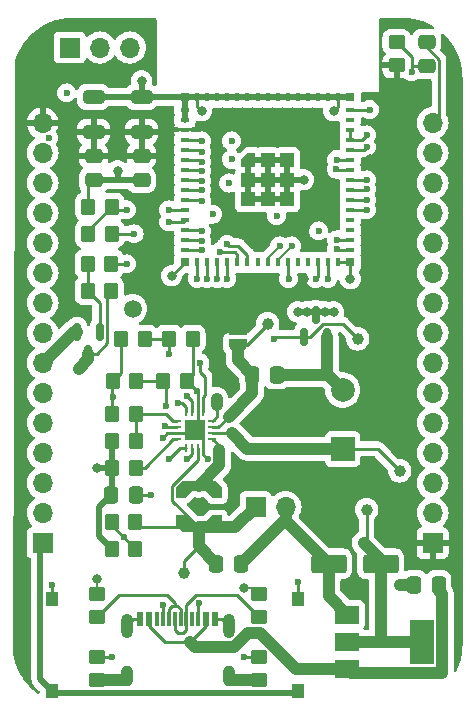
<source format=gbr>
%TF.GenerationSoftware,KiCad,Pcbnew,7.0.1*%
%TF.CreationDate,2023-07-15T13:48:21+02:00*%
%TF.ProjectId,SunSparkESP32,53756e53-7061-4726-9b45-535033322e6b,2.0*%
%TF.SameCoordinates,Original*%
%TF.FileFunction,Copper,L1,Top*%
%TF.FilePolarity,Positive*%
%FSLAX46Y46*%
G04 Gerber Fmt 4.6, Leading zero omitted, Abs format (unit mm)*
G04 Created by KiCad (PCBNEW 7.0.1) date 2023-07-15 13:48:21*
%MOMM*%
%LPD*%
G01*
G04 APERTURE LIST*
G04 Aperture macros list*
%AMRoundRect*
0 Rectangle with rounded corners*
0 $1 Rounding radius*
0 $2 $3 $4 $5 $6 $7 $8 $9 X,Y pos of 4 corners*
0 Add a 4 corners polygon primitive as box body*
4,1,4,$2,$3,$4,$5,$6,$7,$8,$9,$2,$3,0*
0 Add four circle primitives for the rounded corners*
1,1,$1+$1,$2,$3*
1,1,$1+$1,$4,$5*
1,1,$1+$1,$6,$7*
1,1,$1+$1,$8,$9*
0 Add four rect primitives between the rounded corners*
20,1,$1+$1,$2,$3,$4,$5,0*
20,1,$1+$1,$4,$5,$6,$7,0*
20,1,$1+$1,$6,$7,$8,$9,0*
20,1,$1+$1,$8,$9,$2,$3,0*%
%AMFreePoly0*
4,1,11,1.015000,1.170000,0.435000,0.575000,0.435000,-0.575000,1.015000,-1.170000,1.015000,-1.945000,0.125000,-1.945000,-0.435000,-1.395000,-0.435000,1.395000,0.125000,1.945000,1.015000,1.945000,1.015000,1.170000,1.015000,1.170000,$1*%
%AMFreePoly1*
4,1,11,0.435000,1.395000,0.435000,-1.395000,-0.125000,-1.945000,-1.015000,-1.945000,-1.015000,-1.170000,-0.435000,-0.575000,-0.435000,0.575000,-1.015000,1.170000,-1.015000,1.945000,-0.125000,1.945000,0.435000,1.395000,0.435000,1.395000,$1*%
%AMFreePoly2*
4,1,6,0.600000,-0.600000,-0.600000,-0.600000,-0.600000,0.000000,0.000000,0.600000,0.600000,0.600000,0.600000,-0.600000,0.600000,-0.600000,$1*%
%AMFreePoly3*
4,1,19,0.500000,-0.750000,0.000000,-0.750000,0.000000,-0.744911,-0.071157,-0.744911,-0.207708,-0.704816,-0.327430,-0.627875,-0.420627,-0.520320,-0.479746,-0.390866,-0.500000,-0.250000,-0.500000,0.250000,-0.479746,0.390866,-0.420627,0.520320,-0.327430,0.627875,-0.207708,0.704816,-0.071157,0.744911,0.000000,0.744911,0.000000,0.750000,0.500000,0.750000,0.500000,-0.750000,0.500000,-0.750000,
$1*%
%AMFreePoly4*
4,1,19,0.000000,0.744911,0.071157,0.744911,0.207708,0.704816,0.327430,0.627875,0.420627,0.520320,0.479746,0.390866,0.500000,0.250000,0.500000,-0.250000,0.479746,-0.390866,0.420627,-0.520320,0.327430,-0.627875,0.207708,-0.704816,0.071157,-0.744911,0.000000,-0.744911,0.000000,-0.750000,-0.500000,-0.750000,-0.500000,0.750000,0.000000,0.750000,0.000000,0.744911,0.000000,0.744911,
$1*%
G04 Aperture macros list end*
%TA.AperFunction,SMDPad,CuDef*%
%ADD10RoundRect,0.250000X-0.337500X-0.475000X0.337500X-0.475000X0.337500X0.475000X-0.337500X0.475000X0*%
%TD*%
%TA.AperFunction,SMDPad,CuDef*%
%ADD11FreePoly0,90.000000*%
%TD*%
%TA.AperFunction,SMDPad,CuDef*%
%ADD12FreePoly1,90.000000*%
%TD*%
%TA.AperFunction,SMDPad,CuDef*%
%ADD13RoundRect,0.062500X-0.312500X-0.062500X0.312500X-0.062500X0.312500X0.062500X-0.312500X0.062500X0*%
%TD*%
%TA.AperFunction,SMDPad,CuDef*%
%ADD14RoundRect,0.062500X-0.062500X-0.312500X0.062500X-0.312500X0.062500X0.312500X-0.062500X0.312500X0*%
%TD*%
%TA.AperFunction,SMDPad,CuDef*%
%ADD15R,1.700000X1.700000*%
%TD*%
%TA.AperFunction,SMDPad,CuDef*%
%ADD16RoundRect,0.250000X0.350000X0.450000X-0.350000X0.450000X-0.350000X-0.450000X0.350000X-0.450000X0*%
%TD*%
%TA.AperFunction,SMDPad,CuDef*%
%ADD17RoundRect,0.250000X0.337500X0.475000X-0.337500X0.475000X-0.337500X-0.475000X0.337500X-0.475000X0*%
%TD*%
%TA.AperFunction,SMDPad,CuDef*%
%ADD18RoundRect,0.250000X0.450000X-0.350000X0.450000X0.350000X-0.450000X0.350000X-0.450000X-0.350000X0*%
%TD*%
%TA.AperFunction,SMDPad,CuDef*%
%ADD19RoundRect,0.250000X-0.350000X-0.450000X0.350000X-0.450000X0.350000X0.450000X-0.350000X0.450000X0*%
%TD*%
%TA.AperFunction,SMDPad,CuDef*%
%ADD20RoundRect,0.250000X1.250000X0.550000X-1.250000X0.550000X-1.250000X-0.550000X1.250000X-0.550000X0*%
%TD*%
%TA.AperFunction,SMDPad,CuDef*%
%ADD21C,1.000000*%
%TD*%
%TA.AperFunction,SMDPad,CuDef*%
%ADD22RoundRect,0.250000X-0.475000X0.337500X-0.475000X-0.337500X0.475000X-0.337500X0.475000X0.337500X0*%
%TD*%
%TA.AperFunction,SMDPad,CuDef*%
%ADD23R,0.800000X0.400000*%
%TD*%
%TA.AperFunction,SMDPad,CuDef*%
%ADD24R,0.400000X0.800000*%
%TD*%
%TA.AperFunction,SMDPad,CuDef*%
%ADD25FreePoly2,0.000000*%
%TD*%
%TA.AperFunction,SMDPad,CuDef*%
%ADD26R,1.200000X1.200000*%
%TD*%
%TA.AperFunction,SMDPad,CuDef*%
%ADD27R,0.800000X0.800000*%
%TD*%
%TA.AperFunction,SMDPad,CuDef*%
%ADD28R,1.000000X1.250000*%
%TD*%
%TA.AperFunction,SMDPad,CuDef*%
%ADD29R,0.600000X1.150000*%
%TD*%
%TA.AperFunction,SMDPad,CuDef*%
%ADD30R,0.300000X1.150000*%
%TD*%
%TA.AperFunction,ComponentPad*%
%ADD31O,1.000000X2.100000*%
%TD*%
%TA.AperFunction,ComponentPad*%
%ADD32O,1.000000X1.800000*%
%TD*%
%TA.AperFunction,ComponentPad*%
%ADD33R,1.700000X1.700000*%
%TD*%
%TA.AperFunction,ComponentPad*%
%ADD34O,1.700000X1.700000*%
%TD*%
%TA.AperFunction,SMDPad,CuDef*%
%ADD35RoundRect,0.150000X0.150000X-0.587500X0.150000X0.587500X-0.150000X0.587500X-0.150000X-0.587500X0*%
%TD*%
%TA.AperFunction,SMDPad,CuDef*%
%ADD36RoundRect,0.250000X0.650000X-0.325000X0.650000X0.325000X-0.650000X0.325000X-0.650000X-0.325000X0*%
%TD*%
%TA.AperFunction,SMDPad,CuDef*%
%ADD37FreePoly3,90.000000*%
%TD*%
%TA.AperFunction,SMDPad,CuDef*%
%ADD38FreePoly4,90.000000*%
%TD*%
%TA.AperFunction,SMDPad,CuDef*%
%ADD39RoundRect,0.150000X-0.150000X0.587500X-0.150000X-0.587500X0.150000X-0.587500X0.150000X0.587500X0*%
%TD*%
%TA.AperFunction,SMDPad,CuDef*%
%ADD40R,2.000000X1.500000*%
%TD*%
%TA.AperFunction,SMDPad,CuDef*%
%ADD41R,2.000000X3.800000*%
%TD*%
%TA.AperFunction,SMDPad,CuDef*%
%ADD42RoundRect,0.250000X0.475000X-0.337500X0.475000X0.337500X-0.475000X0.337500X-0.475000X-0.337500X0*%
%TD*%
%TA.AperFunction,ComponentPad*%
%ADD43R,2.000000X2.000000*%
%TD*%
%TA.AperFunction,ComponentPad*%
%ADD44C,2.000000*%
%TD*%
%TA.AperFunction,ComponentPad*%
%ADD45C,1.500000*%
%TD*%
%TA.AperFunction,ViaPad*%
%ADD46C,0.800000*%
%TD*%
%TA.AperFunction,ViaPad*%
%ADD47C,0.600000*%
%TD*%
%TA.AperFunction,Conductor*%
%ADD48C,1.000000*%
%TD*%
%TA.AperFunction,Conductor*%
%ADD49C,0.250000*%
%TD*%
%TA.AperFunction,Conductor*%
%ADD50C,0.500000*%
%TD*%
%TA.AperFunction,Conductor*%
%ADD51C,0.200000*%
%TD*%
G04 APERTURE END LIST*
D10*
%TO.P,C5,1*%
%TO.N,Net-(J1-Pin_1)*%
X69299000Y-85598000D03*
%TO.P,C5,2*%
%TO.N,GND*%
X71374000Y-85598000D03*
%TD*%
D11*
%TO.P,L1,1,1*%
%TO.N,Net-(J1-Pin_1)*%
X67818000Y-82524000D03*
D12*
%TO.P,L1,2,2*%
%TO.N,Net-(U1-SW)*%
X67818000Y-78994000D03*
%TD*%
D13*
%TO.P,U1,1,SETSD*%
%TO.N,Net-(U1-SETSD)*%
X65981000Y-73527000D03*
%TO.P,U1,2,TERM*%
%TO.N,Net-(U1-TERM)*%
X65981000Y-74027000D03*
%TO.P,U1,3,AGND*%
%TO.N,GND*%
X65981000Y-74527000D03*
%TO.P,U1,4,MINOP*%
%TO.N,Net-(U1-MINOP)*%
X65981000Y-75027000D03*
D14*
%TO.P,U1,5,MPPT*%
%TO.N,Net-(U1-MPPT)*%
X66731000Y-75777000D03*
%TO.P,U1,6,CBP*%
%TO.N,Net-(U1-CBP)*%
X67231000Y-75777000D03*
%TO.P,U1,7,VIN*%
%TO.N,Net-(J1-Pin_1)*%
X67731000Y-75777000D03*
%TO.P,U1,8,PGND*%
%TO.N,GND*%
X68231000Y-75777000D03*
D13*
%TO.P,U1,9,SW*%
%TO.N,Net-(U1-SW)*%
X68981000Y-75027000D03*
%TO.P,U1,10,BAT*%
%TO.N,Net-(U1-BAT)*%
X68981000Y-74527000D03*
%TO.P,U1,11,SYS*%
%TO.N,Net-(JP1-A)*%
X68981000Y-74027000D03*
%TO.P,U1,12,BACKUP*%
%TO.N,BCKP*%
X68981000Y-73527000D03*
D14*
%TO.P,U1,13,PGOOD*%
%TO.N,PGOOD*%
X68231000Y-72777000D03*
%TO.P,U1,14,DIS_SW*%
%TO.N,GND*%
X67731000Y-72777000D03*
%TO.P,U1,15,REF*%
%TO.N,Net-(U1-REF)*%
X67231000Y-72777000D03*
%TO.P,U1,16,SETPG*%
%TO.N,Net-(U1-SETPG)*%
X66731000Y-72777000D03*
D15*
%TO.P,U1,17,AGND*%
%TO.N,GND*%
X67481000Y-74277000D03*
%TD*%
D16*
%TO.P,R18,1*%
%TO.N,AUX_SW_CTRL*%
X60420000Y-60198000D03*
%TO.P,R18,2*%
%TO.N,Net-(Q2-G)*%
X58420000Y-60198000D03*
%TD*%
D17*
%TO.P,C4,1*%
%TO.N,VBUS*%
X88138000Y-87376000D03*
%TO.P,C4,2*%
%TO.N,GND*%
X86063000Y-87376000D03*
%TD*%
D18*
%TO.P,R6,1*%
%TO.N,Net-(J2-D--PadA7)*%
X59182000Y-90138000D03*
%TO.P,R6,2*%
%TO.N,USB_DN*%
X59182000Y-88138000D03*
%TD*%
D19*
%TO.P,R12,1*%
%TO.N,Net-(U1-REF)*%
X60484000Y-72898000D03*
%TO.P,R12,2*%
%TO.N,Net-(U1-SETSD)*%
X62484000Y-72898000D03*
%TD*%
D20*
%TO.P,C6,1*%
%TO.N,BCKP*%
X83226000Y-85598000D03*
%TO.P,C6,2*%
%TO.N,GND*%
X78826000Y-85598000D03*
%TD*%
D21*
%TO.P,TP5,1,1*%
%TO.N,BCKP*%
X82042000Y-81026000D03*
%TD*%
%TO.P,TP3,1,1*%
%TO.N,Net-(JP1-A)*%
X73660000Y-65278000D03*
%TD*%
D19*
%TO.P,R9,1*%
%TO.N,Net-(U1-TERM)*%
X64802000Y-70104000D03*
%TO.P,R9,2*%
%TO.N,GND*%
X66802000Y-70104000D03*
%TD*%
D22*
%TO.P,C8,1*%
%TO.N,+BATT*%
X58928000Y-51054000D03*
%TO.P,C8,2*%
%TO.N,GND1*%
X58928000Y-53129000D03*
%TD*%
D19*
%TO.P,R8,1*%
%TO.N,Net-(U1-REF)*%
X60548000Y-70104000D03*
%TO.P,R8,2*%
%TO.N,Net-(U1-TERM)*%
X62548000Y-70104000D03*
%TD*%
D23*
%TO.P,U3,1,GND*%
%TO.N,GND1*%
X66660000Y-47136000D03*
%TO.P,U3,2,GND*%
X66660000Y-47986000D03*
%TO.P,U3,3,3V3*%
%TO.N,+BATT*%
X66660000Y-48836000D03*
%TO.P,U3,4,GPIO0/BOOT*%
%TO.N,boot_btn*%
X66660000Y-49686000D03*
%TO.P,U3,5,GPIO1/ADC1_CH0*%
%TO.N,ADC_BAT*%
X66660000Y-50536000D03*
%TO.P,U3,6,GPIO2/ADC1_CH1*%
%TO.N,/DIO0*%
X66660000Y-51386000D03*
%TO.P,U3,7,GPIO3/ADC1_CH2*%
%TO.N,/DIO4*%
X66660000Y-52236000D03*
%TO.P,U3,8,GPIO4/ADC1_CH3*%
%TO.N,/DIO5*%
X66660000Y-53086000D03*
%TO.P,U3,9,GPIO5/ADC1_CH4*%
%TO.N,/DIO3*%
X66660000Y-53936000D03*
%TO.P,U3,10,GPIO6/ADC1_CH5*%
%TO.N,/DIO1*%
X66660000Y-54786000D03*
%TO.P,U3,11,GPIO7/ADC1_CH6*%
%TO.N,/DIO2*%
X66660000Y-55636000D03*
%TO.P,U3,12,GPIO8/ADC1_CH7*%
%TO.N,Net-(J6-Pin_8)*%
X66660000Y-56486000D03*
%TO.P,U3,13,GPIO9/ADC1_CH8*%
%TO.N,AUX_SW_CTRL*%
X66660000Y-57336000D03*
%TO.P,U3,14,GPIO10/ADC1_CH9*%
%TO.N,CS0*%
X66660000Y-58186000D03*
%TO.P,U3,15,GPIO11/ADC2_CH0*%
%TO.N,MOSI*%
X66660000Y-59036000D03*
D24*
%TO.P,U3,16,GPIO12/ADC2_CH1*%
%TO.N,SCLK*%
X67710000Y-60086000D03*
%TO.P,U3,17,GPIO13/ADC2_CH2*%
%TO.N,MISO*%
X68560000Y-60086000D03*
%TO.P,U3,18,GPIO14/ADC2_CH3*%
%TO.N,Net-(J6-Pin_2)*%
X69410000Y-60086000D03*
%TO.P,U3,19,GPIO15/ADC2_CH4/XTAL_32K_P*%
%TO.N,Net-(J4-Pin_2)*%
X70260000Y-60086000D03*
%TO.P,U3,20,GPIO16/ADC2_CH5/XTAL_32K_N*%
%TO.N,Net-(J4-Pin_3)*%
X71110000Y-60086000D03*
%TO.P,U3,21,ADC2_CH7/DAC_2/GPIO17*%
%TO.N,R_DIV_SUPPLY*%
X71960000Y-60086000D03*
%TO.P,U3,22,ADC2_CH6/DAC_1/GPIO18*%
%TO.N,unconnected-(U3-ADC2_CH6{slash}DAC_1{slash}GPIO18-Pad22)*%
X72810000Y-60086000D03*
%TO.P,U3,23,USB_D-/ADC2_CH8/GPIO19*%
%TO.N,USB_DN*%
X73660000Y-60086000D03*
%TO.P,U3,24,USB_D+/ADC2_CH9/GPIO20*%
%TO.N,USB_DP*%
X74510000Y-60086000D03*
%TO.P,U3,25,GPIO21*%
%TO.N,/GPIO21*%
X75360000Y-60086000D03*
%TO.P,U3,26,SPI_CS1/GPIO26*%
%TO.N,unconnected-(U3-SPI_CS1{slash}GPIO26-Pad26)*%
X76210000Y-60086000D03*
%TO.P,U3,27,NC*%
%TO.N,unconnected-(U3-NC-Pad27)*%
X77060000Y-60086000D03*
%TO.P,U3,28,GPIO33*%
%TO.N,/GPIO33*%
X77910000Y-60086000D03*
%TO.P,U3,29,GPIO34*%
%TO.N,/GPIO34*%
X78760000Y-60086000D03*
%TO.P,U3,30,GND*%
%TO.N,GND1*%
X79610000Y-60086000D03*
D23*
%TO.P,U3,31,GPIO35*%
%TO.N,/GPIO35*%
X80660000Y-59036000D03*
%TO.P,U3,32,GPIO36*%
%TO.N,/GPIO36*%
X80660000Y-58186000D03*
%TO.P,U3,33,GPIO37*%
%TO.N,unconnected-(U3-GPIO37-Pad33)*%
X80660000Y-57336000D03*
%TO.P,U3,34,GPIO38*%
%TO.N,unconnected-(U3-GPIO38-Pad34)*%
X80660000Y-56486000D03*
%TO.P,U3,35,MTCK/JTAG/GPIO39*%
%TO.N,Net-(J4-Pin_4)*%
X80660000Y-55636000D03*
%TO.P,U3,36,MTDO/JTAG/GPIO40*%
%TO.N,Net-(J4-Pin_5)*%
X80660000Y-54786000D03*
%TO.P,U3,37,MTDI/JTAG/GPIO41*%
%TO.N,Net-(J4-Pin_6)*%
X80660000Y-53936000D03*
%TO.P,U3,38,MTMS/JTAG/GPIO42*%
%TO.N,Net-(J4-Pin_7)*%
X80660000Y-53086000D03*
%TO.P,U3,39,GPIO43/U0TXD/PROG*%
%TO.N,Net-(J5-Pin_3)*%
X80660000Y-52236000D03*
%TO.P,U3,40,GPIO44/U0RXD/PROG*%
%TO.N,Net-(J5-Pin_2)*%
X80660000Y-51386000D03*
%TO.P,U3,41,GPIO45*%
%TO.N,/GPIO45*%
X80660000Y-50536000D03*
%TO.P,U3,42,GND*%
%TO.N,GND1*%
X80660000Y-49686000D03*
%TO.P,U3,43,GND*%
X80660000Y-48836000D03*
%TO.P,U3,44,GPIO46*%
%TO.N,unconnected-(U3-GPIO46-Pad44)*%
X80660000Y-47986000D03*
%TO.P,U3,45,CHIP/PU/RESET*%
%TO.N,rst_btn*%
X80660000Y-47136000D03*
D24*
%TO.P,U3,46,GND*%
%TO.N,GND1*%
X79610000Y-46086000D03*
%TO.P,U3,47,GND*%
X78760000Y-46086000D03*
%TO.P,U3,48,GND*%
X77910000Y-46086000D03*
%TO.P,U3,49,GND*%
X77060000Y-46086000D03*
%TO.P,U3,50,GND*%
X76210000Y-46086000D03*
%TO.P,U3,51,GND*%
X75360000Y-46086000D03*
%TO.P,U3,52,GND*%
X74510000Y-46086000D03*
%TO.P,U3,53,GND*%
X73660000Y-46086000D03*
%TO.P,U3,54,GND*%
X72810000Y-46086000D03*
%TO.P,U3,55,GND*%
X71960000Y-46086000D03*
%TO.P,U3,56,GND*%
X71110000Y-46086000D03*
%TO.P,U3,57,GND*%
X70260000Y-46086000D03*
%TO.P,U3,58,GND*%
X69410000Y-46086000D03*
%TO.P,U3,59,GND*%
X68560000Y-46086000D03*
%TO.P,U3,60,GND*%
X67710000Y-46086000D03*
D25*
%TO.P,U3,61,GND*%
X72010000Y-51436000D03*
D26*
X72010000Y-53086000D03*
X72010000Y-54736000D03*
X73660000Y-51436000D03*
X73660000Y-53086000D03*
X73660000Y-54736000D03*
X75310000Y-51436000D03*
X75310000Y-53086000D03*
X75310000Y-54736000D03*
D27*
%TO.P,U3,62,GND*%
X66660000Y-46086000D03*
%TO.P,U3,63,GND*%
X66660000Y-60086000D03*
%TO.P,U3,64,GND*%
X80660000Y-60086000D03*
%TO.P,U3,65,GND*%
X80660000Y-46086000D03*
%TD*%
D28*
%TO.P,SW2,1,1*%
%TO.N,GND1*%
X55372000Y-96331000D03*
%TO.P,SW2,2,2*%
%TO.N,boot_btn*%
X55372000Y-88581000D03*
%TD*%
D18*
%TO.P,R15,1*%
%TO.N,+BATT*%
X84582000Y-43402000D03*
%TO.P,R15,2*%
%TO.N,rst_btn*%
X84582000Y-41402000D03*
%TD*%
D29*
%TO.P,J2,A1,GND*%
%TO.N,GND*%
X62840000Y-90300000D03*
%TO.P,J2,A4,VBUS*%
%TO.N,VBUS*%
X63640000Y-90300000D03*
D30*
%TO.P,J2,A5,CC1*%
%TO.N,Net-(J2-CC1)*%
X64790000Y-90300000D03*
%TO.P,J2,A6,D+*%
%TO.N,Net-(J2-D+-PadA6)*%
X65790000Y-90300000D03*
%TO.P,J2,A7,D-*%
%TO.N,Net-(J2-D--PadA7)*%
X66290000Y-90300000D03*
%TO.P,J2,A8,SBU1*%
%TO.N,unconnected-(J2-SBU1-PadA8)*%
X67290000Y-90300000D03*
D29*
%TO.P,J2,A9,VBUS*%
%TO.N,VBUS*%
X68440000Y-90300000D03*
%TO.P,J2,A12,GND*%
%TO.N,GND*%
X69240000Y-90300000D03*
%TO.P,J2,B1,GND*%
X69240000Y-90300000D03*
%TO.P,J2,B4,VBUS*%
%TO.N,VBUS*%
X68440000Y-90300000D03*
D30*
%TO.P,J2,B5,CC2*%
%TO.N,Net-(J2-CC2)*%
X67790000Y-90300000D03*
%TO.P,J2,B6,D+*%
%TO.N,Net-(J2-D+-PadA6)*%
X66790000Y-90300000D03*
%TO.P,J2,B7,D-*%
%TO.N,Net-(J2-D--PadA7)*%
X65290000Y-90300000D03*
%TO.P,J2,B8,SBU2*%
%TO.N,unconnected-(J2-SBU2-PadB8)*%
X64290000Y-90300000D03*
D29*
%TO.P,J2,B9,VBUS*%
%TO.N,VBUS*%
X63640000Y-90300000D03*
%TO.P,J2,B12,GND*%
%TO.N,GND*%
X62840000Y-90300000D03*
D31*
%TO.P,J2,S1,SHIELD*%
X61720000Y-90875000D03*
D32*
X61720000Y-95055000D03*
D31*
X70360000Y-90875000D03*
D32*
X70360000Y-95055000D03*
%TD*%
D33*
%TO.P,J5,1,Pin_1*%
%TO.N,GND1*%
X56911000Y-41885000D03*
D34*
%TO.P,J5,2,Pin_2*%
%TO.N,Net-(J5-Pin_2)*%
X59451000Y-41885000D03*
%TO.P,J5,3,Pin_3*%
%TO.N,Net-(J5-Pin_3)*%
X61991000Y-41885000D03*
%TD*%
D19*
%TO.P,R19,1*%
%TO.N,Net-(Q2-G)*%
X58420000Y-62484000D03*
%TO.P,R19,2*%
%TO.N,GND*%
X60420000Y-62484000D03*
%TD*%
D28*
%TO.P,SW1,1,1*%
%TO.N,GND1*%
X76200000Y-96331000D03*
%TO.P,SW1,2,2*%
%TO.N,rst_btn*%
X76200000Y-88581000D03*
%TD*%
D18*
%TO.P,R5,1*%
%TO.N,GND*%
X59182000Y-95472000D03*
%TO.P,R5,2*%
%TO.N,Net-(J2-CC1)*%
X59182000Y-93472000D03*
%TD*%
%TO.P,R4,1*%
%TO.N,GND*%
X72898000Y-95472000D03*
%TO.P,R4,2*%
%TO.N,Net-(J2-CC2)*%
X72898000Y-93472000D03*
%TD*%
D35*
%TO.P,Q1,1,G*%
%TO.N,PGOOD*%
X76774000Y-66391000D03*
%TO.P,Q1,2,S*%
%TO.N,GND*%
X78674000Y-66391000D03*
%TO.P,Q1,3,D*%
%TO.N,GND1*%
X77724000Y-64516000D03*
%TD*%
D36*
%TO.P,C9,1*%
%TO.N,+BATT*%
X62992000Y-49022000D03*
%TO.P,C9,2*%
%TO.N,GND1*%
X62992000Y-46072000D03*
%TD*%
D37*
%TO.P,JP1,1,A*%
%TO.N,Net-(JP1-A)*%
X71120000Y-67056000D03*
D38*
%TO.P,JP1,2,B*%
%TO.N,+BATT*%
X71120000Y-65756000D03*
%TD*%
D16*
%TO.P,R1,1*%
%TO.N,Net-(U1-MPPT)*%
X62452000Y-84328000D03*
%TO.P,R1,2*%
%TO.N,GND*%
X60452000Y-84328000D03*
%TD*%
D10*
%TO.P,C2,1*%
%TO.N,Net-(JP1-A)*%
X72347000Y-69596000D03*
%TO.P,C2,2*%
%TO.N,GND*%
X74422000Y-69596000D03*
%TD*%
D33*
%TO.P,J1,1,Pin_1*%
%TO.N,Net-(J1-Pin_1)*%
X72644000Y-80772000D03*
D34*
%TO.P,J1,2,Pin_2*%
%TO.N,GND*%
X75184000Y-80772000D03*
%TD*%
D17*
%TO.P,C1,1*%
%TO.N,Net-(U1-CBP)*%
X62484000Y-79756000D03*
%TO.P,C1,2*%
%TO.N,GND*%
X60409000Y-79756000D03*
%TD*%
D19*
%TO.P,R11,1*%
%TO.N,Net-(U1-SETPG)*%
X65310000Y-66548000D03*
%TO.P,R11,2*%
%TO.N,GND*%
X67310000Y-66548000D03*
%TD*%
%TO.P,R10,1*%
%TO.N,Net-(U1-REF)*%
X61246000Y-66548000D03*
%TO.P,R10,2*%
%TO.N,Net-(U1-SETPG)*%
X63246000Y-66548000D03*
%TD*%
D36*
%TO.P,C10,1*%
%TO.N,+BATT*%
X58928000Y-49022000D03*
%TO.P,C10,2*%
%TO.N,GND1*%
X58928000Y-46072000D03*
%TD*%
D39*
%TO.P,Q2,1,G*%
%TO.N,Net-(Q2-G)*%
X59436000Y-65943000D03*
%TO.P,Q2,2,S*%
%TO.N,AUX_SW*%
X57536000Y-65943000D03*
%TO.P,Q2,3,D*%
%TO.N,GND*%
X58486000Y-67818000D03*
%TD*%
D33*
%TO.P,J4,1,Pin_1*%
%TO.N,+BATT*%
X87630000Y-83820000D03*
D34*
%TO.P,J4,2,Pin_2*%
%TO.N,Net-(J4-Pin_2)*%
X87630000Y-81280000D03*
%TO.P,J4,3,Pin_3*%
%TO.N,Net-(J4-Pin_3)*%
X87630000Y-78740000D03*
%TO.P,J4,4,Pin_4*%
%TO.N,Net-(J4-Pin_4)*%
X87630000Y-76200000D03*
%TO.P,J4,5,Pin_5*%
%TO.N,Net-(J4-Pin_5)*%
X87630000Y-73660000D03*
%TO.P,J4,6,Pin_6*%
%TO.N,Net-(J4-Pin_6)*%
X87630000Y-71120000D03*
%TO.P,J4,7,Pin_7*%
%TO.N,Net-(J4-Pin_7)*%
X87630000Y-68580000D03*
%TO.P,J4,8,Pin_8*%
%TO.N,/GPIO21*%
X87630000Y-66040000D03*
%TO.P,J4,9,Pin_9*%
%TO.N,/GPIO33*%
X87630000Y-63500000D03*
%TO.P,J4,10,Pin_10*%
%TO.N,/GPIO34*%
X87630000Y-60960000D03*
%TO.P,J4,11,Pin_11*%
%TO.N,/GPIO35*%
X87630000Y-58420000D03*
%TO.P,J4,12,Pin_12*%
%TO.N,/GPIO36*%
X87630000Y-55880000D03*
%TO.P,J4,13,Pin_13*%
%TO.N,/GPIO45*%
X87630000Y-53340000D03*
%TO.P,J4,14,Pin_14*%
%TO.N,rst_btn*%
X87630000Y-50800000D03*
%TO.P,J4,15,Pin_15*%
%TO.N,GND1*%
X87630000Y-48260000D03*
%TD*%
D18*
%TO.P,R7,1*%
%TO.N,Net-(J2-D+-PadA6)*%
X72898000Y-90138000D03*
%TO.P,R7,2*%
%TO.N,USB_DP*%
X72898000Y-88138000D03*
%TD*%
D40*
%TO.P,U2,1,GND*%
%TO.N,GND*%
X80416000Y-89902000D03*
%TO.P,U2,2,VO*%
%TO.N,BCKP*%
X80416000Y-92202000D03*
D41*
X86716000Y-92202000D03*
D40*
%TO.P,U2,3,VI*%
%TO.N,VBUS*%
X80416000Y-94502000D03*
%TD*%
D42*
%TO.P,C11,1*%
%TO.N,rst_btn*%
X87122000Y-43477000D03*
%TO.P,C11,2*%
%TO.N,GND1*%
X87122000Y-41402000D03*
%TD*%
D16*
%TO.P,R13,1*%
%TO.N,Net-(U1-SETSD)*%
X62484000Y-75184000D03*
%TO.P,R13,2*%
%TO.N,GND*%
X60484000Y-75184000D03*
%TD*%
%TO.P,R3,1*%
%TO.N,Net-(U1-MINOP)*%
X62484000Y-77470000D03*
%TO.P,R3,2*%
%TO.N,GND*%
X60484000Y-77470000D03*
%TD*%
D21*
%TO.P,TP4,1,1*%
%TO.N,PGOOD*%
X81280000Y-66548000D03*
%TD*%
D16*
%TO.P,R14,1*%
%TO.N,ADC_BAT*%
X60452000Y-55372000D03*
%TO.P,R14,2*%
%TO.N,GND1*%
X58452000Y-55372000D03*
%TD*%
D43*
%TO.P,C3,1*%
%TO.N,Net-(U1-BAT)*%
X80010000Y-75866000D03*
D44*
%TO.P,C3,2*%
%TO.N,GND*%
X80010000Y-70866000D03*
%TD*%
D21*
%TO.P,TP2,1,1*%
%TO.N,Net-(U1-BAT)*%
X84836000Y-77724000D03*
%TD*%
D16*
%TO.P,R2,1*%
%TO.N,Net-(J1-Pin_1)*%
X62452000Y-82042000D03*
%TO.P,R2,2*%
%TO.N,Net-(U1-MPPT)*%
X60452000Y-82042000D03*
%TD*%
D33*
%TO.P,J6,1,Pin_1*%
%TO.N,GND1*%
X54610000Y-83820000D03*
D34*
%TO.P,J6,2,Pin_2*%
%TO.N,Net-(J6-Pin_2)*%
X54610000Y-81280000D03*
%TO.P,J6,3,Pin_3*%
%TO.N,MISO*%
X54610000Y-78740000D03*
%TO.P,J6,4,Pin_4*%
%TO.N,SCLK*%
X54610000Y-76200000D03*
%TO.P,J6,5,Pin_5*%
%TO.N,MOSI*%
X54610000Y-73660000D03*
%TO.P,J6,6,Pin_6*%
%TO.N,CS0*%
X54610000Y-71120000D03*
%TO.P,J6,7,Pin_7*%
%TO.N,AUX_SW*%
X54610000Y-68580000D03*
%TO.P,J6,8,Pin_8*%
%TO.N,Net-(J6-Pin_8)*%
X54610000Y-66040000D03*
%TO.P,J6,9,Pin_9*%
%TO.N,/DIO2*%
X54610000Y-63500000D03*
%TO.P,J6,10,Pin_10*%
%TO.N,/DIO1*%
X54610000Y-60960000D03*
%TO.P,J6,11,Pin_11*%
%TO.N,/DIO3*%
X54610000Y-58420000D03*
%TO.P,J6,12,Pin_12*%
%TO.N,/DIO5*%
X54610000Y-55880000D03*
%TO.P,J6,13,Pin_13*%
%TO.N,/DIO4*%
X54610000Y-53340000D03*
%TO.P,J6,14,Pin_14*%
%TO.N,/DIO0*%
X54610000Y-50800000D03*
%TO.P,J6,15,Pin_15*%
%TO.N,+BATT*%
X54610000Y-48260000D03*
%TD*%
D16*
%TO.P,R16,1*%
%TO.N,R_DIV_SUPPLY*%
X60452000Y-57658000D03*
%TO.P,R16,2*%
%TO.N,ADC_BAT*%
X58452000Y-57658000D03*
%TD*%
D22*
%TO.P,C7,1*%
%TO.N,+BATT*%
X62992000Y-51054000D03*
%TO.P,C7,2*%
%TO.N,GND1*%
X62992000Y-53129000D03*
%TD*%
D21*
%TO.P,TP1,1,1*%
%TO.N,Net-(J1-Pin_1)*%
X66548000Y-86360000D03*
%TD*%
D45*
%TO.P,J7,1,Pin_1*%
%TO.N,Net-(J7-Pin_1)*%
X62230000Y-64008000D03*
%TD*%
D46*
%TO.N,GND*%
X57658000Y-69088000D03*
X84836000Y-87376000D03*
D47*
X68580000Y-76708000D03*
D46*
X59182000Y-77470000D03*
D47*
X64770000Y-74930000D03*
X67647500Y-70949500D03*
%TO.N,Net-(U1-CBP)*%
X63754000Y-79756000D03*
X66802000Y-76708000D03*
%TO.N,rst_btn*%
X76200000Y-87122000D03*
X82296000Y-47136000D03*
X85852000Y-43942000D03*
X77978000Y-57404000D03*
D46*
%TO.N,+BATT*%
X77216000Y-58674000D03*
X60960000Y-44704000D03*
X76708000Y-61468000D03*
X82296000Y-51308000D03*
X79248000Y-53848000D03*
D47*
%TO.N,Net-(J4-Pin_3)*%
X69596000Y-59186498D03*
%TO.N,Net-(J6-Pin_2)*%
X69410000Y-61468000D03*
%TO.N,Net-(J6-Pin_8)*%
X65278000Y-56642000D03*
%TO.N,/DIO4*%
X68072000Y-52361503D03*
%TO.N,/DIO0*%
X68072000Y-51562000D03*
%TO.N,/DIO5*%
X69000000Y-56000000D03*
X68072000Y-53161006D03*
%TO.N,Net-(J4-Pin_4)*%
X82042000Y-55626000D03*
%TO.N,Net-(J4-Pin_5)*%
X82042000Y-54786000D03*
%TO.N,Net-(J4-Pin_6)*%
X82042000Y-53885503D03*
%TO.N,Net-(J4-Pin_2)*%
X70209503Y-61468000D03*
%TO.N,/GPIO21*%
X75438000Y-61468000D03*
%TO.N,/GPIO33*%
X77724000Y-61468000D03*
%TO.N,/GPIO34*%
X78760000Y-61448000D03*
%TO.N,/GPIO35*%
X79502000Y-58965503D03*
%TO.N,/GPIO36*%
X79502000Y-58166000D03*
%TO.N,Net-(J5-Pin_3)*%
X79489416Y-52180354D03*
%TO.N,PGOOD*%
X67934500Y-68580000D03*
X74168000Y-66548000D03*
%TO.N,Net-(J5-Pin_2)*%
X79502080Y-51380952D03*
%TO.N,Net-(U1-MPPT)*%
X61468000Y-83312000D03*
X65278000Y-76708000D03*
%TO.N,Net-(U1-REF)*%
X66802000Y-71374000D03*
X60578647Y-71500647D03*
%TO.N,Net-(U1-TERM)*%
X65024000Y-72273500D03*
X64999576Y-73935723D03*
D46*
%TO.N,USB_DN*%
X59182000Y-86868000D03*
D47*
X74676000Y-58674000D03*
%TO.N,USB_DP*%
X75692000Y-58674000D03*
D46*
X71628000Y-87630000D03*
D47*
%TO.N,ADC_BAT*%
X61722000Y-55626000D03*
X68084802Y-50743360D03*
%TO.N,boot_btn*%
X68072000Y-49784000D03*
X55372000Y-87376000D03*
%TO.N,Net-(U1-SETPG)*%
X65278000Y-67818000D03*
X66040000Y-71998500D03*
%TO.N,Net-(J2-CC1)*%
X64794381Y-89045049D03*
X60452000Y-93472000D03*
%TO.N,Net-(J2-CC2)*%
X67818000Y-88900000D03*
X71628000Y-93472000D03*
%TO.N,/DIO1*%
X55118000Y-49530000D03*
X68072000Y-54901503D03*
D46*
%TO.N,GND1*%
X79248000Y-47244000D03*
X65532000Y-61214000D03*
X60960000Y-52324000D03*
X76962000Y-64262000D03*
X78486000Y-64262000D03*
D47*
X82042000Y-49276000D03*
D46*
X79248000Y-64262000D03*
X76200000Y-64262000D03*
X76708000Y-53086000D03*
X62992000Y-44704000D03*
X80660000Y-61468000D03*
X68072000Y-47244000D03*
D47*
%TO.N,AUX_SW_CTRL*%
X68072000Y-57441503D03*
X61722000Y-60198000D03*
%TO.N,Net-(J4-Pin_7)*%
X82042000Y-53086000D03*
%TO.N,MISO*%
X68560000Y-61468000D03*
X70612000Y-49783500D03*
%TO.N,SCLK*%
X70374000Y-53356000D03*
X67710000Y-61443178D03*
%TO.N,MOSI*%
X70612000Y-51356000D03*
X68072000Y-59040509D03*
%TO.N,CS0*%
X74422000Y-56134000D03*
X68072000Y-58241006D03*
D46*
%TO.N,BCKP*%
X81788000Y-83820000D03*
X69342000Y-71628000D03*
D47*
%TO.N,/GPIO45*%
X82042000Y-50292000D03*
%TO.N,/DIO3*%
X68072000Y-53960509D03*
%TO.N,/DIO2*%
X56642000Y-45720000D03*
X65278000Y-55626000D03*
%TO.N,R_DIV_SUPPLY*%
X70221000Y-58561998D03*
X62362822Y-57658000D03*
%TD*%
D48*
%TO.N,GND*%
X59182000Y-95472000D02*
X61303000Y-95472000D01*
X74422000Y-69596000D02*
X78608000Y-69596000D01*
D49*
X69785000Y-90300000D02*
X70360000Y-90875000D01*
X67310000Y-69596000D02*
X66802000Y-70104000D01*
X65981000Y-74527000D02*
X65969000Y-74539000D01*
X62295000Y-90300000D02*
X61720000Y-90875000D01*
X60061000Y-62843000D02*
X60061000Y-66939000D01*
D50*
X59402000Y-83278000D02*
X60452000Y-84328000D01*
D49*
X67731000Y-71033000D02*
X67731000Y-72777000D01*
X60061000Y-66939000D02*
X59182000Y-67818000D01*
D48*
X58486000Y-68260000D02*
X57658000Y-69088000D01*
X61303000Y-95472000D02*
X61720000Y-95055000D01*
X75184000Y-81956000D02*
X78826000Y-85598000D01*
D49*
X67647500Y-70949500D02*
X67731000Y-71033000D01*
X68231000Y-75027000D02*
X67481000Y-74277000D01*
X67731000Y-74027000D02*
X67481000Y-74277000D01*
D48*
X72898000Y-95472000D02*
X70777000Y-95472000D01*
D49*
X67647500Y-70949500D02*
X66802000Y-70104000D01*
X68231000Y-75777000D02*
X68231000Y-76359000D01*
D48*
X75184000Y-81788000D02*
X75184000Y-80772000D01*
X78674000Y-66391000D02*
X78674000Y-69530000D01*
D49*
X68231000Y-76359000D02*
X68580000Y-76708000D01*
D50*
X60409000Y-79756000D02*
X59402000Y-80763000D01*
X60484000Y-79681000D02*
X60409000Y-79756000D01*
D48*
X78826000Y-88312000D02*
X80416000Y-89902000D01*
D49*
X65969000Y-74539000D02*
X65161000Y-74539000D01*
X67231000Y-74527000D02*
X67481000Y-74277000D01*
D48*
X70777000Y-95472000D02*
X70360000Y-95055000D01*
X75184000Y-80772000D02*
X75184000Y-81956000D01*
X71374000Y-85598000D02*
X75184000Y-81788000D01*
D49*
X69240000Y-90300000D02*
X69785000Y-90300000D01*
D50*
X60484000Y-77470000D02*
X59182000Y-77470000D01*
D49*
X59182000Y-67818000D02*
X58486000Y-67818000D01*
D50*
X59402000Y-80763000D02*
X59402000Y-83278000D01*
D48*
X78674000Y-69530000D02*
X80010000Y-70866000D01*
X86063000Y-87376000D02*
X84836000Y-87376000D01*
D49*
X67310000Y-66548000D02*
X67310000Y-69596000D01*
X65161000Y-74539000D02*
X64770000Y-74930000D01*
D50*
X60484000Y-75184000D02*
X60484000Y-79681000D01*
D49*
X60420000Y-62484000D02*
X60061000Y-62843000D01*
D48*
X78826000Y-85598000D02*
X78826000Y-88312000D01*
D49*
X65981000Y-74527000D02*
X67231000Y-74527000D01*
X68231000Y-75777000D02*
X68231000Y-75027000D01*
X62840000Y-90300000D02*
X62295000Y-90300000D01*
D48*
X58486000Y-67818000D02*
X58486000Y-68260000D01*
X78608000Y-69596000D02*
X78674000Y-69530000D01*
D49*
X67731000Y-72777000D02*
X67731000Y-74027000D01*
%TO.N,Net-(U1-CBP)*%
X67231000Y-76279000D02*
X66802000Y-76708000D01*
X67231000Y-75777000D02*
X67231000Y-76279000D01*
X63754000Y-79756000D02*
X62484000Y-79756000D01*
%TO.N,rst_btn*%
X85895000Y-43477000D02*
X85852000Y-43434000D01*
X85852000Y-42672000D02*
X85852000Y-43434000D01*
X85852000Y-43434000D02*
X85852000Y-43942000D01*
X87122000Y-43477000D02*
X85895000Y-43477000D01*
X82296000Y-47136000D02*
X80660000Y-47136000D01*
X84582000Y-41402000D02*
X85852000Y-42672000D01*
X76200000Y-88581000D02*
X76200000Y-87122000D01*
%TO.N,VBUS*%
X64966949Y-92202000D02*
X67113051Y-92202000D01*
D48*
X76071503Y-94502000D02*
X73009503Y-91440000D01*
D49*
X63640000Y-90300000D02*
X63640000Y-90875051D01*
D48*
X88138000Y-87376000D02*
X88138000Y-87884000D01*
X73009503Y-91440000D02*
X72042056Y-91440000D01*
X70857056Y-92625000D02*
X67536051Y-92625000D01*
D49*
X68440000Y-90875051D02*
X68440000Y-90300000D01*
D48*
X80716000Y-94802000D02*
X80416000Y-94502000D01*
X88416000Y-88162000D02*
X88416000Y-94802000D01*
X88138000Y-87884000D02*
X88416000Y-88162000D01*
D49*
X63640000Y-90875051D02*
X64966949Y-92202000D01*
D48*
X80416000Y-94502000D02*
X76071503Y-94502000D01*
D49*
X67425051Y-91890000D02*
X68440000Y-90875051D01*
D48*
X67536051Y-92625000D02*
X67113051Y-92202000D01*
D49*
X67113051Y-92202000D02*
X67425051Y-91890000D01*
D48*
X72042056Y-91440000D02*
X70857056Y-92625000D01*
X88416000Y-94802000D02*
X80716000Y-94802000D01*
D49*
%TO.N,Net-(J4-Pin_3)*%
X69596000Y-59186498D02*
X70870498Y-59186498D01*
X70870498Y-59186498D02*
X71110000Y-59426000D01*
X71110000Y-59426000D02*
X71110000Y-60086000D01*
%TO.N,Net-(J6-Pin_2)*%
X69410000Y-61468000D02*
X69410000Y-60086000D01*
%TO.N,Net-(J6-Pin_8)*%
X65278000Y-56642000D02*
X66504000Y-56642000D01*
X66504000Y-56642000D02*
X66660000Y-56486000D01*
%TO.N,/DIO4*%
X67946497Y-52236000D02*
X66660000Y-52236000D01*
X68072000Y-52361503D02*
X67946497Y-52236000D01*
%TO.N,/DIO0*%
X68072000Y-51562000D02*
X67896000Y-51386000D01*
X67896000Y-51386000D02*
X66660000Y-51386000D01*
%TO.N,/DIO5*%
X67996994Y-53086000D02*
X66660000Y-53086000D01*
X68072000Y-53161006D02*
X67996994Y-53086000D01*
%TO.N,Net-(J4-Pin_4)*%
X82042000Y-55626000D02*
X82032000Y-55636000D01*
X82032000Y-55636000D02*
X80660000Y-55636000D01*
%TO.N,Net-(J4-Pin_5)*%
X82042000Y-54786000D02*
X80660000Y-54786000D01*
%TO.N,Net-(J4-Pin_6)*%
X81991503Y-53936000D02*
X82042000Y-53885503D01*
X80660000Y-53936000D02*
X81991503Y-53936000D01*
D48*
%TO.N,AUX_SW*%
X57536000Y-65943000D02*
X57247000Y-65943000D01*
X57247000Y-65943000D02*
X54610000Y-68580000D01*
D49*
%TO.N,Net-(J4-Pin_2)*%
X70260000Y-61417503D02*
X70260000Y-60086000D01*
X70209503Y-61468000D02*
X70260000Y-61417503D01*
%TO.N,/GPIO21*%
X75360000Y-61390000D02*
X75438000Y-61468000D01*
X75360000Y-60086000D02*
X75360000Y-61390000D01*
%TO.N,/GPIO33*%
X77910000Y-60086000D02*
X77910000Y-61282000D01*
X77910000Y-61282000D02*
X77724000Y-61468000D01*
%TO.N,/GPIO34*%
X78760000Y-61448000D02*
X78760000Y-60086000D01*
%TO.N,/GPIO35*%
X79572497Y-59036000D02*
X80660000Y-59036000D01*
X79502000Y-58965503D02*
X79572497Y-59036000D01*
%TO.N,/GPIO36*%
X79522000Y-58186000D02*
X79502000Y-58166000D01*
X80660000Y-58186000D02*
X79522000Y-58186000D01*
%TO.N,Net-(J5-Pin_3)*%
X80660000Y-52236000D02*
X79545062Y-52236000D01*
X79545062Y-52236000D02*
X79489416Y-52180354D01*
%TO.N,PGOOD*%
X68356000Y-69753173D02*
X68356000Y-71291884D01*
X67934500Y-69331673D02*
X68356000Y-69753173D01*
X81280000Y-66548000D02*
X80060500Y-65328500D01*
X77264749Y-66391000D02*
X76774000Y-66391000D01*
X80060500Y-65328500D02*
X78327249Y-65328500D01*
X74325000Y-66391000D02*
X76774000Y-66391000D01*
X68181000Y-72727000D02*
X68231000Y-72777000D01*
X74168000Y-66548000D02*
X74325000Y-66391000D01*
X78327249Y-65328500D02*
X77264749Y-66391000D01*
X68356000Y-71291884D02*
X68181000Y-71466884D01*
X68181000Y-71466884D02*
X68181000Y-72727000D01*
X67934500Y-68580000D02*
X67934500Y-69331673D01*
%TO.N,Net-(J5-Pin_2)*%
X79507128Y-51386000D02*
X79502080Y-51380952D01*
X80660000Y-51386000D02*
X79507128Y-51386000D01*
D48*
%TO.N,Net-(U1-SW)*%
X67818000Y-78994000D02*
X69580000Y-77232000D01*
D49*
X69596000Y-75692000D02*
X69596000Y-75642000D01*
D48*
X69580000Y-77232000D02*
X69580000Y-75962000D01*
D49*
X69596000Y-75642000D02*
X68981000Y-75027000D01*
%TO.N,Net-(U1-MPPT)*%
X60452000Y-82328000D02*
X62452000Y-84328000D01*
X65278000Y-76708000D02*
X66209000Y-75777000D01*
X66209000Y-75777000D02*
X66731000Y-75777000D01*
X60452000Y-82042000D02*
X60452000Y-82328000D01*
%TO.N,Net-(U1-MINOP)*%
X63246000Y-77470000D02*
X62484000Y-77470000D01*
X65689000Y-75027000D02*
X63246000Y-77470000D01*
X65981000Y-75027000D02*
X65689000Y-75027000D01*
%TO.N,Net-(U1-REF)*%
X60484000Y-72898000D02*
X60484000Y-70168000D01*
X61246000Y-66548000D02*
X61246000Y-69406000D01*
X61246000Y-69406000D02*
X60548000Y-70104000D01*
X66802000Y-71374000D02*
X67231000Y-71803000D01*
X60484000Y-70168000D02*
X60548000Y-70104000D01*
X67231000Y-71803000D02*
X67231000Y-72777000D01*
%TO.N,Net-(U1-TERM)*%
X64999576Y-73935723D02*
X65090853Y-74027000D01*
X65024000Y-72273500D02*
X65024000Y-70326000D01*
X64802000Y-70104000D02*
X62548000Y-70104000D01*
X65090853Y-74027000D02*
X65981000Y-74027000D01*
X65024000Y-70326000D02*
X64802000Y-70104000D01*
D51*
%TO.N,USB_DN*%
X59182000Y-88138000D02*
X59182000Y-86868000D01*
X73660000Y-59690000D02*
X73660000Y-60086000D01*
X74676000Y-58674000D02*
X73660000Y-59690000D01*
%TO.N,USB_DP*%
X72898000Y-88138000D02*
X72390000Y-87630000D01*
X72390000Y-87630000D02*
X71628000Y-87630000D01*
X75692000Y-58674000D02*
X74510000Y-59856000D01*
X74510000Y-59856000D02*
X74510000Y-60086000D01*
D49*
%TO.N,ADC_BAT*%
X60706000Y-55626000D02*
X60452000Y-55372000D01*
X61722000Y-55626000D02*
X60706000Y-55626000D01*
X68084802Y-50743360D02*
X67877442Y-50536000D01*
X60452000Y-55372000D02*
X58452000Y-57372000D01*
X58452000Y-57372000D02*
X58452000Y-57658000D01*
X67877442Y-50536000D02*
X66660000Y-50536000D01*
%TO.N,boot_btn*%
X68072000Y-49784000D02*
X67974000Y-49686000D01*
X67974000Y-49686000D02*
X66660000Y-49686000D01*
X55372000Y-88581000D02*
X55372000Y-87376000D01*
%TO.N,Net-(U1-SETPG)*%
X65278000Y-67818000D02*
X65310000Y-67786000D01*
X65310000Y-66548000D02*
X63246000Y-66548000D01*
X65310000Y-67786000D02*
X65310000Y-66548000D01*
X66410500Y-71998500D02*
X66731000Y-72319000D01*
X66040000Y-71998500D02*
X66410500Y-71998500D01*
X66731000Y-72319000D02*
X66731000Y-72777000D01*
%TO.N,Net-(U1-SETSD)*%
X65653000Y-73527000D02*
X65024000Y-72898000D01*
X65024000Y-72898000D02*
X62484000Y-72898000D01*
X62484000Y-75184000D02*
X62484000Y-72898000D01*
X65981000Y-73527000D02*
X65653000Y-73527000D01*
%TO.N,Net-(JP1-A)*%
X69483000Y-74027000D02*
X70358000Y-73152000D01*
X68981000Y-74027000D02*
X69483000Y-74027000D01*
X71120000Y-67056000D02*
X71882000Y-67056000D01*
X71882000Y-67056000D02*
X73660000Y-65278000D01*
D48*
X71120000Y-67056000D02*
X71120000Y-68369000D01*
X72347000Y-69596000D02*
X72347000Y-71163000D01*
X71120000Y-68369000D02*
X72347000Y-69596000D01*
X72347000Y-71163000D02*
X70358000Y-73152000D01*
D49*
%TO.N,Net-(J2-CC1)*%
X64790000Y-89049430D02*
X64790000Y-90300000D01*
X60452000Y-93472000D02*
X59182000Y-93472000D01*
X64794381Y-89045049D02*
X64790000Y-89049430D01*
%TO.N,Net-(J2-D+-PadA6)*%
X67559116Y-88275000D02*
X66790000Y-89044116D01*
X66055000Y-91440000D02*
X66525000Y-91440000D01*
X66525000Y-91440000D02*
X66790000Y-91175000D01*
X71035000Y-88275000D02*
X67559116Y-88275000D01*
X65790000Y-91175000D02*
X66055000Y-91440000D01*
X66790000Y-89044116D02*
X66790000Y-90300000D01*
X65790000Y-90300000D02*
X65790000Y-91175000D01*
X72898000Y-90138000D02*
X71035000Y-88275000D01*
X66790000Y-91175000D02*
X66790000Y-90300000D01*
%TO.N,Net-(J2-D--PadA7)*%
X65561000Y-89154000D02*
X65786000Y-89154000D01*
X65786000Y-88921000D02*
X65786000Y-89154000D01*
X65290000Y-89425000D02*
X65561000Y-89154000D01*
X61045000Y-88275000D02*
X65140000Y-88275000D01*
X66290000Y-89425000D02*
X66290000Y-90300000D01*
X65786000Y-89154000D02*
X66019000Y-89154000D01*
X65290000Y-90300000D02*
X65290000Y-89425000D01*
X66019000Y-89154000D02*
X66290000Y-89425000D01*
X65140000Y-88275000D02*
X65786000Y-88921000D01*
X59182000Y-90138000D02*
X61045000Y-88275000D01*
%TO.N,Net-(J2-CC2)*%
X71628000Y-93472000D02*
X72898000Y-93472000D01*
X67818000Y-88900000D02*
X67790000Y-88928000D01*
X67790000Y-88928000D02*
X67790000Y-90300000D01*
%TO.N,/DIO1*%
X68072000Y-54901503D02*
X67956497Y-54786000D01*
X67956497Y-54786000D02*
X66660000Y-54786000D01*
%TO.N,GND1*%
X58452000Y-55372000D02*
X58452000Y-53605000D01*
D50*
X73660000Y-51436000D02*
X73660000Y-54736000D01*
D49*
X58452000Y-53605000D02*
X58928000Y-53129000D01*
X67710000Y-46086000D02*
X67710000Y-46882000D01*
D50*
X78486000Y-64262000D02*
X79248000Y-64262000D01*
X72010000Y-51436000D02*
X75310000Y-51436000D01*
X77724000Y-64516000D02*
X77978000Y-64262000D01*
X75310000Y-54736000D02*
X72010000Y-54736000D01*
X66660000Y-46086000D02*
X60960000Y-46086000D01*
X76009000Y-96522000D02*
X55563000Y-96522000D01*
X72010000Y-53086000D02*
X75310000Y-53086000D01*
X55372000Y-96331000D02*
X54422000Y-95381000D01*
D49*
X88172000Y-47718000D02*
X87630000Y-48260000D01*
D50*
X62992000Y-44704000D02*
X62992000Y-46072000D01*
D49*
X80660000Y-48836000D02*
X80660000Y-49686000D01*
X79610000Y-46086000D02*
X79610000Y-46882000D01*
X82042000Y-49276000D02*
X81632000Y-49686000D01*
X80660000Y-61468000D02*
X80660000Y-60086000D01*
X66660000Y-60086000D02*
X65532000Y-61214000D01*
D50*
X54422000Y-84008000D02*
X54610000Y-83820000D01*
X58928000Y-53129000D02*
X60960000Y-53129000D01*
D49*
X88172000Y-42901327D02*
X88172000Y-47718000D01*
D50*
X77470000Y-64262000D02*
X76962000Y-64262000D01*
X76962000Y-64262000D02*
X76200000Y-64262000D01*
X60960000Y-46086000D02*
X58942000Y-46086000D01*
X66660000Y-46086000D02*
X80660000Y-46086000D01*
X55563000Y-96522000D02*
X55372000Y-96331000D01*
X72010000Y-54736000D02*
X72010000Y-51436000D01*
X60960000Y-53129000D02*
X62992000Y-53129000D01*
X77724000Y-64516000D02*
X77470000Y-64262000D01*
D49*
X79610000Y-46882000D02*
X79248000Y-47244000D01*
D50*
X77978000Y-64262000D02*
X78486000Y-64262000D01*
X76200000Y-96331000D02*
X76009000Y-96522000D01*
X75310000Y-51436000D02*
X75310000Y-54736000D01*
X66660000Y-47986000D02*
X66660000Y-46086000D01*
D49*
X67710000Y-46882000D02*
X68072000Y-47244000D01*
X80660000Y-60086000D02*
X79610000Y-60086000D01*
D50*
X58942000Y-46086000D02*
X58928000Y-46072000D01*
D49*
X87122000Y-41851327D02*
X88172000Y-42901327D01*
X81632000Y-49686000D02*
X80660000Y-49686000D01*
D50*
X75310000Y-53086000D02*
X76708000Y-53086000D01*
X60960000Y-53129000D02*
X60960000Y-52324000D01*
D49*
X87122000Y-41402000D02*
X87122000Y-41851327D01*
D50*
X54422000Y-95381000D02*
X54422000Y-84008000D01*
D49*
%TO.N,Net-(Q2-G)*%
X59436000Y-63500000D02*
X59436000Y-65943000D01*
X58420000Y-62484000D02*
X59436000Y-63500000D01*
X58420000Y-60198000D02*
X58420000Y-62484000D01*
%TO.N,AUX_SW_CTRL*%
X60420000Y-60198000D02*
X61722000Y-60198000D01*
X68072000Y-57441503D02*
X67966497Y-57336000D01*
X67966497Y-57336000D02*
X66660000Y-57336000D01*
%TO.N,Net-(J4-Pin_7)*%
X80660000Y-53086000D02*
X82042000Y-53086000D01*
%TO.N,MISO*%
X68560000Y-61468000D02*
X68560000Y-60086000D01*
%TO.N,SCLK*%
X67710000Y-61443178D02*
X67710000Y-60086000D01*
%TO.N,MOSI*%
X68072000Y-59040509D02*
X68067491Y-59036000D01*
X68067491Y-59036000D02*
X66660000Y-59036000D01*
%TO.N,CS0*%
X68072000Y-58241006D02*
X68016994Y-58186000D01*
X68016994Y-58186000D02*
X66660000Y-58186000D01*
%TO.N,Net-(J1-Pin_1)*%
X65548000Y-80254000D02*
X67818000Y-82524000D01*
D48*
X67818000Y-82524000D02*
X70892000Y-82524000D01*
D49*
X67818000Y-82524000D02*
X62934000Y-82524000D01*
X67731000Y-76791380D02*
X65548000Y-78974380D01*
X65548000Y-78974380D02*
X65548000Y-80254000D01*
X66548000Y-85387000D02*
X67818000Y-84117000D01*
D48*
X67818000Y-82524000D02*
X67818000Y-84117000D01*
X70892000Y-82524000D02*
X72644000Y-80772000D01*
D49*
X66548000Y-86360000D02*
X66548000Y-85387000D01*
X62934000Y-82524000D02*
X62452000Y-82042000D01*
X67731000Y-75777000D02*
X67731000Y-76791380D01*
D48*
X67818000Y-84117000D02*
X69299000Y-85598000D01*
D49*
%TO.N,BCKP*%
X69342000Y-72136000D02*
X69342000Y-73166000D01*
D48*
X83226000Y-85598000D02*
X83226000Y-85258000D01*
X83058000Y-92202000D02*
X86716000Y-92202000D01*
X80416000Y-92202000D02*
X83058000Y-92202000D01*
D49*
X69342000Y-73166000D02*
X68981000Y-73527000D01*
X82042000Y-83566000D02*
X81788000Y-83820000D01*
D48*
X83226000Y-92034000D02*
X83058000Y-92202000D01*
D49*
X82042000Y-81026000D02*
X82042000Y-83566000D01*
D48*
X69342000Y-72136000D02*
X69342000Y-71628000D01*
X83226000Y-85258000D02*
X81788000Y-83820000D01*
X83226000Y-85598000D02*
X83226000Y-92034000D01*
D49*
%TO.N,/GPIO45*%
X81798000Y-50536000D02*
X82042000Y-50292000D01*
X80660000Y-50536000D02*
X81798000Y-50536000D01*
%TO.N,/DIO3*%
X68072000Y-53960509D02*
X68047491Y-53936000D01*
X68047491Y-53936000D02*
X66660000Y-53936000D01*
%TO.N,/DIO2*%
X65278000Y-55626000D02*
X65288000Y-55636000D01*
X65288000Y-55636000D02*
X66660000Y-55636000D01*
%TO.N,R_DIV_SUPPLY*%
X71960000Y-59436000D02*
X71960000Y-60086000D01*
X70333002Y-58674000D02*
X71198000Y-58674000D01*
X62362822Y-57658000D02*
X60452000Y-57658000D01*
X70221000Y-58561998D02*
X70333002Y-58674000D01*
X71198000Y-58674000D02*
X71960000Y-59436000D01*
%TO.N,Net-(U1-BAT)*%
X82978000Y-75866000D02*
X84836000Y-77724000D01*
X80010000Y-75866000D02*
X82978000Y-75866000D01*
D48*
X71951000Y-75866000D02*
X70612000Y-74527000D01*
X80010000Y-75866000D02*
X71951000Y-75866000D01*
D49*
X70612000Y-74527000D02*
X68981000Y-74527000D01*
%TD*%
%TA.AperFunction,Conductor*%
%TO.N,+BATT*%
G36*
X64138216Y-39390289D02*
G01*
X64200123Y-39406973D01*
X64245423Y-39452350D01*
X64262000Y-39514289D01*
X64262000Y-45025463D01*
X64244934Y-45088242D01*
X64198432Y-45133740D01*
X64135296Y-45149434D01*
X64072904Y-45131002D01*
X63961336Y-45062187D01*
X63961335Y-45062186D01*
X63961334Y-45062186D01*
X63952979Y-45059417D01*
X63899513Y-45024325D01*
X63870644Y-44967255D01*
X63874054Y-44903394D01*
X63877674Y-44892256D01*
X63897460Y-44704000D01*
X63877674Y-44515744D01*
X63847332Y-44422363D01*
X63819179Y-44335715D01*
X63724533Y-44171783D01*
X63597870Y-44031110D01*
X63444730Y-43919848D01*
X63271802Y-43842855D01*
X63086648Y-43803500D01*
X63086646Y-43803500D01*
X62897354Y-43803500D01*
X62897352Y-43803500D01*
X62712197Y-43842855D01*
X62539269Y-43919848D01*
X62386129Y-44031110D01*
X62259466Y-44171783D01*
X62164820Y-44335715D01*
X62106326Y-44515742D01*
X62105406Y-44524500D01*
X62086540Y-44704000D01*
X62106326Y-44892256D01*
X62109946Y-44903397D01*
X62113354Y-44967258D01*
X62084486Y-45024325D01*
X62031020Y-45059417D01*
X62022666Y-45062185D01*
X61873342Y-45154288D01*
X61739039Y-45288592D01*
X61738449Y-45288002D01*
X61705260Y-45319777D01*
X61644827Y-45335500D01*
X61047721Y-45335500D01*
X60275173Y-45335500D01*
X60214740Y-45319777D01*
X60181550Y-45288002D01*
X60180961Y-45288592D01*
X60046657Y-45154288D01*
X59897334Y-45062186D01*
X59730797Y-45007000D01*
X59628009Y-44996500D01*
X58227991Y-44996500D01*
X58125203Y-45007000D01*
X57958665Y-45062186D01*
X57809342Y-45154288D01*
X57685289Y-45278341D01*
X57598766Y-45418619D01*
X57547724Y-45464905D01*
X57479854Y-45476799D01*
X57416114Y-45450628D01*
X57376186Y-45394475D01*
X57367789Y-45370478D01*
X57271816Y-45217738D01*
X57271815Y-45217737D01*
X57271814Y-45217735D01*
X57144264Y-45090185D01*
X57011877Y-45007001D01*
X56991522Y-44994211D01*
X56821255Y-44934632D01*
X56821253Y-44934631D01*
X56821251Y-44934631D01*
X56642000Y-44914434D01*
X56462748Y-44934631D01*
X56462745Y-44934631D01*
X56462745Y-44934632D01*
X56292478Y-44994211D01*
X56292476Y-44994211D01*
X56292476Y-44994212D01*
X56139735Y-45090185D01*
X56012185Y-45217735D01*
X55946304Y-45322585D01*
X55916211Y-45370478D01*
X55899366Y-45418619D01*
X55856631Y-45540748D01*
X55836434Y-45719999D01*
X55856631Y-45899251D01*
X55856631Y-45899253D01*
X55856632Y-45899255D01*
X55916211Y-46069522D01*
X55972979Y-46159867D01*
X56012185Y-46222264D01*
X56139735Y-46349814D01*
X56139737Y-46349815D01*
X56139738Y-46349816D01*
X56292478Y-46445789D01*
X56462745Y-46505368D01*
X56642000Y-46525565D01*
X56821255Y-46505368D01*
X56991522Y-46445789D01*
X57144262Y-46349816D01*
X57271816Y-46222262D01*
X57298507Y-46179782D01*
X57344739Y-46136563D01*
X57406281Y-46121787D01*
X57467099Y-46139308D01*
X57511348Y-46184560D01*
X57527500Y-46245755D01*
X57527500Y-46447008D01*
X57538000Y-46549796D01*
X57593186Y-46716334D01*
X57685288Y-46865657D01*
X57809342Y-46989711D01*
X57850972Y-47015388D01*
X57958666Y-47081814D01*
X58062237Y-47116134D01*
X58125202Y-47136999D01*
X58135702Y-47138071D01*
X58227991Y-47147500D01*
X59628008Y-47147499D01*
X59730797Y-47136999D01*
X59897334Y-47081814D01*
X60046656Y-46989712D01*
X60163551Y-46872816D01*
X60203777Y-46845939D01*
X60251230Y-46836500D01*
X60872279Y-46836500D01*
X61003709Y-46836500D01*
X61668770Y-46836500D01*
X61716223Y-46845939D01*
X61756448Y-46872816D01*
X61819892Y-46936260D01*
X61873345Y-46989713D01*
X61948005Y-47035763D01*
X62022666Y-47081814D01*
X62126237Y-47116134D01*
X62189202Y-47136999D01*
X62199702Y-47138071D01*
X62291991Y-47147500D01*
X63692008Y-47147499D01*
X63794797Y-47136999D01*
X63961334Y-47081814D01*
X64110656Y-46989712D01*
X64227551Y-46872816D01*
X64267777Y-46845939D01*
X64315230Y-46836500D01*
X65635500Y-46836500D01*
X65697500Y-46853113D01*
X65742887Y-46898500D01*
X65759500Y-46960500D01*
X65759500Y-47383869D01*
X65765909Y-47443485D01*
X65793577Y-47517667D01*
X65801395Y-47560999D01*
X65793577Y-47604331D01*
X65765909Y-47678513D01*
X65759500Y-47738130D01*
X65759500Y-48233869D01*
X65765909Y-48293485D01*
X65793843Y-48368381D01*
X65801661Y-48411713D01*
X65793844Y-48455044D01*
X65766402Y-48528622D01*
X65760000Y-48588176D01*
X65760000Y-48636000D01*
X66011931Y-48636000D01*
X66055262Y-48643817D01*
X66152517Y-48680091D01*
X66212127Y-48686500D01*
X66364893Y-48686499D01*
X66400459Y-48691709D01*
X66528790Y-48730130D01*
X66658941Y-48737710D01*
X66690271Y-48747923D01*
X66709301Y-48739384D01*
X66876711Y-48709865D01*
X66907370Y-48696639D01*
X66956483Y-48686499D01*
X67107870Y-48686499D01*
X67107872Y-48686499D01*
X67167483Y-48680091D01*
X67264736Y-48643817D01*
X67308069Y-48636000D01*
X67560000Y-48636000D01*
X67560000Y-48588176D01*
X67553597Y-48528620D01*
X67526156Y-48455048D01*
X67518337Y-48411714D01*
X67526156Y-48368381D01*
X67554091Y-48293483D01*
X67560500Y-48233873D01*
X67560499Y-48192927D01*
X67575525Y-48133762D01*
X67616963Y-48088933D01*
X67674771Y-48069310D01*
X67734934Y-48079648D01*
X67755785Y-48088932D01*
X67792199Y-48105145D01*
X67977352Y-48144500D01*
X67977354Y-48144500D01*
X68166646Y-48144500D01*
X68166648Y-48144500D01*
X68290083Y-48118262D01*
X68351803Y-48105144D01*
X68524730Y-48028151D01*
X68677871Y-47916888D01*
X68804533Y-47776216D01*
X68899179Y-47612284D01*
X68957674Y-47432256D01*
X68977460Y-47244000D01*
X68964020Y-47116130D01*
X68970478Y-47061713D01*
X68999764Y-47015388D01*
X69046158Y-46986213D01*
X69100597Y-46979885D01*
X69130234Y-46983071D01*
X69162127Y-46986500D01*
X69657872Y-46986499D01*
X69717483Y-46980091D01*
X69791668Y-46952421D01*
X69834999Y-46944604D01*
X69878331Y-46952421D01*
X69952517Y-46980091D01*
X70012127Y-46986500D01*
X70507872Y-46986499D01*
X70567483Y-46980091D01*
X70641668Y-46952421D01*
X70684999Y-46944604D01*
X70728331Y-46952421D01*
X70802517Y-46980091D01*
X70862127Y-46986500D01*
X71357872Y-46986499D01*
X71417483Y-46980091D01*
X71491668Y-46952421D01*
X71534999Y-46944604D01*
X71578331Y-46952421D01*
X71652517Y-46980091D01*
X71712127Y-46986500D01*
X72207872Y-46986499D01*
X72267483Y-46980091D01*
X72341668Y-46952421D01*
X72384999Y-46944604D01*
X72428331Y-46952421D01*
X72502517Y-46980091D01*
X72562127Y-46986500D01*
X73057872Y-46986499D01*
X73117483Y-46980091D01*
X73191668Y-46952421D01*
X73234999Y-46944604D01*
X73278331Y-46952421D01*
X73352517Y-46980091D01*
X73412127Y-46986500D01*
X73907872Y-46986499D01*
X73967483Y-46980091D01*
X74041668Y-46952421D01*
X74084999Y-46944604D01*
X74128331Y-46952421D01*
X74202517Y-46980091D01*
X74262127Y-46986500D01*
X74757872Y-46986499D01*
X74817483Y-46980091D01*
X74891668Y-46952421D01*
X74934999Y-46944604D01*
X74978331Y-46952421D01*
X75052517Y-46980091D01*
X75112127Y-46986500D01*
X75607872Y-46986499D01*
X75667483Y-46980091D01*
X75741668Y-46952421D01*
X75784999Y-46944604D01*
X75828331Y-46952421D01*
X75902517Y-46980091D01*
X75962127Y-46986500D01*
X76457872Y-46986499D01*
X76517483Y-46980091D01*
X76591668Y-46952421D01*
X76634999Y-46944604D01*
X76678331Y-46952421D01*
X76752517Y-46980091D01*
X76812127Y-46986500D01*
X77307872Y-46986499D01*
X77367483Y-46980091D01*
X77441668Y-46952421D01*
X77484999Y-46944604D01*
X77528331Y-46952421D01*
X77602517Y-46980091D01*
X77662127Y-46986500D01*
X78157872Y-46986499D01*
X78217483Y-46980091D01*
X78217485Y-46980090D01*
X78219403Y-46979884D01*
X78273841Y-46986213D01*
X78320234Y-47015388D01*
X78349520Y-47061712D01*
X78355978Y-47116134D01*
X78342540Y-47243998D01*
X78362326Y-47432257D01*
X78420820Y-47612284D01*
X78515466Y-47776216D01*
X78642129Y-47916889D01*
X78795269Y-48028151D01*
X78968197Y-48105144D01*
X79153352Y-48144500D01*
X79153354Y-48144500D01*
X79342646Y-48144500D01*
X79342648Y-48144500D01*
X79527800Y-48105145D01*
X79527801Y-48105144D01*
X79527803Y-48105144D01*
X79585066Y-48079648D01*
X79645227Y-48069310D01*
X79703033Y-48088932D01*
X79744472Y-48133758D01*
X79759500Y-48192925D01*
X79759500Y-48233868D01*
X79765909Y-48293485D01*
X79793577Y-48367667D01*
X79801395Y-48410999D01*
X79793577Y-48454331D01*
X79765909Y-48528513D01*
X79759500Y-48588130D01*
X79759500Y-49083869D01*
X79765909Y-49143485D01*
X79793577Y-49217667D01*
X79801395Y-49260999D01*
X79793577Y-49304331D01*
X79765909Y-49378513D01*
X79765909Y-49378517D01*
X79759893Y-49434478D01*
X79759500Y-49438130D01*
X79759500Y-49933869D01*
X79765909Y-49993485D01*
X79793577Y-50067667D01*
X79801395Y-50110999D01*
X79793577Y-50154331D01*
X79765909Y-50228513D01*
X79763224Y-50253491D01*
X79759755Y-50285762D01*
X79759500Y-50288131D01*
X79759500Y-50465635D01*
X79740494Y-50531607D01*
X79689301Y-50577355D01*
X79621616Y-50588855D01*
X79502079Y-50575386D01*
X79322828Y-50595583D01*
X79322825Y-50595583D01*
X79322825Y-50595584D01*
X79152558Y-50655163D01*
X79152556Y-50655163D01*
X79152556Y-50655164D01*
X78999815Y-50751137D01*
X78872265Y-50878687D01*
X78791969Y-51006478D01*
X78776291Y-51031430D01*
X78731210Y-51160264D01*
X78716711Y-51201700D01*
X78696514Y-51380952D01*
X78716711Y-51560204D01*
X78774594Y-51725625D01*
X78780773Y-51780455D01*
X78767815Y-51817497D01*
X78768241Y-51817646D01*
X78704047Y-52001098D01*
X78683850Y-52180354D01*
X78704047Y-52359605D01*
X78704047Y-52359607D01*
X78704048Y-52359609D01*
X78763627Y-52529876D01*
X78789235Y-52570631D01*
X78859601Y-52682618D01*
X78987151Y-52810168D01*
X78987153Y-52810169D01*
X78987154Y-52810170D01*
X79139894Y-52906143D01*
X79310161Y-52965722D01*
X79444602Y-52980869D01*
X79489415Y-52985919D01*
X79489415Y-52985918D01*
X79489416Y-52985919D01*
X79533641Y-52980935D01*
X79621616Y-52971024D01*
X79689301Y-52982524D01*
X79740494Y-53028272D01*
X79759500Y-53094243D01*
X79759500Y-53333869D01*
X79765909Y-53393485D01*
X79793577Y-53467667D01*
X79801395Y-53510999D01*
X79793577Y-53554331D01*
X79765909Y-53628513D01*
X79759500Y-53688130D01*
X79759500Y-54183869D01*
X79765909Y-54243485D01*
X79793577Y-54317667D01*
X79801395Y-54360999D01*
X79793577Y-54404331D01*
X79765909Y-54478513D01*
X79759500Y-54538130D01*
X79759500Y-55033869D01*
X79765909Y-55093485D01*
X79793577Y-55167667D01*
X79801395Y-55210999D01*
X79793577Y-55254331D01*
X79765909Y-55328513D01*
X79765909Y-55328517D01*
X79759958Y-55383873D01*
X79759500Y-55388130D01*
X79759500Y-55883869D01*
X79765909Y-55943485D01*
X79793577Y-56017667D01*
X79801395Y-56060999D01*
X79793577Y-56104331D01*
X79765909Y-56178513D01*
X79759500Y-56238130D01*
X79759500Y-56733869D01*
X79765909Y-56793485D01*
X79793577Y-56867667D01*
X79801395Y-56910999D01*
X79793577Y-56954331D01*
X79765909Y-57028513D01*
X79759500Y-57088131D01*
X79759500Y-57250692D01*
X79740494Y-57316664D01*
X79689301Y-57362412D01*
X79621616Y-57373912D01*
X79501999Y-57360434D01*
X79322748Y-57380631D01*
X79322745Y-57380631D01*
X79322745Y-57380632D01*
X79152478Y-57440211D01*
X79152476Y-57440211D01*
X79152476Y-57440212D01*
X78999734Y-57536185D01*
X78989907Y-57546013D01*
X78937888Y-57577092D01*
X78877353Y-57579809D01*
X78822758Y-57553517D01*
X78787141Y-57504493D01*
X78779008Y-57444445D01*
X78783565Y-57403999D01*
X78770141Y-57284861D01*
X78763368Y-57224745D01*
X78703789Y-57054478D01*
X78607816Y-56901738D01*
X78607815Y-56901737D01*
X78607814Y-56901735D01*
X78480264Y-56774185D01*
X78403239Y-56725787D01*
X78327522Y-56678211D01*
X78157255Y-56618632D01*
X78157253Y-56618631D01*
X78157251Y-56618631D01*
X77978000Y-56598434D01*
X77798748Y-56618631D01*
X77798745Y-56618631D01*
X77798745Y-56618632D01*
X77628478Y-56678211D01*
X77628476Y-56678211D01*
X77628476Y-56678212D01*
X77475735Y-56774185D01*
X77348185Y-56901735D01*
X77256014Y-57048425D01*
X77252211Y-57054478D01*
X77216780Y-57155735D01*
X77192631Y-57224748D01*
X77172434Y-57404000D01*
X77192631Y-57583251D01*
X77192631Y-57583253D01*
X77192632Y-57583255D01*
X77252211Y-57753522D01*
X77284138Y-57804333D01*
X77348185Y-57906264D01*
X77475735Y-58033814D01*
X77475737Y-58033815D01*
X77475738Y-58033816D01*
X77628478Y-58129789D01*
X77798745Y-58189368D01*
X77978000Y-58209565D01*
X78157255Y-58189368D01*
X78327522Y-58129789D01*
X78480262Y-58033816D01*
X78490088Y-58023990D01*
X78542106Y-57992909D01*
X78602642Y-57990189D01*
X78657238Y-58016480D01*
X78692857Y-58065503D01*
X78700991Y-58125551D01*
X78696434Y-58165998D01*
X78716631Y-58345252D01*
X78779456Y-58524797D01*
X78786414Y-58565751D01*
X78779456Y-58606705D01*
X78716631Y-58786250D01*
X78696434Y-58965503D01*
X78705686Y-59047617D01*
X78694186Y-59115301D01*
X78648439Y-59166493D01*
X78582468Y-59185500D01*
X78512131Y-59185500D01*
X78452514Y-59191909D01*
X78378332Y-59219577D01*
X78335000Y-59227395D01*
X78291668Y-59219577D01*
X78217486Y-59191909D01*
X78191935Y-59189162D01*
X78157873Y-59185500D01*
X78157869Y-59185500D01*
X77662130Y-59185500D01*
X77602514Y-59191909D01*
X77528332Y-59219577D01*
X77485000Y-59227395D01*
X77441668Y-59219577D01*
X77367486Y-59191909D01*
X77341935Y-59189162D01*
X77307873Y-59185500D01*
X77307869Y-59185500D01*
X76812130Y-59185500D01*
X76752514Y-59191909D01*
X76678332Y-59219577D01*
X76635000Y-59227395D01*
X76591668Y-59219577D01*
X76502891Y-59186466D01*
X76502955Y-59186292D01*
X76467715Y-59174138D01*
X76428460Y-59135132D01*
X76410082Y-59082934D01*
X76416243Y-59027938D01*
X76417787Y-59023524D01*
X76417789Y-59023522D01*
X76477368Y-58853255D01*
X76497565Y-58674000D01*
X76477368Y-58494745D01*
X76417789Y-58324478D01*
X76321816Y-58171738D01*
X76321815Y-58171737D01*
X76321814Y-58171735D01*
X76194264Y-58044185D01*
X76112658Y-57992909D01*
X76041522Y-57948211D01*
X75871255Y-57888632D01*
X75871253Y-57888631D01*
X75871251Y-57888631D01*
X75691999Y-57868434D01*
X75512748Y-57888631D01*
X75512745Y-57888631D01*
X75512745Y-57888632D01*
X75342478Y-57948211D01*
X75342476Y-57948211D01*
X75342476Y-57948212D01*
X75249972Y-58006336D01*
X75184000Y-58025342D01*
X75118028Y-58006336D01*
X75038454Y-57956337D01*
X75025522Y-57948211D01*
X74855255Y-57888632D01*
X74855253Y-57888631D01*
X74855251Y-57888631D01*
X74675999Y-57868434D01*
X74496748Y-57888631D01*
X74496745Y-57888631D01*
X74496745Y-57888632D01*
X74326478Y-57948211D01*
X74326476Y-57948211D01*
X74326476Y-57948212D01*
X74173735Y-58044185D01*
X74046185Y-58171735D01*
X73973247Y-58287816D01*
X73950211Y-58324478D01*
X73902542Y-58460709D01*
X73890631Y-58494748D01*
X73880837Y-58581669D01*
X73869337Y-58621586D01*
X73845298Y-58655465D01*
X73313217Y-59187546D01*
X73251895Y-59221031D01*
X73182204Y-59216047D01*
X73117486Y-59191909D01*
X73091935Y-59189162D01*
X73057873Y-59185500D01*
X73057869Y-59185500D01*
X72614342Y-59185500D01*
X72558047Y-59171985D01*
X72514024Y-59134385D01*
X72486815Y-59096935D01*
X72480401Y-59087171D01*
X72466217Y-59063187D01*
X72458170Y-59049580D01*
X72444006Y-59035415D01*
X72431367Y-59020617D01*
X72419595Y-59004413D01*
X72385941Y-58976573D01*
X72377299Y-58968709D01*
X71698802Y-58290211D01*
X71685906Y-58274113D01*
X71634775Y-58226098D01*
X71631978Y-58223387D01*
X71612470Y-58203879D01*
X71609290Y-58201412D01*
X71600424Y-58193839D01*
X71568582Y-58163938D01*
X71551024Y-58154285D01*
X71534764Y-58143604D01*
X71518936Y-58131327D01*
X71478851Y-58113980D01*
X71468361Y-58108841D01*
X71430091Y-58087802D01*
X71410691Y-58082821D01*
X71392284Y-58076519D01*
X71373897Y-58068562D01*
X71330758Y-58061729D01*
X71319324Y-58059361D01*
X71277019Y-58048500D01*
X71256984Y-58048500D01*
X71237586Y-58046973D01*
X71230162Y-58045797D01*
X71217805Y-58043840D01*
X71217804Y-58043840D01*
X71184751Y-58046964D01*
X71174325Y-58047950D01*
X71162656Y-58048500D01*
X70890942Y-58048500D01*
X70843489Y-58039061D01*
X70803263Y-58012183D01*
X70723262Y-57932182D01*
X70723261Y-57932181D01*
X70646892Y-57884195D01*
X70570522Y-57836209D01*
X70400255Y-57776630D01*
X70400253Y-57776629D01*
X70400251Y-57776629D01*
X70221000Y-57756432D01*
X70041748Y-57776629D01*
X70041745Y-57776629D01*
X70041745Y-57776630D01*
X69871478Y-57836209D01*
X69871476Y-57836209D01*
X69871476Y-57836210D01*
X69718735Y-57932183D01*
X69591185Y-58059733D01*
X69506927Y-58193830D01*
X69495211Y-58212476D01*
X69450657Y-58339802D01*
X69421298Y-58386526D01*
X69374572Y-58415886D01*
X69246480Y-58460707D01*
X69093738Y-58556681D01*
X69040866Y-58609553D01*
X68983482Y-58642113D01*
X68917522Y-58640632D01*
X68861658Y-58605530D01*
X68831705Y-58546744D01*
X68836144Y-58480916D01*
X68857368Y-58420261D01*
X68877565Y-58241006D01*
X68869114Y-58165998D01*
X68857368Y-58061751D01*
X68797789Y-57891484D01*
X68797787Y-57891481D01*
X68794543Y-57882209D01*
X68787585Y-57841254D01*
X68794544Y-57800299D01*
X68857368Y-57620758D01*
X68877565Y-57441503D01*
X68870805Y-57381505D01*
X68857368Y-57262248D01*
X68797789Y-57091981D01*
X68725694Y-56977243D01*
X68706689Y-56911273D01*
X68725695Y-56845301D01*
X68776887Y-56799553D01*
X68844573Y-56788053D01*
X69000000Y-56805565D01*
X69179255Y-56785368D01*
X69349522Y-56725789D01*
X69502262Y-56629816D01*
X69629816Y-56502262D01*
X69725789Y-56349522D01*
X69785368Y-56179255D01*
X69805565Y-56000000D01*
X69785368Y-55820745D01*
X69725789Y-55650478D01*
X69629816Y-55497738D01*
X69629815Y-55497737D01*
X69629814Y-55497735D01*
X69502264Y-55370185D01*
X69435943Y-55328513D01*
X69349522Y-55274211D01*
X69179255Y-55214632D01*
X69179253Y-55214631D01*
X69179251Y-55214631D01*
X68999996Y-55194433D01*
X68997066Y-55194764D01*
X68942230Y-55188583D01*
X68895506Y-55159221D01*
X68866148Y-55112495D01*
X68859970Y-55057661D01*
X68877565Y-54901503D01*
X68877419Y-54900211D01*
X68868431Y-54820434D01*
X68857368Y-54722248D01*
X68797789Y-54551981D01*
X68763227Y-54496976D01*
X68744221Y-54431006D01*
X68763227Y-54365035D01*
X68797789Y-54310031D01*
X68857368Y-54139764D01*
X68877565Y-53960509D01*
X68857368Y-53781254D01*
X68797789Y-53610987D01*
X68797787Y-53610984D01*
X68794543Y-53601712D01*
X68787585Y-53560757D01*
X68794544Y-53519802D01*
X68851861Y-53356000D01*
X69568434Y-53356000D01*
X69588631Y-53535251D01*
X69588631Y-53535253D01*
X69588632Y-53535255D01*
X69648211Y-53705522D01*
X69648669Y-53706251D01*
X69744185Y-53858264D01*
X69871735Y-53985814D01*
X69871737Y-53985815D01*
X69871738Y-53985816D01*
X70024478Y-54081789D01*
X70194745Y-54141368D01*
X70374000Y-54161565D01*
X70553255Y-54141368D01*
X70723522Y-54081789D01*
X70723524Y-54081787D01*
X70736709Y-54077174D01*
X70737314Y-54078903D01*
X70782020Y-54065341D01*
X70845480Y-54080763D01*
X70892302Y-54126290D01*
X70909500Y-54189292D01*
X70909500Y-55383869D01*
X70915909Y-55443484D01*
X70936144Y-55497735D01*
X70966204Y-55578331D01*
X71052454Y-55693546D01*
X71167669Y-55779796D01*
X71302517Y-55830091D01*
X71362127Y-55836500D01*
X72657872Y-55836499D01*
X72717483Y-55830091D01*
X72791669Y-55802421D01*
X72834999Y-55794604D01*
X72878332Y-55802422D01*
X72885928Y-55805255D01*
X72952517Y-55830091D01*
X73012127Y-55836500D01*
X73511199Y-55836499D01*
X73577171Y-55855505D01*
X73622919Y-55906697D01*
X73634419Y-55974383D01*
X73616434Y-56133999D01*
X73636631Y-56313251D01*
X73636631Y-56313253D01*
X73636632Y-56313255D01*
X73696211Y-56483522D01*
X73715990Y-56515000D01*
X73792185Y-56636264D01*
X73919735Y-56763814D01*
X73919737Y-56763815D01*
X73919738Y-56763816D01*
X74072478Y-56859789D01*
X74242745Y-56919368D01*
X74422000Y-56939565D01*
X74601255Y-56919368D01*
X74771522Y-56859789D01*
X74924262Y-56763816D01*
X75051816Y-56636262D01*
X75147789Y-56483522D01*
X75207368Y-56313255D01*
X75227565Y-56134000D01*
X75226919Y-56128264D01*
X75209581Y-55974383D01*
X75221081Y-55906697D01*
X75266829Y-55855505D01*
X75332801Y-55836499D01*
X75957870Y-55836499D01*
X75957872Y-55836499D01*
X76017483Y-55830091D01*
X76152331Y-55779796D01*
X76267546Y-55693546D01*
X76353796Y-55578331D01*
X76404091Y-55443483D01*
X76410500Y-55383873D01*
X76410499Y-54096508D01*
X76422578Y-54043126D01*
X76456463Y-54000143D01*
X76505552Y-53975935D01*
X76560280Y-53975219D01*
X76613353Y-53986500D01*
X76613354Y-53986500D01*
X76802646Y-53986500D01*
X76802648Y-53986500D01*
X76928176Y-53959818D01*
X76987803Y-53947144D01*
X77160730Y-53870151D01*
X77313871Y-53758888D01*
X77440533Y-53618216D01*
X77535179Y-53454284D01*
X77593674Y-53274256D01*
X77613460Y-53086000D01*
X77593674Y-52897744D01*
X77554933Y-52778513D01*
X77535179Y-52717715D01*
X77440533Y-52553783D01*
X77313870Y-52413110D01*
X77160730Y-52301848D01*
X76987802Y-52224855D01*
X76802648Y-52185500D01*
X76802646Y-52185500D01*
X76613354Y-52185500D01*
X76560278Y-52196781D01*
X76505551Y-52196064D01*
X76456463Y-52171856D01*
X76422578Y-52128873D01*
X76410499Y-52075494D01*
X76410499Y-50788128D01*
X76404091Y-50728517D01*
X76353796Y-50593669D01*
X76267546Y-50478454D01*
X76152331Y-50392204D01*
X76017483Y-50341909D01*
X75957873Y-50335500D01*
X75957869Y-50335500D01*
X74662130Y-50335500D01*
X74602514Y-50341909D01*
X74528332Y-50369577D01*
X74485000Y-50377395D01*
X74441668Y-50369577D01*
X74367486Y-50341909D01*
X74341935Y-50339162D01*
X74307873Y-50335500D01*
X74307869Y-50335500D01*
X73012130Y-50335500D01*
X72952516Y-50341909D01*
X72879651Y-50369085D01*
X72834106Y-50376882D01*
X72788868Y-50367464D01*
X72740869Y-50347582D01*
X72610001Y-50330353D01*
X72610000Y-50330353D01*
X72010000Y-50330353D01*
X72009999Y-50330353D01*
X71879127Y-50347583D01*
X71757177Y-50398096D01*
X71652458Y-50478450D01*
X71347173Y-50783734D01*
X71291585Y-50815827D01*
X71227398Y-50815827D01*
X71171812Y-50783734D01*
X71114262Y-50726184D01*
X71114261Y-50726183D01*
X71114259Y-50726181D01*
X71032396Y-50674744D01*
X70989839Y-50629731D01*
X70974367Y-50569750D01*
X70989839Y-50509769D01*
X71032396Y-50464756D01*
X71114262Y-50413316D01*
X71241814Y-50285764D01*
X71241814Y-50285763D01*
X71241816Y-50285762D01*
X71337789Y-50133022D01*
X71397368Y-49962755D01*
X71417565Y-49783500D01*
X71397368Y-49604245D01*
X71337789Y-49433978D01*
X71241816Y-49281238D01*
X71241815Y-49281237D01*
X71241814Y-49281235D01*
X71114264Y-49153685D01*
X71003152Y-49083869D01*
X70961522Y-49057711D01*
X70791255Y-48998132D01*
X70791253Y-48998131D01*
X70791251Y-48998131D01*
X70612000Y-48977934D01*
X70432748Y-48998131D01*
X70432745Y-48998131D01*
X70432745Y-48998132D01*
X70262478Y-49057711D01*
X70262476Y-49057711D01*
X70262476Y-49057712D01*
X70109735Y-49153685D01*
X69982185Y-49281235D01*
X69921059Y-49378517D01*
X69886211Y-49433978D01*
X69832576Y-49587257D01*
X69826631Y-49604248D01*
X69806434Y-49783500D01*
X69826631Y-49962751D01*
X69826631Y-49962753D01*
X69826632Y-49962755D01*
X69886211Y-50133022D01*
X69920439Y-50187495D01*
X69982185Y-50285764D01*
X70109736Y-50413315D01*
X70191604Y-50464756D01*
X70234160Y-50509769D01*
X70249632Y-50569750D01*
X70234160Y-50629731D01*
X70191604Y-50674744D01*
X70109736Y-50726184D01*
X69982185Y-50853735D01*
X69887560Y-51004331D01*
X69886211Y-51006478D01*
X69831945Y-51161561D01*
X69826631Y-51176748D01*
X69806434Y-51355999D01*
X69826631Y-51535251D01*
X69826631Y-51535253D01*
X69826632Y-51535255D01*
X69886211Y-51705522D01*
X69908664Y-51741255D01*
X69982185Y-51858264D01*
X70109735Y-51985814D01*
X70109737Y-51985815D01*
X70109738Y-51985816D01*
X70262478Y-52081789D01*
X70432745Y-52141368D01*
X70612000Y-52161565D01*
X70805139Y-52139804D01*
X70805362Y-52141786D01*
X70846921Y-52138277D01*
X70903471Y-52163578D01*
X70940722Y-52213079D01*
X70941465Y-52214873D01*
X70950882Y-52260109D01*
X70943085Y-52305651D01*
X70915909Y-52378515D01*
X70909500Y-52438131D01*
X70909500Y-52522708D01*
X70892302Y-52585710D01*
X70845480Y-52631237D01*
X70782020Y-52646659D01*
X70737314Y-52633096D01*
X70736709Y-52634826D01*
X70723524Y-52630212D01*
X70723522Y-52630211D01*
X70553255Y-52570632D01*
X70553253Y-52570631D01*
X70553251Y-52570631D01*
X70374000Y-52550434D01*
X70194748Y-52570631D01*
X70194745Y-52570631D01*
X70194745Y-52570632D01*
X70024478Y-52630211D01*
X70024476Y-52630211D01*
X70024476Y-52630212D01*
X69871735Y-52726185D01*
X69744185Y-52853735D01*
X69670488Y-52971024D01*
X69648211Y-53006478D01*
X69594139Y-53161006D01*
X69588631Y-53176748D01*
X69568434Y-53356000D01*
X68851861Y-53356000D01*
X68857368Y-53340261D01*
X68877565Y-53161006D01*
X68869114Y-53086000D01*
X68857368Y-52981751D01*
X68797789Y-52811484D01*
X68797787Y-52811481D01*
X68794543Y-52802209D01*
X68787585Y-52761254D01*
X68794544Y-52720299D01*
X68857368Y-52540758D01*
X68877565Y-52361503D01*
X68870844Y-52301849D01*
X68857368Y-52182248D01*
X68797789Y-52011981D01*
X68797787Y-52011978D01*
X68794543Y-52002706D01*
X68787585Y-51961751D01*
X68794544Y-51920796D01*
X68857368Y-51741255D01*
X68865239Y-51671401D01*
X68877565Y-51562000D01*
X68868081Y-51477830D01*
X68857368Y-51382744D01*
X68795211Y-51205111D01*
X68789032Y-51150269D01*
X68807261Y-51098181D01*
X68810591Y-51092882D01*
X68870170Y-50922615D01*
X68890367Y-50743360D01*
X68870170Y-50564105D01*
X68810591Y-50393838D01*
X68763857Y-50319461D01*
X68744852Y-50253491D01*
X68763857Y-50187522D01*
X68797789Y-50133522D01*
X68857368Y-49963255D01*
X68877565Y-49784000D01*
X68876918Y-49778262D01*
X68860391Y-49631575D01*
X68857368Y-49604745D01*
X68797789Y-49434478D01*
X68701816Y-49281738D01*
X68701815Y-49281737D01*
X68701814Y-49281735D01*
X68574264Y-49154185D01*
X68462356Y-49083869D01*
X68421522Y-49058211D01*
X68251255Y-48998632D01*
X68251253Y-48998631D01*
X68251251Y-48998631D01*
X68072000Y-48978434D01*
X67892744Y-48998631D01*
X67735824Y-49053541D01*
X67694869Y-49060500D01*
X67635862Y-49060500D01*
X67588409Y-49051061D01*
X67565869Y-49036000D01*
X67308069Y-49036000D01*
X67264737Y-49028182D01*
X67167483Y-48991909D01*
X67107873Y-48985500D01*
X67107869Y-48985500D01*
X66730836Y-48985500D01*
X66690489Y-48975315D01*
X66651730Y-48985500D01*
X66212130Y-48985500D01*
X66152515Y-48991909D01*
X66055264Y-49028182D01*
X66011931Y-49036000D01*
X65760000Y-49036000D01*
X65760000Y-49083824D01*
X65766402Y-49143377D01*
X65793844Y-49216952D01*
X65801662Y-49260285D01*
X65793844Y-49303618D01*
X65765909Y-49378515D01*
X65765908Y-49378517D01*
X65765909Y-49378517D01*
X65759893Y-49434478D01*
X65759500Y-49438130D01*
X65759500Y-49933869D01*
X65765909Y-49993485D01*
X65793577Y-50067667D01*
X65801395Y-50110999D01*
X65793577Y-50154331D01*
X65765909Y-50228513D01*
X65763224Y-50253491D01*
X65759755Y-50285762D01*
X65759500Y-50288130D01*
X65759500Y-50783869D01*
X65765909Y-50843485D01*
X65793577Y-50917667D01*
X65801395Y-50960999D01*
X65793577Y-51004331D01*
X65765909Y-51078513D01*
X65759500Y-51138130D01*
X65759500Y-51633869D01*
X65765909Y-51693485D01*
X65793577Y-51767667D01*
X65801395Y-51810999D01*
X65793577Y-51854331D01*
X65765909Y-51928513D01*
X65765909Y-51928517D01*
X65759749Y-51985816D01*
X65759500Y-51988130D01*
X65759500Y-52483869D01*
X65765909Y-52543485D01*
X65793577Y-52617667D01*
X65801395Y-52660999D01*
X65793577Y-52704331D01*
X65765909Y-52778513D01*
X65759500Y-52838130D01*
X65759500Y-53333869D01*
X65765909Y-53393485D01*
X65793577Y-53467667D01*
X65801395Y-53510999D01*
X65793577Y-53554331D01*
X65765909Y-53628513D01*
X65759500Y-53688130D01*
X65759500Y-54183869D01*
X65765909Y-54243485D01*
X65793577Y-54317667D01*
X65801395Y-54360999D01*
X65793577Y-54404331D01*
X65765909Y-54478513D01*
X65759500Y-54538131D01*
X65759500Y-54771631D01*
X65745667Y-54828545D01*
X65707255Y-54872761D01*
X65652834Y-54894413D01*
X65594545Y-54888672D01*
X65457255Y-54840631D01*
X65278000Y-54820434D01*
X65098748Y-54840631D01*
X65098745Y-54840631D01*
X65098745Y-54840632D01*
X64928478Y-54900211D01*
X64928476Y-54900211D01*
X64928476Y-54900212D01*
X64775735Y-54996185D01*
X64648185Y-55123735D01*
X64552212Y-55276476D01*
X64492631Y-55446748D01*
X64472434Y-55626000D01*
X64492631Y-55805251D01*
X64492631Y-55805253D01*
X64492632Y-55805255D01*
X64552211Y-55975522D01*
X64552212Y-55975523D01*
X64610336Y-56068028D01*
X64629342Y-56134000D01*
X64610336Y-56199972D01*
X64553356Y-56290656D01*
X64552211Y-56292478D01*
X64506380Y-56423456D01*
X64492631Y-56462748D01*
X64472434Y-56641999D01*
X64492631Y-56821251D01*
X64492631Y-56821253D01*
X64492632Y-56821255D01*
X64552211Y-56991522D01*
X64608979Y-57081867D01*
X64648185Y-57144264D01*
X64775735Y-57271814D01*
X64775737Y-57271815D01*
X64775738Y-57271816D01*
X64928478Y-57367789D01*
X65098745Y-57427368D01*
X65212731Y-57440211D01*
X65277999Y-57447565D01*
X65277999Y-57447564D01*
X65278000Y-57447565D01*
X65457255Y-57427368D01*
X65594545Y-57379327D01*
X65652833Y-57373586D01*
X65707255Y-57395239D01*
X65745667Y-57439454D01*
X65759500Y-57496368D01*
X65759500Y-57583869D01*
X65765909Y-57643485D01*
X65793577Y-57717667D01*
X65801395Y-57760999D01*
X65793577Y-57804331D01*
X65765909Y-57878513D01*
X65764821Y-57888632D01*
X65760140Y-57932181D01*
X65759500Y-57938130D01*
X65759500Y-58433869D01*
X65765909Y-58493485D01*
X65793577Y-58567667D01*
X65801395Y-58610999D01*
X65793577Y-58654331D01*
X65765909Y-58728513D01*
X65759500Y-58788130D01*
X65759500Y-59283869D01*
X65765909Y-59343485D01*
X65793577Y-59417667D01*
X65801395Y-59460999D01*
X65793577Y-59504331D01*
X65765909Y-59578513D01*
X65759500Y-59638131D01*
X65759500Y-60050547D01*
X65750061Y-60098000D01*
X65723181Y-60138228D01*
X65584228Y-60277181D01*
X65544000Y-60304061D01*
X65496547Y-60313500D01*
X65437352Y-60313500D01*
X65252197Y-60352855D01*
X65079269Y-60429848D01*
X64926129Y-60541110D01*
X64799466Y-60681783D01*
X64704820Y-60845715D01*
X64646326Y-61025742D01*
X64628650Y-61193927D01*
X64626540Y-61214000D01*
X64630425Y-61250961D01*
X64646326Y-61402257D01*
X64704820Y-61582284D01*
X64799466Y-61746216D01*
X64926129Y-61886889D01*
X65079269Y-61998151D01*
X65252197Y-62075144D01*
X65437352Y-62114500D01*
X65437354Y-62114500D01*
X65626646Y-62114500D01*
X65626648Y-62114500D01*
X65750083Y-62088262D01*
X65811803Y-62075144D01*
X65984730Y-61998151D01*
X66137871Y-61886888D01*
X66264533Y-61746216D01*
X66359179Y-61582284D01*
X66417674Y-61402256D01*
X66435322Y-61234341D01*
X66446720Y-61193927D01*
X66470955Y-61159634D01*
X66607775Y-61022814D01*
X66648000Y-60995938D01*
X66695453Y-60986499D01*
X66846945Y-60986499D01*
X66903859Y-61000332D01*
X66948074Y-61038744D01*
X66969727Y-61093165D01*
X66963987Y-61151453D01*
X66924631Y-61263925D01*
X66904434Y-61443177D01*
X66924631Y-61622429D01*
X66924631Y-61622431D01*
X66924632Y-61622433D01*
X66984211Y-61792700D01*
X67011597Y-61836284D01*
X67080185Y-61945442D01*
X67207735Y-62072992D01*
X67207737Y-62072993D01*
X67207738Y-62072994D01*
X67360478Y-62168967D01*
X67530745Y-62228546D01*
X67710000Y-62248743D01*
X67889255Y-62228546D01*
X68059522Y-62168967D01*
X68059522Y-62168966D01*
X68072711Y-62164352D01*
X68074081Y-62168267D01*
X68115211Y-62156398D01*
X68181220Y-62175404D01*
X68210478Y-62193789D01*
X68380745Y-62253368D01*
X68560000Y-62273565D01*
X68739255Y-62253368D01*
X68909522Y-62193789D01*
X68919025Y-62187817D01*
X68985000Y-62168809D01*
X69050974Y-62187817D01*
X69060478Y-62193789D01*
X69230745Y-62253368D01*
X69410000Y-62273565D01*
X69589255Y-62253368D01*
X69768796Y-62190544D01*
X69809751Y-62183585D01*
X69850706Y-62190543D01*
X69859978Y-62193787D01*
X69859981Y-62193789D01*
X70030248Y-62253368D01*
X70209503Y-62273565D01*
X70388758Y-62253368D01*
X70559025Y-62193789D01*
X70711765Y-62097816D01*
X70839319Y-61970262D01*
X70935292Y-61817522D01*
X70994871Y-61647255D01*
X71015068Y-61468000D01*
X70994871Y-61288745D01*
X70946829Y-61151450D01*
X70941090Y-61093165D01*
X70962742Y-61038744D01*
X71006958Y-61000332D01*
X71063869Y-60986499D01*
X71357872Y-60986499D01*
X71417483Y-60980091D01*
X71491669Y-60952421D01*
X71534999Y-60944604D01*
X71578332Y-60952422D01*
X71652514Y-60980090D01*
X71652517Y-60980091D01*
X71712127Y-60986500D01*
X72207872Y-60986499D01*
X72267483Y-60980091D01*
X72341669Y-60952421D01*
X72384999Y-60944604D01*
X72428332Y-60952422D01*
X72502514Y-60980090D01*
X72502517Y-60980091D01*
X72562127Y-60986500D01*
X73057872Y-60986499D01*
X73117483Y-60980091D01*
X73191669Y-60952421D01*
X73234999Y-60944604D01*
X73278332Y-60952422D01*
X73352514Y-60980090D01*
X73352517Y-60980091D01*
X73412127Y-60986500D01*
X73907872Y-60986499D01*
X73967483Y-60980091D01*
X74041669Y-60952421D01*
X74084999Y-60944604D01*
X74128332Y-60952422D01*
X74202514Y-60980090D01*
X74202517Y-60980091D01*
X74262127Y-60986500D01*
X74583631Y-60986499D01*
X74640543Y-61000332D01*
X74684759Y-61038743D01*
X74706412Y-61093164D01*
X74700672Y-61151453D01*
X74652631Y-61288747D01*
X74632434Y-61468000D01*
X74652631Y-61647251D01*
X74652631Y-61647253D01*
X74652632Y-61647255D01*
X74712211Y-61817522D01*
X74755797Y-61886888D01*
X74808185Y-61970264D01*
X74935735Y-62097814D01*
X74935737Y-62097815D01*
X74935738Y-62097816D01*
X75088478Y-62193789D01*
X75258745Y-62253368D01*
X75438000Y-62273565D01*
X75617255Y-62253368D01*
X75787522Y-62193789D01*
X75940262Y-62097816D01*
X76067816Y-61970262D01*
X76163789Y-61817522D01*
X76223368Y-61647255D01*
X76243565Y-61468000D01*
X76223368Y-61288745D01*
X76175326Y-61151450D01*
X76169587Y-61093165D01*
X76191239Y-61038744D01*
X76235455Y-61000332D01*
X76292369Y-60986499D01*
X76457870Y-60986499D01*
X76457872Y-60986499D01*
X76517483Y-60980091D01*
X76591669Y-60952421D01*
X76634999Y-60944604D01*
X76678332Y-60952422D01*
X76752514Y-60980090D01*
X76752517Y-60980091D01*
X76812127Y-60986500D01*
X76869631Y-60986499D01*
X76926542Y-61000331D01*
X76970759Y-61038743D01*
X76992412Y-61093164D01*
X76986672Y-61151453D01*
X76938631Y-61288747D01*
X76918434Y-61468000D01*
X76938631Y-61647251D01*
X76938631Y-61647253D01*
X76938632Y-61647255D01*
X76998211Y-61817522D01*
X77041797Y-61886888D01*
X77094185Y-61970264D01*
X77221735Y-62097814D01*
X77221737Y-62097815D01*
X77221738Y-62097816D01*
X77374478Y-62193789D01*
X77544745Y-62253368D01*
X77724000Y-62273565D01*
X77903255Y-62253368D01*
X78073522Y-62193789D01*
X78191944Y-62119379D01*
X78257914Y-62100374D01*
X78323885Y-62119380D01*
X78366828Y-62146362D01*
X78410478Y-62173789D01*
X78580745Y-62233368D01*
X78760000Y-62253565D01*
X78939255Y-62233368D01*
X79109522Y-62173789D01*
X79262262Y-62077816D01*
X79389816Y-61950262D01*
X79485789Y-61797522D01*
X79537808Y-61648858D01*
X79571601Y-61597914D01*
X79625631Y-61569306D01*
X79686763Y-61569992D01*
X79740138Y-61599805D01*
X79772780Y-61651497D01*
X79774325Y-61656254D01*
X79774326Y-61656256D01*
X79774965Y-61658223D01*
X79832820Y-61836284D01*
X79927466Y-62000216D01*
X80054129Y-62140889D01*
X80207269Y-62252151D01*
X80380197Y-62329144D01*
X80565352Y-62368500D01*
X80565354Y-62368500D01*
X80754646Y-62368500D01*
X80754648Y-62368500D01*
X80878084Y-62342262D01*
X80939803Y-62329144D01*
X81112730Y-62252151D01*
X81193059Y-62193789D01*
X81265870Y-62140889D01*
X81392533Y-62000216D01*
X81487179Y-61836284D01*
X81493275Y-61817522D01*
X81545674Y-61656256D01*
X81565460Y-61468000D01*
X81545674Y-61279744D01*
X81503990Y-61151454D01*
X81487179Y-61099715D01*
X81414254Y-60973406D01*
X81398767Y-60928079D01*
X81401616Y-60880263D01*
X81422375Y-60837095D01*
X81449548Y-60800797D01*
X81503796Y-60728331D01*
X81554091Y-60593483D01*
X81560500Y-60533873D01*
X81560499Y-59638128D01*
X81554091Y-59578517D01*
X81526421Y-59504331D01*
X81518604Y-59460998D01*
X81526423Y-59417665D01*
X81554090Y-59343487D01*
X81554090Y-59343485D01*
X81554091Y-59343483D01*
X81560500Y-59283873D01*
X81560499Y-58788128D01*
X81554091Y-58728517D01*
X81526421Y-58654331D01*
X81518604Y-58610998D01*
X81526423Y-58567665D01*
X81554090Y-58493487D01*
X81554090Y-58493485D01*
X81554091Y-58493483D01*
X81560500Y-58433873D01*
X81560499Y-57938128D01*
X81554091Y-57878517D01*
X81526421Y-57804332D01*
X81518604Y-57761000D01*
X81526422Y-57717667D01*
X81554091Y-57643483D01*
X81560500Y-57583873D01*
X81560499Y-57088128D01*
X81554091Y-57028517D01*
X81526421Y-56954332D01*
X81518604Y-56911000D01*
X81526422Y-56867667D01*
X81554091Y-56793483D01*
X81560500Y-56733873D01*
X81560499Y-56480367D01*
X81574332Y-56423456D01*
X81612744Y-56379240D01*
X81667165Y-56357587D01*
X81725450Y-56363326D01*
X81862745Y-56411368D01*
X81997186Y-56426515D01*
X82041999Y-56431565D01*
X82041999Y-56431564D01*
X82042000Y-56431565D01*
X82221255Y-56411368D01*
X82391522Y-56351789D01*
X82544262Y-56255816D01*
X82671816Y-56128262D01*
X82767789Y-55975522D01*
X82827368Y-55805255D01*
X82847565Y-55626000D01*
X82827368Y-55446745D01*
X82767789Y-55276478D01*
X82764957Y-55271971D01*
X82745951Y-55206000D01*
X82764957Y-55140028D01*
X82767789Y-55135522D01*
X82827368Y-54965255D01*
X82847565Y-54786000D01*
X82827368Y-54606745D01*
X82767789Y-54436478D01*
X82745949Y-54401720D01*
X82726944Y-54335748D01*
X82745950Y-54269780D01*
X82767789Y-54235025D01*
X82827368Y-54064758D01*
X82847565Y-53885503D01*
X82846987Y-53880377D01*
X82827368Y-53706251D01*
X82827368Y-53706248D01*
X82767789Y-53535981D01*
X82767787Y-53535978D01*
X82764543Y-53526706D01*
X82757585Y-53485751D01*
X82764544Y-53444796D01*
X82827368Y-53265255D01*
X82847565Y-53086000D01*
X82838605Y-53006476D01*
X82827368Y-52906745D01*
X82767789Y-52736478D01*
X82671816Y-52583738D01*
X82671815Y-52583737D01*
X82671814Y-52583735D01*
X82544264Y-52456185D01*
X82475710Y-52413110D01*
X82391522Y-52360211D01*
X82221255Y-52300632D01*
X82221253Y-52300631D01*
X82221251Y-52300631D01*
X82042000Y-52280434D01*
X81862748Y-52300631D01*
X81862745Y-52300631D01*
X81862745Y-52300632D01*
X81725450Y-52348673D01*
X81667165Y-52354413D01*
X81612744Y-52332761D01*
X81574332Y-52288545D01*
X81560499Y-52231631D01*
X81560499Y-51988130D01*
X81560250Y-51985814D01*
X81554091Y-51928517D01*
X81526421Y-51854332D01*
X81518604Y-51811000D01*
X81526422Y-51767667D01*
X81554091Y-51693483D01*
X81560500Y-51633873D01*
X81560499Y-51285499D01*
X81577112Y-51223500D01*
X81622499Y-51178113D01*
X81684499Y-51161500D01*
X81715256Y-51161500D01*
X81735762Y-51163764D01*
X81738665Y-51163672D01*
X81738667Y-51163673D01*
X81805872Y-51161561D01*
X81809768Y-51161500D01*
X81837349Y-51161500D01*
X81837350Y-51161500D01*
X81841319Y-51160998D01*
X81852965Y-51160080D01*
X81896627Y-51158709D01*
X81915859Y-51153120D01*
X81934918Y-51149174D01*
X81941196Y-51148381D01*
X81954792Y-51146664D01*
X81995407Y-51130582D01*
X82006444Y-51126803D01*
X82048390Y-51114618D01*
X82062662Y-51106177D01*
X82111900Y-51089689D01*
X82221255Y-51077368D01*
X82391522Y-51017789D01*
X82544262Y-50921816D01*
X82671816Y-50794262D01*
X82767789Y-50641522D01*
X82827368Y-50471255D01*
X82847565Y-50292000D01*
X82827368Y-50112745D01*
X82767789Y-49942478D01*
X82709662Y-49849970D01*
X82690657Y-49784000D01*
X82709662Y-49718029D01*
X82767789Y-49625522D01*
X82827368Y-49455255D01*
X82847565Y-49276000D01*
X82827368Y-49096745D01*
X82767789Y-48926478D01*
X82671816Y-48773738D01*
X82671815Y-48773737D01*
X82671814Y-48773735D01*
X82544264Y-48646185D01*
X82451943Y-48588176D01*
X82391522Y-48550211D01*
X82221255Y-48490632D01*
X82221253Y-48490631D01*
X82221251Y-48490631D01*
X82042000Y-48470434D01*
X81862747Y-48490631D01*
X81691902Y-48550412D01*
X81628724Y-48555362D01*
X81571351Y-48528451D01*
X81534767Y-48476705D01*
X81526423Y-48454335D01*
X81518604Y-48411001D01*
X81526422Y-48367667D01*
X81554091Y-48293483D01*
X81560500Y-48233873D01*
X81560499Y-47885499D01*
X81577112Y-47823500D01*
X81622499Y-47778113D01*
X81684499Y-47761500D01*
X81751145Y-47761500D01*
X81817116Y-47780505D01*
X81946478Y-47861789D01*
X82116745Y-47921368D01*
X82296000Y-47941565D01*
X82475255Y-47921368D01*
X82645522Y-47861789D01*
X82798262Y-47765816D01*
X82925816Y-47638262D01*
X83021789Y-47485522D01*
X83081368Y-47315255D01*
X83101565Y-47136000D01*
X83081368Y-46956745D01*
X83021789Y-46786478D01*
X82925816Y-46633738D01*
X82925815Y-46633737D01*
X82925814Y-46633735D01*
X82798264Y-46506185D01*
X82735867Y-46466979D01*
X82645522Y-46410211D01*
X82475255Y-46350632D01*
X82475253Y-46350631D01*
X82475251Y-46350631D01*
X82296000Y-46330434D01*
X82116748Y-46350631D01*
X82116745Y-46350631D01*
X82116745Y-46350632D01*
X81946478Y-46410211D01*
X81946476Y-46410211D01*
X81946476Y-46410212D01*
X81817117Y-46491494D01*
X81751145Y-46510500D01*
X81684500Y-46510500D01*
X81622500Y-46493887D01*
X81577113Y-46448500D01*
X81560500Y-46386500D01*
X81560499Y-45779000D01*
X81577112Y-45717000D01*
X81622499Y-45671613D01*
X81684499Y-45655000D01*
X83058000Y-45655000D01*
X83058000Y-43652000D01*
X83382001Y-43652000D01*
X83382001Y-43801979D01*
X83392493Y-43904695D01*
X83447642Y-44071122D01*
X83539683Y-44220345D01*
X83663654Y-44344316D01*
X83812877Y-44436357D01*
X83979303Y-44491506D01*
X84082021Y-44502000D01*
X84332000Y-44502000D01*
X84332000Y-43652000D01*
X83382001Y-43652000D01*
X83058000Y-43652000D01*
X83058000Y-39546997D01*
X83074648Y-39484936D01*
X83120123Y-39439539D01*
X83182210Y-39422997D01*
X85814915Y-39427519D01*
X85830884Y-39428580D01*
X85865171Y-39433093D01*
X85938511Y-39442750D01*
X85947697Y-39444315D01*
X86159828Y-39488793D01*
X86160822Y-39489008D01*
X86360566Y-39533290D01*
X86369092Y-39535502D01*
X86506957Y-39576546D01*
X86576503Y-39597251D01*
X86578407Y-39597835D01*
X86629925Y-39614078D01*
X86773404Y-39659316D01*
X86781119Y-39662034D01*
X86982754Y-39740712D01*
X86985027Y-39741626D01*
X87173987Y-39819896D01*
X87180965Y-39823043D01*
X87375405Y-39918098D01*
X87378080Y-39919449D01*
X87468300Y-39966415D01*
X87559482Y-40013882D01*
X87565699Y-40017348D01*
X87676678Y-40083477D01*
X87721268Y-40129187D01*
X87737200Y-40191025D01*
X87720248Y-40252591D01*
X87674908Y-40297558D01*
X87613204Y-40314000D01*
X86596991Y-40314000D01*
X86494203Y-40324500D01*
X86327665Y-40379686D01*
X86178342Y-40471788D01*
X86054288Y-40595842D01*
X85962184Y-40745168D01*
X85959276Y-40753946D01*
X85926138Y-40805630D01*
X85872268Y-40835081D01*
X85810873Y-40835081D01*
X85757004Y-40805629D01*
X85723866Y-40753947D01*
X85716814Y-40732666D01*
X85624712Y-40583344D01*
X85624711Y-40583342D01*
X85500657Y-40459288D01*
X85351334Y-40367186D01*
X85184797Y-40312000D01*
X85082009Y-40301500D01*
X84081991Y-40301500D01*
X83979203Y-40312000D01*
X83812665Y-40367186D01*
X83663342Y-40459288D01*
X83539288Y-40583342D01*
X83447186Y-40732665D01*
X83392000Y-40899202D01*
X83381500Y-41001990D01*
X83381500Y-41802008D01*
X83392000Y-41904796D01*
X83447186Y-42071334D01*
X83539288Y-42220657D01*
X83633303Y-42314672D01*
X83665397Y-42370259D01*
X83665397Y-42434446D01*
X83633304Y-42490034D01*
X83539681Y-42583656D01*
X83447642Y-42732877D01*
X83392493Y-42899303D01*
X83382000Y-43002021D01*
X83382000Y-43152000D01*
X84708000Y-43152000D01*
X84770000Y-43168613D01*
X84815387Y-43214000D01*
X84832000Y-43276000D01*
X84832000Y-44501999D01*
X85081979Y-44501999D01*
X85198208Y-44490126D01*
X85198550Y-44493480D01*
X85243331Y-44491522D01*
X85302421Y-44524500D01*
X85349735Y-44571814D01*
X85349737Y-44571815D01*
X85349738Y-44571816D01*
X85502478Y-44667789D01*
X85672745Y-44727368D01*
X85852000Y-44747565D01*
X86031255Y-44727368D01*
X86201522Y-44667789D01*
X86354262Y-44571816D01*
X86354262Y-44571815D01*
X86366093Y-44564382D01*
X86367764Y-44567042D01*
X86407093Y-44545087D01*
X86474701Y-44548037D01*
X86494202Y-44554499D01*
X86504702Y-44555571D01*
X86596991Y-44565000D01*
X87422500Y-44564999D01*
X87484500Y-44581612D01*
X87529887Y-44626999D01*
X87546500Y-44688999D01*
X87546500Y-46798021D01*
X87531645Y-46856871D01*
X87490640Y-46901621D01*
X87433308Y-46921549D01*
X87394592Y-46924936D01*
X87166336Y-46986097D01*
X86952170Y-47085965D01*
X86758598Y-47221505D01*
X86591505Y-47388598D01*
X86455965Y-47582170D01*
X86356097Y-47796336D01*
X86294936Y-48024592D01*
X86274340Y-48259999D01*
X86294936Y-48495407D01*
X86330946Y-48629796D01*
X86356097Y-48723663D01*
X86455965Y-48937830D01*
X86591505Y-49131401D01*
X86758599Y-49298495D01*
X86944160Y-49428426D01*
X86983024Y-49472743D01*
X86997035Y-49530000D01*
X86983024Y-49587257D01*
X86944159Y-49631575D01*
X86758595Y-49761508D01*
X86591505Y-49928598D01*
X86455965Y-50122170D01*
X86356097Y-50336336D01*
X86294936Y-50564592D01*
X86274340Y-50800000D01*
X86294936Y-51035407D01*
X86328723Y-51161500D01*
X86356097Y-51263663D01*
X86455965Y-51477830D01*
X86591505Y-51671401D01*
X86758599Y-51838495D01*
X86944160Y-51968426D01*
X86983024Y-52012743D01*
X86997035Y-52070000D01*
X86983024Y-52127257D01*
X86944158Y-52171575D01*
X86817958Y-52259942D01*
X86758595Y-52301508D01*
X86591505Y-52468598D01*
X86455965Y-52662170D01*
X86356097Y-52876336D01*
X86294936Y-53104592D01*
X86274340Y-53339999D01*
X86294936Y-53575407D01*
X86329801Y-53705523D01*
X86356097Y-53803663D01*
X86455965Y-54017830D01*
X86591505Y-54211401D01*
X86758599Y-54378495D01*
X86944160Y-54508426D01*
X86983024Y-54552743D01*
X86997035Y-54610000D01*
X86983024Y-54667257D01*
X86944160Y-54711574D01*
X86760889Y-54839902D01*
X86758595Y-54841508D01*
X86591505Y-55008598D01*
X86455965Y-55202170D01*
X86356097Y-55416336D01*
X86294936Y-55644592D01*
X86274340Y-55880000D01*
X86294936Y-56115407D01*
X86327819Y-56238127D01*
X86356097Y-56343663D01*
X86455965Y-56557830D01*
X86591505Y-56751401D01*
X86758599Y-56918495D01*
X86944160Y-57048426D01*
X86983024Y-57092743D01*
X86997035Y-57150000D01*
X86983024Y-57207257D01*
X86944158Y-57251575D01*
X86778191Y-57367787D01*
X86758595Y-57381508D01*
X86591505Y-57548598D01*
X86455965Y-57742170D01*
X86356097Y-57956336D01*
X86294936Y-58184592D01*
X86274340Y-58419999D01*
X86294936Y-58655407D01*
X86330499Y-58788128D01*
X86356097Y-58883663D01*
X86455965Y-59097830D01*
X86591505Y-59291401D01*
X86758599Y-59458495D01*
X86944160Y-59588426D01*
X86983024Y-59632743D01*
X86997035Y-59690000D01*
X86983024Y-59747257D01*
X86944159Y-59791575D01*
X86758595Y-59921508D01*
X86591505Y-60088598D01*
X86455965Y-60282170D01*
X86356097Y-60496336D01*
X86294936Y-60724592D01*
X86274340Y-60960000D01*
X86294936Y-61195407D01*
X86333948Y-61341000D01*
X86356097Y-61423663D01*
X86455965Y-61637830D01*
X86591505Y-61831401D01*
X86758599Y-61998495D01*
X86944160Y-62128426D01*
X86983024Y-62172743D01*
X86997035Y-62230000D01*
X86983024Y-62287257D01*
X86944160Y-62331574D01*
X86891425Y-62368500D01*
X86758595Y-62461508D01*
X86591505Y-62628598D01*
X86455965Y-62822170D01*
X86356097Y-63036336D01*
X86294936Y-63264592D01*
X86274340Y-63500000D01*
X86294936Y-63735407D01*
X86309571Y-63790025D01*
X86356097Y-63963663D01*
X86455965Y-64177830D01*
X86591505Y-64371401D01*
X86758599Y-64538495D01*
X86944160Y-64668426D01*
X86983024Y-64712743D01*
X86997035Y-64770000D01*
X86983024Y-64827257D01*
X86944158Y-64871575D01*
X86760302Y-65000313D01*
X86758595Y-65001508D01*
X86591505Y-65168598D01*
X86455965Y-65362170D01*
X86356097Y-65576336D01*
X86294936Y-65804592D01*
X86274340Y-66039999D01*
X86294936Y-66275407D01*
X86315424Y-66351868D01*
X86356097Y-66503663D01*
X86455965Y-66717830D01*
X86591505Y-66911401D01*
X86758599Y-67078495D01*
X86944160Y-67208426D01*
X86983024Y-67252743D01*
X86997035Y-67310000D01*
X86983024Y-67367257D01*
X86944158Y-67411575D01*
X86760732Y-67540012D01*
X86758595Y-67541508D01*
X86591505Y-67708598D01*
X86455965Y-67902170D01*
X86356097Y-68116336D01*
X86294936Y-68344592D01*
X86274340Y-68579999D01*
X86294936Y-68815407D01*
X86337799Y-68975374D01*
X86356097Y-69043663D01*
X86455965Y-69257830D01*
X86591505Y-69451401D01*
X86758599Y-69618495D01*
X86944160Y-69748426D01*
X86983024Y-69792743D01*
X86997035Y-69850000D01*
X86983024Y-69907257D01*
X86944158Y-69951575D01*
X86796657Y-70054857D01*
X86758595Y-70081508D01*
X86591505Y-70248598D01*
X86455965Y-70442170D01*
X86356097Y-70656336D01*
X86294936Y-70884592D01*
X86274340Y-71119999D01*
X86294936Y-71355407D01*
X86324049Y-71464058D01*
X86356097Y-71583663D01*
X86455965Y-71797830D01*
X86591505Y-71991401D01*
X86758599Y-72158495D01*
X86944160Y-72288426D01*
X86983024Y-72332743D01*
X86997035Y-72390000D01*
X86983024Y-72447257D01*
X86944159Y-72491575D01*
X86758595Y-72621508D01*
X86591505Y-72788598D01*
X86455965Y-72982170D01*
X86356097Y-73196336D01*
X86294936Y-73424592D01*
X86274340Y-73660000D01*
X86294936Y-73895407D01*
X86310359Y-73952965D01*
X86356097Y-74123663D01*
X86455965Y-74337830D01*
X86591505Y-74531401D01*
X86758599Y-74698495D01*
X86944160Y-74828426D01*
X86983024Y-74872743D01*
X86997035Y-74930000D01*
X86983024Y-74987257D01*
X86944159Y-75031575D01*
X86758595Y-75161508D01*
X86591505Y-75328598D01*
X86455965Y-75522170D01*
X86356097Y-75736336D01*
X86294936Y-75964592D01*
X86274340Y-76199999D01*
X86294936Y-76435407D01*
X86328747Y-76561592D01*
X86356097Y-76663663D01*
X86455965Y-76877830D01*
X86591505Y-77071401D01*
X86758599Y-77238495D01*
X86944160Y-77368426D01*
X86983024Y-77412743D01*
X86997035Y-77470000D01*
X86983024Y-77527257D01*
X86944158Y-77571575D01*
X86815720Y-77661509D01*
X86758595Y-77701508D01*
X86591505Y-77868598D01*
X86455965Y-78062170D01*
X86356097Y-78276336D01*
X86294936Y-78504592D01*
X86274340Y-78740000D01*
X86294936Y-78975407D01*
X86335878Y-79128203D01*
X86356097Y-79203663D01*
X86455965Y-79417830D01*
X86591505Y-79611401D01*
X86758599Y-79778495D01*
X86944160Y-79908426D01*
X86983024Y-79952743D01*
X86997035Y-80010000D01*
X86983024Y-80067257D01*
X86944158Y-80111575D01*
X86826931Y-80193659D01*
X86758595Y-80241508D01*
X86591505Y-80408598D01*
X86455965Y-80602170D01*
X86356097Y-80816336D01*
X86294936Y-81044592D01*
X86274340Y-81279999D01*
X86294936Y-81515407D01*
X86313460Y-81584538D01*
X86356097Y-81743663D01*
X86455965Y-81957830D01*
X86591505Y-82151401D01*
X86591508Y-82151404D01*
X86713818Y-82273714D01*
X86745114Y-82326460D01*
X86747303Y-82387753D01*
X86719850Y-82442597D01*
X86669472Y-82477576D01*
X86537913Y-82526646D01*
X86422811Y-82612811D01*
X86336647Y-82727910D01*
X86286402Y-82862624D01*
X86280000Y-82922176D01*
X86280000Y-83570000D01*
X88980000Y-83570000D01*
X88980000Y-82922176D01*
X88973597Y-82862624D01*
X88923352Y-82727910D01*
X88837188Y-82612811D01*
X88722088Y-82526647D01*
X88590528Y-82477577D01*
X88540149Y-82442597D01*
X88512696Y-82387752D01*
X88514885Y-82326460D01*
X88546178Y-82273717D01*
X88668495Y-82151401D01*
X88804035Y-81957830D01*
X88903903Y-81743663D01*
X88965063Y-81515408D01*
X88985659Y-81280000D01*
X88965063Y-81044592D01*
X88903903Y-80816337D01*
X88804035Y-80602171D01*
X88668495Y-80408599D01*
X88501401Y-80241505D01*
X88315839Y-80111573D01*
X88276976Y-80067257D01*
X88262965Y-80010000D01*
X88276976Y-79952743D01*
X88315839Y-79908426D01*
X88501401Y-79778495D01*
X88668495Y-79611401D01*
X88804035Y-79417830D01*
X88903903Y-79203663D01*
X88965063Y-78975408D01*
X88985659Y-78740000D01*
X88965063Y-78504592D01*
X88903903Y-78276337D01*
X88804035Y-78062171D01*
X88668495Y-77868599D01*
X88501401Y-77701505D01*
X88315839Y-77571573D01*
X88276975Y-77527257D01*
X88262964Y-77470000D01*
X88276975Y-77412743D01*
X88315839Y-77368426D01*
X88501401Y-77238495D01*
X88668495Y-77071401D01*
X88804035Y-76877830D01*
X88903903Y-76663663D01*
X88965063Y-76435408D01*
X88985659Y-76200000D01*
X88976993Y-76100955D01*
X88965063Y-75964592D01*
X88950522Y-75910325D01*
X88903903Y-75736337D01*
X88804035Y-75522171D01*
X88668495Y-75328599D01*
X88501401Y-75161505D01*
X88315839Y-75031573D01*
X88276975Y-74987257D01*
X88262964Y-74930000D01*
X88276975Y-74872743D01*
X88315839Y-74828426D01*
X88501401Y-74698495D01*
X88668495Y-74531401D01*
X88804035Y-74337830D01*
X88903903Y-74123663D01*
X88965063Y-73895408D01*
X88985659Y-73660000D01*
X88965063Y-73424592D01*
X88903903Y-73196337D01*
X88804035Y-72982171D01*
X88668495Y-72788599D01*
X88501401Y-72621505D01*
X88315839Y-72491573D01*
X88276976Y-72447257D01*
X88262965Y-72390000D01*
X88276976Y-72332743D01*
X88315839Y-72288426D01*
X88501401Y-72158495D01*
X88668495Y-71991401D01*
X88804035Y-71797830D01*
X88903903Y-71583663D01*
X88965063Y-71355408D01*
X88985659Y-71120000D01*
X88985472Y-71117868D01*
X88965063Y-70884592D01*
X88956277Y-70851801D01*
X88903903Y-70656337D01*
X88804035Y-70442171D01*
X88668495Y-70248599D01*
X88501401Y-70081505D01*
X88315839Y-69951573D01*
X88276975Y-69907257D01*
X88262964Y-69850000D01*
X88276975Y-69792743D01*
X88315839Y-69748426D01*
X88501401Y-69618495D01*
X88668495Y-69451401D01*
X88804035Y-69257830D01*
X88903903Y-69043663D01*
X88965063Y-68815408D01*
X88985659Y-68580000D01*
X88984001Y-68561055D01*
X88965063Y-68344592D01*
X88947111Y-68277594D01*
X88903903Y-68116337D01*
X88804035Y-67902171D01*
X88668495Y-67708599D01*
X88501401Y-67541505D01*
X88315839Y-67411573D01*
X88276975Y-67367257D01*
X88262964Y-67310000D01*
X88276975Y-67252743D01*
X88315839Y-67208426D01*
X88501401Y-67078495D01*
X88668495Y-66911401D01*
X88804035Y-66717830D01*
X88903903Y-66503663D01*
X88965063Y-66275408D01*
X88985659Y-66040000D01*
X88981670Y-65994412D01*
X88965063Y-65804592D01*
X88958116Y-65778665D01*
X88903903Y-65576337D01*
X88804035Y-65362171D01*
X88668495Y-65168599D01*
X88501401Y-65001505D01*
X88315839Y-64871573D01*
X88276976Y-64827257D01*
X88262965Y-64770000D01*
X88276976Y-64712743D01*
X88315839Y-64668426D01*
X88501401Y-64538495D01*
X88668495Y-64371401D01*
X88804035Y-64177830D01*
X88903903Y-63963663D01*
X88965063Y-63735408D01*
X88985659Y-63500000D01*
X88965063Y-63264592D01*
X88903903Y-63036337D01*
X88804035Y-62822171D01*
X88668495Y-62628599D01*
X88501401Y-62461505D01*
X88315839Y-62331573D01*
X88276974Y-62287255D01*
X88262964Y-62229999D01*
X88276975Y-62172742D01*
X88315837Y-62128428D01*
X88501401Y-61998495D01*
X88668495Y-61831401D01*
X88804035Y-61637830D01*
X88903903Y-61423663D01*
X88965063Y-61195408D01*
X88985659Y-60960000D01*
X88965063Y-60724592D01*
X88903903Y-60496337D01*
X88804035Y-60282171D01*
X88668495Y-60088599D01*
X88501401Y-59921505D01*
X88315839Y-59791573D01*
X88276975Y-59747257D01*
X88262964Y-59690000D01*
X88276975Y-59632743D01*
X88315839Y-59588426D01*
X88501401Y-59458495D01*
X88668495Y-59291401D01*
X88804035Y-59097830D01*
X88903903Y-58883663D01*
X88965063Y-58655408D01*
X88985659Y-58420000D01*
X88965063Y-58184592D01*
X88903903Y-57956337D01*
X88804035Y-57742171D01*
X88668495Y-57548599D01*
X88501401Y-57381505D01*
X88315839Y-57251573D01*
X88276975Y-57207257D01*
X88262964Y-57150000D01*
X88276975Y-57092743D01*
X88315839Y-57048426D01*
X88501401Y-56918495D01*
X88668495Y-56751401D01*
X88804035Y-56557830D01*
X88903903Y-56343663D01*
X88965063Y-56115408D01*
X88985659Y-55880000D01*
X88965063Y-55644592D01*
X88903903Y-55416337D01*
X88804035Y-55202171D01*
X88668495Y-55008599D01*
X88501401Y-54841505D01*
X88315839Y-54711573D01*
X88276974Y-54667255D01*
X88262964Y-54609999D01*
X88276975Y-54552742D01*
X88315837Y-54508428D01*
X88501401Y-54378495D01*
X88668495Y-54211401D01*
X88804035Y-54017830D01*
X88903903Y-53803663D01*
X88965063Y-53575408D01*
X88985659Y-53340000D01*
X88965063Y-53104592D01*
X88903903Y-52876337D01*
X88804035Y-52662171D01*
X88668495Y-52468599D01*
X88501401Y-52301505D01*
X88315839Y-52171573D01*
X88276975Y-52127257D01*
X88262964Y-52070000D01*
X88276975Y-52012743D01*
X88315839Y-51968426D01*
X88501401Y-51838495D01*
X88668495Y-51671401D01*
X88804035Y-51477830D01*
X88903903Y-51263663D01*
X88965063Y-51035408D01*
X88985659Y-50800000D01*
X88965063Y-50564592D01*
X88903903Y-50336337D01*
X88804035Y-50122171D01*
X88668495Y-49928599D01*
X88501401Y-49761505D01*
X88315839Y-49631573D01*
X88276975Y-49587257D01*
X88262964Y-49530000D01*
X88276975Y-49472743D01*
X88315839Y-49428426D01*
X88501401Y-49298495D01*
X88668495Y-49131401D01*
X88804035Y-48937830D01*
X88903903Y-48723663D01*
X88965063Y-48495408D01*
X88985659Y-48260000D01*
X88965063Y-48024592D01*
X88903903Y-47796337D01*
X88809117Y-47593070D01*
X88797500Y-47540667D01*
X88797500Y-42984067D01*
X88799763Y-42963563D01*
X88797561Y-42893471D01*
X88797500Y-42889577D01*
X88797500Y-42861984D01*
X88797500Y-42861977D01*
X88796995Y-42857980D01*
X88796080Y-42846350D01*
X88794709Y-42802700D01*
X88789120Y-42783467D01*
X88785174Y-42764409D01*
X88782664Y-42744535D01*
X88766588Y-42703933D01*
X88762804Y-42692879D01*
X88750619Y-42650940D01*
X88750618Y-42650939D01*
X88750618Y-42650937D01*
X88740417Y-42633688D01*
X88731860Y-42616222D01*
X88724486Y-42597595D01*
X88698813Y-42562259D01*
X88692402Y-42552499D01*
X88680264Y-42531975D01*
X88670170Y-42514906D01*
X88656006Y-42500742D01*
X88643369Y-42485947D01*
X88631595Y-42469741D01*
X88631594Y-42469740D01*
X88597935Y-42441895D01*
X88589305Y-42434041D01*
X88319042Y-42163778D01*
X88286065Y-42104693D01*
X88289016Y-42037097D01*
X88336999Y-41892297D01*
X88347500Y-41789509D01*
X88347499Y-41014492D01*
X88336999Y-40911703D01*
X88310831Y-40832735D01*
X88307173Y-40768308D01*
X88336387Y-40710764D01*
X88390562Y-40675693D01*
X88455024Y-40672597D01*
X88512311Y-40702313D01*
X88598327Y-40781132D01*
X88602235Y-40784873D01*
X88755125Y-40937763D01*
X88758866Y-40941671D01*
X88897026Y-41092446D01*
X88900227Y-41096078D01*
X89040013Y-41261124D01*
X89043766Y-41265779D01*
X89168239Y-41427996D01*
X89170780Y-41431428D01*
X89296460Y-41607453D01*
X89300123Y-41612882D01*
X89409974Y-41785313D01*
X89411917Y-41788465D01*
X89522650Y-41974300D01*
X89526116Y-41980516D01*
X89620534Y-42161889D01*
X89621946Y-42164686D01*
X89716942Y-42359004D01*
X89720102Y-42366011D01*
X89798351Y-42554920D01*
X89799307Y-42557298D01*
X89835847Y-42650940D01*
X89877951Y-42758845D01*
X89880693Y-42766627D01*
X89942163Y-42961591D01*
X89942747Y-42963495D01*
X90004494Y-43170898D01*
X90006710Y-43179441D01*
X90050949Y-43378987D01*
X90051249Y-43380380D01*
X90095675Y-43592260D01*
X90097253Y-43601521D01*
X90123887Y-43803829D01*
X90123996Y-43804676D01*
X90150818Y-44019849D01*
X90151652Y-44029778D01*
X90160512Y-44232701D01*
X90160524Y-44232986D01*
X90169394Y-44447438D01*
X90169500Y-44452562D01*
X90169500Y-92453438D01*
X90169394Y-92458562D01*
X90160524Y-92673013D01*
X90160512Y-92673298D01*
X90151652Y-92876220D01*
X90150818Y-92886149D01*
X90123996Y-93101322D01*
X90123887Y-93102169D01*
X90097253Y-93304477D01*
X90095675Y-93313738D01*
X90051249Y-93525618D01*
X90050949Y-93527011D01*
X90006710Y-93726557D01*
X90004494Y-93735100D01*
X89942747Y-93942503D01*
X89942163Y-93944407D01*
X89880693Y-94139371D01*
X89877949Y-94147160D01*
X89799307Y-94348700D01*
X89798351Y-94351078D01*
X89720102Y-94539987D01*
X89716942Y-94546994D01*
X89670644Y-94641699D01*
X89664953Y-94653342D01*
X89651901Y-94680040D01*
X89608322Y-94729388D01*
X89545625Y-94749474D01*
X89481483Y-94734635D01*
X89433977Y-94689054D01*
X89416500Y-94625580D01*
X89416500Y-88176238D01*
X89416540Y-88173096D01*
X89418756Y-88085639D01*
X89418755Y-88085638D01*
X89418756Y-88085636D01*
X89408345Y-88027554D01*
X89407042Y-88018263D01*
X89401074Y-87959562D01*
X89391964Y-87930528D01*
X89388223Y-87915286D01*
X89386940Y-87908128D01*
X89382858Y-87885347D01*
X89382857Y-87885345D01*
X89382857Y-87885343D01*
X89360976Y-87830565D01*
X89357816Y-87821689D01*
X89352149Y-87803628D01*
X89340159Y-87765412D01*
X89330595Y-87748181D01*
X89325395Y-87738812D01*
X89318660Y-87724631D01*
X89307377Y-87696383D01*
X89274917Y-87647131D01*
X89270036Y-87639074D01*
X89241579Y-87587805D01*
X89225999Y-87527629D01*
X89225999Y-86850991D01*
X89215499Y-86748203D01*
X89208653Y-86727542D01*
X89160314Y-86581666D01*
X89081666Y-86454157D01*
X89068211Y-86432342D01*
X88944157Y-86308288D01*
X88794834Y-86216186D01*
X88628297Y-86161000D01*
X88525509Y-86150500D01*
X87750491Y-86150500D01*
X87647703Y-86161000D01*
X87481165Y-86216186D01*
X87331842Y-86308288D01*
X87207786Y-86432344D01*
X87206037Y-86435181D01*
X87160931Y-86478360D01*
X87100500Y-86494082D01*
X87040069Y-86478360D01*
X86994963Y-86435181D01*
X86993213Y-86432344D01*
X86869157Y-86308288D01*
X86719834Y-86216186D01*
X86553297Y-86161000D01*
X86450509Y-86150500D01*
X85675491Y-86150500D01*
X85572703Y-86161000D01*
X85461023Y-86198008D01*
X85406166Y-86216186D01*
X85406165Y-86216186D01*
X85392409Y-86220745D01*
X85391345Y-86217536D01*
X85353170Y-86228801D01*
X85290048Y-86213097D01*
X85243560Y-86167600D01*
X85226499Y-86104833D01*
X85226499Y-84997992D01*
X85223898Y-84972534D01*
X85215999Y-84895203D01*
X85213015Y-84886199D01*
X85160814Y-84728666D01*
X85068712Y-84579344D01*
X85068711Y-84579342D01*
X84944657Y-84455288D01*
X84795334Y-84363186D01*
X84628797Y-84308000D01*
X84526009Y-84297500D01*
X83731783Y-84297500D01*
X83684330Y-84288061D01*
X83644102Y-84261181D01*
X83452921Y-84070000D01*
X86280000Y-84070000D01*
X86280000Y-84717824D01*
X86286402Y-84777375D01*
X86336647Y-84912089D01*
X86422811Y-85027188D01*
X86537910Y-85113352D01*
X86672624Y-85163597D01*
X86732176Y-85170000D01*
X87380000Y-85170000D01*
X87380000Y-84070000D01*
X87880000Y-84070000D01*
X87880000Y-85170000D01*
X88527824Y-85170000D01*
X88587375Y-85163597D01*
X88722089Y-85113352D01*
X88837188Y-85027188D01*
X88923352Y-84912089D01*
X88973597Y-84777375D01*
X88980000Y-84717824D01*
X88980000Y-84070000D01*
X87880000Y-84070000D01*
X87380000Y-84070000D01*
X86280000Y-84070000D01*
X83452921Y-84070000D01*
X82703819Y-83320899D01*
X82676939Y-83280671D01*
X82667500Y-83233218D01*
X82667500Y-81865603D01*
X82679405Y-81812586D01*
X82712835Y-81769750D01*
X82727296Y-81757881D01*
X82752883Y-81736883D01*
X82877910Y-81584538D01*
X82970814Y-81410727D01*
X83028024Y-81222132D01*
X83047341Y-81026000D01*
X83028024Y-80829868D01*
X82970814Y-80641273D01*
X82877910Y-80467462D01*
X82752883Y-80315117D01*
X82600538Y-80190090D01*
X82483136Y-80127337D01*
X82426726Y-80097185D01*
X82238133Y-80039976D01*
X82042000Y-80020659D01*
X81845866Y-80039976D01*
X81657273Y-80097185D01*
X81483463Y-80190089D01*
X81331117Y-80315117D01*
X81206089Y-80467463D01*
X81113185Y-80641273D01*
X81055976Y-80829866D01*
X81036659Y-81025999D01*
X81036659Y-81026000D01*
X81041101Y-81071097D01*
X81055976Y-81222133D01*
X81113185Y-81410726D01*
X81206089Y-81584537D01*
X81331117Y-81736883D01*
X81371165Y-81769750D01*
X81404595Y-81812586D01*
X81416500Y-81865603D01*
X81416500Y-82806814D01*
X81400148Y-82868360D01*
X81355405Y-82913673D01*
X81341040Y-82922130D01*
X81192773Y-83009410D01*
X81041784Y-83145823D01*
X80921349Y-83309833D01*
X80836394Y-83494730D01*
X80790396Y-83692946D01*
X80785242Y-83896361D01*
X80821142Y-84096654D01*
X80896623Y-84285619D01*
X81008596Y-84455518D01*
X81234752Y-84681674D01*
X81267728Y-84740758D01*
X81264777Y-84808358D01*
X81236000Y-84895200D01*
X81225500Y-84997990D01*
X81225500Y-86198008D01*
X81236000Y-86300796D01*
X81291186Y-86467334D01*
X81383288Y-86616657D01*
X81507342Y-86740711D01*
X81516217Y-86746185D01*
X81656666Y-86832814D01*
X81735968Y-86859092D01*
X81823202Y-86887999D01*
X81925991Y-86898500D01*
X82101500Y-86898500D01*
X82163500Y-86915113D01*
X82208887Y-86960500D01*
X82225500Y-87022500D01*
X82225500Y-91077500D01*
X82208887Y-91139500D01*
X82163500Y-91184887D01*
X82101500Y-91201500D01*
X81915750Y-91201500D01*
X81860247Y-91188385D01*
X81816485Y-91151813D01*
X81797393Y-91126309D01*
X81775494Y-91078360D01*
X81775494Y-91025642D01*
X81797394Y-90977689D01*
X81797395Y-90977688D01*
X81859796Y-90894331D01*
X81910091Y-90759483D01*
X81916500Y-90699873D01*
X81916499Y-89104128D01*
X81910091Y-89044517D01*
X81859796Y-88909669D01*
X81773546Y-88794454D01*
X81658331Y-88708204D01*
X81523483Y-88657909D01*
X81463873Y-88651500D01*
X81463869Y-88651500D01*
X80631782Y-88651500D01*
X80584329Y-88642061D01*
X80544101Y-88615181D01*
X79862819Y-87933899D01*
X79835939Y-87893671D01*
X79826500Y-87846218D01*
X79826500Y-87022499D01*
X79843113Y-86960499D01*
X79888500Y-86915112D01*
X79950500Y-86898499D01*
X80126009Y-86898499D01*
X80189473Y-86892016D01*
X80228797Y-86887999D01*
X80395334Y-86832814D01*
X80544656Y-86740712D01*
X80668712Y-86616656D01*
X80760814Y-86467334D01*
X80815999Y-86300797D01*
X80826500Y-86198009D01*
X80826499Y-84997992D01*
X80823898Y-84972534D01*
X80815999Y-84895203D01*
X80813015Y-84886199D01*
X80760814Y-84728666D01*
X80668712Y-84579344D01*
X80668711Y-84579342D01*
X80544657Y-84455288D01*
X80395334Y-84363186D01*
X80228797Y-84308000D01*
X80126009Y-84297500D01*
X78991782Y-84297500D01*
X78944329Y-84288061D01*
X78904101Y-84261181D01*
X76322353Y-81679433D01*
X76292328Y-81630755D01*
X76287343Y-81573779D01*
X76308457Y-81520632D01*
X76358035Y-81449830D01*
X76457903Y-81235663D01*
X76519063Y-81007408D01*
X76539659Y-80772000D01*
X76519063Y-80536592D01*
X76457903Y-80308337D01*
X76358035Y-80094171D01*
X76222495Y-79900599D01*
X76055401Y-79733505D01*
X75861830Y-79597965D01*
X75647663Y-79498097D01*
X75586501Y-79481709D01*
X75419407Y-79436936D01*
X75184000Y-79416340D01*
X74948592Y-79436936D01*
X74720336Y-79498097D01*
X74506170Y-79597965D01*
X74312601Y-79733503D01*
X74190673Y-79855431D01*
X74137926Y-79886726D01*
X74076634Y-79888915D01*
X74021789Y-79861462D01*
X73986810Y-79811082D01*
X73974654Y-79778491D01*
X73937796Y-79679669D01*
X73851546Y-79564454D01*
X73736331Y-79478204D01*
X73601483Y-79427909D01*
X73541873Y-79421500D01*
X73541869Y-79421500D01*
X71746130Y-79421500D01*
X71686515Y-79427909D01*
X71551669Y-79478204D01*
X71436454Y-79564454D01*
X71350204Y-79679668D01*
X71299909Y-79814516D01*
X71293500Y-79874131D01*
X71293500Y-80656216D01*
X71284061Y-80703669D01*
X71257181Y-80743897D01*
X70513899Y-81487181D01*
X70473671Y-81514061D01*
X70426218Y-81523500D01*
X70379301Y-81523500D01*
X70322045Y-81509490D01*
X70277727Y-81470624D01*
X70256362Y-81415687D01*
X70255107Y-81406162D01*
X70251417Y-81378129D01*
X70200903Y-81256177D01*
X70120546Y-81151454D01*
X70094852Y-81131738D01*
X70015824Y-81071096D01*
X69893871Y-81020583D01*
X69763001Y-81003353D01*
X69763000Y-81003353D01*
X68988000Y-81003353D01*
X68987998Y-81003353D01*
X68859209Y-81020029D01*
X68738911Y-81068961D01*
X68635046Y-81146919D01*
X68284844Y-81488293D01*
X68245010Y-81514362D01*
X68198289Y-81523500D01*
X67846500Y-81523500D01*
X67840221Y-81523341D01*
X67838112Y-81523234D01*
X67767064Y-81519631D01*
X67767061Y-81519631D01*
X67754472Y-81518993D01*
X67754520Y-81518039D01*
X67712033Y-81514532D01*
X67662970Y-81484380D01*
X66837677Y-80659086D01*
X66806640Y-80607210D01*
X66803819Y-80546825D01*
X66829883Y-80492281D01*
X66878640Y-80456543D01*
X66897086Y-80449040D01*
X66897086Y-80449039D01*
X66897088Y-80449039D01*
X67000953Y-80371081D01*
X67399521Y-79982560D01*
X67452724Y-79951924D01*
X67514105Y-79950565D01*
X67690946Y-79991603D01*
X67894361Y-79996757D01*
X67894361Y-79996756D01*
X67894363Y-79996757D01*
X68094653Y-79960858D01*
X68104621Y-79956876D01*
X68151135Y-79948030D01*
X68197577Y-79957265D01*
X68237170Y-79983235D01*
X68635047Y-80371081D01*
X68738912Y-80449039D01*
X68859208Y-80497970D01*
X68902138Y-80503528D01*
X68987998Y-80514647D01*
X68988000Y-80514647D01*
X69763000Y-80514647D01*
X69763001Y-80514647D01*
X69778226Y-80512642D01*
X69893871Y-80497417D01*
X70015824Y-80446903D01*
X70120546Y-80366546D01*
X70200903Y-80261824D01*
X70251417Y-80139871D01*
X70268515Y-80010000D01*
X70268647Y-80009001D01*
X70268647Y-79118998D01*
X70251808Y-78989598D01*
X70251808Y-78989596D01*
X70202414Y-78868811D01*
X70123753Y-78764689D01*
X70067715Y-78707632D01*
X69882080Y-78518621D01*
X69850583Y-78463106D01*
X69850870Y-78399280D01*
X69882865Y-78344054D01*
X70277409Y-77949510D01*
X70279579Y-77947394D01*
X70343053Y-77887059D01*
X70376757Y-77838633D01*
X70382426Y-77831116D01*
X70419698Y-77785407D01*
X70433783Y-77758439D01*
X70441918Y-77745015D01*
X70448373Y-77735740D01*
X70459295Y-77720049D01*
X70482568Y-77665815D01*
X70486588Y-77657350D01*
X70513909Y-77605049D01*
X70522275Y-77575808D01*
X70527539Y-77561019D01*
X70539540Y-77533058D01*
X70551417Y-77475256D01*
X70553652Y-77466148D01*
X70569886Y-77409418D01*
X70572196Y-77379078D01*
X70574376Y-77363540D01*
X70580500Y-77333742D01*
X70580500Y-77274756D01*
X70580858Y-77265341D01*
X70582902Y-77238494D01*
X70585337Y-77206524D01*
X70581494Y-77176348D01*
X70580500Y-77160683D01*
X70580500Y-76209782D01*
X70594015Y-76153487D01*
X70631615Y-76109464D01*
X70685102Y-76087309D01*
X70742818Y-76091851D01*
X70792181Y-76122101D01*
X71233431Y-76563351D01*
X71235624Y-76565600D01*
X71295942Y-76629054D01*
X71344362Y-76662755D01*
X71351871Y-76668416D01*
X71397593Y-76705698D01*
X71424562Y-76719785D01*
X71437982Y-76727916D01*
X71462949Y-76745294D01*
X71517163Y-76768559D01*
X71525663Y-76772595D01*
X71577950Y-76799908D01*
X71577951Y-76799909D01*
X71607196Y-76808277D01*
X71621986Y-76813543D01*
X71629464Y-76816752D01*
X71649942Y-76825540D01*
X71707737Y-76837416D01*
X71716854Y-76839654D01*
X71773582Y-76855887D01*
X71803916Y-76858196D01*
X71819453Y-76860374D01*
X71849259Y-76866500D01*
X71908242Y-76866500D01*
X71917656Y-76866858D01*
X71976476Y-76871337D01*
X72006651Y-76867493D01*
X72022317Y-76866500D01*
X78393024Y-76866500D01*
X78451153Y-76880969D01*
X78495716Y-76920999D01*
X78509696Y-76959177D01*
X78510466Y-76958890D01*
X78515909Y-76973483D01*
X78566204Y-77108331D01*
X78652454Y-77223546D01*
X78767669Y-77309796D01*
X78902517Y-77360091D01*
X78962127Y-77366500D01*
X81057872Y-77366499D01*
X81117483Y-77360091D01*
X81252331Y-77309796D01*
X81367546Y-77223546D01*
X81453796Y-77108331D01*
X81504091Y-76973483D01*
X81510500Y-76913873D01*
X81510500Y-76615500D01*
X81527113Y-76553500D01*
X81572500Y-76508113D01*
X81634500Y-76491500D01*
X82667548Y-76491500D01*
X82715001Y-76500939D01*
X82755229Y-76527819D01*
X83800014Y-77572604D01*
X83829084Y-77618509D01*
X83835736Y-77672436D01*
X83830658Y-77723997D01*
X83849976Y-77920133D01*
X83907185Y-78108726D01*
X83907186Y-78108727D01*
X84000090Y-78282538D01*
X84125117Y-78434883D01*
X84277462Y-78559910D01*
X84451273Y-78652814D01*
X84639868Y-78710024D01*
X84836000Y-78729341D01*
X85032132Y-78710024D01*
X85220727Y-78652814D01*
X85394538Y-78559910D01*
X85546883Y-78434883D01*
X85671910Y-78282538D01*
X85764814Y-78108727D01*
X85822024Y-77920132D01*
X85841341Y-77724000D01*
X85822024Y-77527868D01*
X85764814Y-77339273D01*
X85671910Y-77165462D01*
X85546883Y-77013117D01*
X85394538Y-76888090D01*
X85363195Y-76871337D01*
X85220726Y-76795185D01*
X85032133Y-76737976D01*
X84835997Y-76718658D01*
X84784436Y-76723736D01*
X84730509Y-76717084D01*
X84684604Y-76688014D01*
X84097545Y-76100955D01*
X83478802Y-75482211D01*
X83465906Y-75466113D01*
X83414775Y-75418098D01*
X83411978Y-75415387D01*
X83392470Y-75395879D01*
X83389290Y-75393412D01*
X83380424Y-75385839D01*
X83348582Y-75355938D01*
X83331024Y-75346285D01*
X83314764Y-75335604D01*
X83298936Y-75323327D01*
X83258851Y-75305980D01*
X83248361Y-75300841D01*
X83210091Y-75279802D01*
X83190691Y-75274821D01*
X83172284Y-75268519D01*
X83153897Y-75260562D01*
X83110758Y-75253729D01*
X83099324Y-75251361D01*
X83057019Y-75240500D01*
X83036984Y-75240500D01*
X83017586Y-75238973D01*
X83010162Y-75237797D01*
X82997805Y-75235840D01*
X82997804Y-75235840D01*
X82964751Y-75238964D01*
X82954325Y-75239950D01*
X82942656Y-75240500D01*
X81634499Y-75240500D01*
X81572499Y-75223887D01*
X81527112Y-75178500D01*
X81510499Y-75116500D01*
X81510499Y-74818130D01*
X81510499Y-74818127D01*
X81504091Y-74758517D01*
X81453796Y-74623669D01*
X81367546Y-74508454D01*
X81252331Y-74422204D01*
X81117483Y-74371909D01*
X81057873Y-74365500D01*
X81057869Y-74365500D01*
X78962130Y-74365500D01*
X78902515Y-74371909D01*
X78767669Y-74422204D01*
X78652454Y-74508454D01*
X78566204Y-74623668D01*
X78510466Y-74773110D01*
X78509695Y-74772822D01*
X78495716Y-74811000D01*
X78451153Y-74851031D01*
X78393024Y-74865500D01*
X72416783Y-74865500D01*
X72369330Y-74856061D01*
X72329102Y-74829181D01*
X71300101Y-73800180D01*
X71268007Y-73744593D01*
X71268007Y-73680405D01*
X71300099Y-73624820D01*
X73044409Y-71880510D01*
X73046579Y-71878394D01*
X73110053Y-71818059D01*
X73143765Y-71769622D01*
X73149408Y-71762138D01*
X73186698Y-71716407D01*
X73200786Y-71689435D01*
X73208911Y-71676024D01*
X73226295Y-71651049D01*
X73249568Y-71596815D01*
X73253598Y-71588331D01*
X73256037Y-71583663D01*
X73280909Y-71536049D01*
X73289278Y-71506797D01*
X73294534Y-71492032D01*
X73306540Y-71464058D01*
X73318418Y-71406256D01*
X73320651Y-71397156D01*
X73336887Y-71340418D01*
X73339197Y-71310077D01*
X73341376Y-71294535D01*
X73347500Y-71264741D01*
X73347500Y-71205757D01*
X73347858Y-71196343D01*
X73349702Y-71172125D01*
X73352337Y-71137523D01*
X73348493Y-71107347D01*
X73347500Y-71091682D01*
X73347500Y-70694731D01*
X73361015Y-70638436D01*
X73398615Y-70594413D01*
X73452102Y-70572258D01*
X73509818Y-70576800D01*
X73559181Y-70607050D01*
X73615842Y-70663711D01*
X73615844Y-70663712D01*
X73765166Y-70755814D01*
X73876517Y-70792712D01*
X73931702Y-70810999D01*
X73942202Y-70812071D01*
X74034491Y-70821500D01*
X74809508Y-70821499D01*
X74912297Y-70810999D01*
X75078834Y-70755814D01*
X75228156Y-70663712D01*
X75259048Y-70632819D01*
X75299277Y-70605939D01*
X75346730Y-70596500D01*
X78274217Y-70596500D01*
X78321670Y-70605939D01*
X78361898Y-70632819D01*
X78470657Y-70741578D01*
X78499400Y-70786580D01*
X78506553Y-70839497D01*
X78504357Y-70866000D01*
X78524891Y-71113816D01*
X78524891Y-71113819D01*
X78524892Y-71113821D01*
X78585937Y-71354881D01*
X78616939Y-71425559D01*
X78685825Y-71582604D01*
X78685827Y-71582607D01*
X78821836Y-71790785D01*
X78990256Y-71973738D01*
X79055667Y-72024649D01*
X79186485Y-72126470D01*
X79186487Y-72126471D01*
X79186491Y-72126474D01*
X79405190Y-72244828D01*
X79640386Y-72325571D01*
X79885665Y-72366500D01*
X80134335Y-72366500D01*
X80379614Y-72325571D01*
X80614810Y-72244828D01*
X80833509Y-72126474D01*
X81029744Y-71973738D01*
X81198164Y-71790785D01*
X81334173Y-71582607D01*
X81434063Y-71354881D01*
X81495108Y-71113821D01*
X81515643Y-70866000D01*
X81495108Y-70618179D01*
X81434063Y-70377119D01*
X81334173Y-70149393D01*
X81198164Y-69941215D01*
X81029744Y-69758262D01*
X80967538Y-69709845D01*
X80833514Y-69605529D01*
X80833510Y-69605526D01*
X80833509Y-69605526D01*
X80614810Y-69487172D01*
X80614806Y-69487170D01*
X80614805Y-69487170D01*
X80379615Y-69406429D01*
X80134335Y-69365500D01*
X79975782Y-69365500D01*
X79928329Y-69356061D01*
X79888101Y-69329181D01*
X79710819Y-69151899D01*
X79683939Y-69111671D01*
X79674500Y-69064218D01*
X79674500Y-66340260D01*
X79667905Y-66275407D01*
X79659074Y-66188562D01*
X79637995Y-66121381D01*
X79635518Y-66056231D01*
X79666434Y-65998829D01*
X79722197Y-65965045D01*
X79787390Y-65964219D01*
X79843990Y-65996580D01*
X80244014Y-66396604D01*
X80273084Y-66442509D01*
X80279736Y-66496436D01*
X80274658Y-66547997D01*
X80293976Y-66744133D01*
X80351185Y-66932726D01*
X80418935Y-67059476D01*
X80444090Y-67106538D01*
X80569117Y-67258883D01*
X80721462Y-67383910D01*
X80895273Y-67476814D01*
X81083868Y-67534024D01*
X81280000Y-67553341D01*
X81476132Y-67534024D01*
X81664727Y-67476814D01*
X81838538Y-67383910D01*
X81990883Y-67258883D01*
X82115910Y-67106538D01*
X82208814Y-66932727D01*
X82266024Y-66744132D01*
X82285341Y-66548000D01*
X82266024Y-66351868D01*
X82208814Y-66163273D01*
X82115910Y-65989462D01*
X81990883Y-65837117D01*
X81838538Y-65712090D01*
X81764981Y-65672773D01*
X81664726Y-65619185D01*
X81476133Y-65561976D01*
X81279997Y-65542658D01*
X81228438Y-65547736D01*
X81174510Y-65541084D01*
X81128605Y-65512014D01*
X80561302Y-64944711D01*
X80548406Y-64928613D01*
X80497275Y-64880598D01*
X80494478Y-64877887D01*
X80474970Y-64858379D01*
X80471790Y-64855912D01*
X80462924Y-64848339D01*
X80431082Y-64818438D01*
X80413524Y-64808785D01*
X80397264Y-64798104D01*
X80381436Y-64785827D01*
X80341351Y-64768480D01*
X80330861Y-64763341D01*
X80292591Y-64742302D01*
X80273191Y-64737321D01*
X80254784Y-64731019D01*
X80236397Y-64723062D01*
X80197793Y-64716947D01*
X80148302Y-64697574D01*
X80111466Y-64659262D01*
X80094054Y-64609047D01*
X80099263Y-64556159D01*
X80133674Y-64450256D01*
X80153460Y-64262000D01*
X80133674Y-64073744D01*
X80075179Y-63893716D01*
X80075179Y-63893715D01*
X79980533Y-63729783D01*
X79853870Y-63589110D01*
X79700730Y-63477848D01*
X79527802Y-63400855D01*
X79342648Y-63361500D01*
X79342646Y-63361500D01*
X79153354Y-63361500D01*
X79153352Y-63361500D01*
X78968196Y-63400855D01*
X78917434Y-63423456D01*
X78867000Y-63434176D01*
X78816566Y-63423456D01*
X78765803Y-63400855D01*
X78580648Y-63361500D01*
X78580646Y-63361500D01*
X78391354Y-63361500D01*
X78391351Y-63361500D01*
X78292838Y-63382439D01*
X78247019Y-63383519D01*
X78203937Y-63367881D01*
X78134397Y-63326755D01*
X77976572Y-63280902D01*
X77954444Y-63279160D01*
X77939694Y-63278000D01*
X77508306Y-63278000D01*
X77496014Y-63278967D01*
X77471427Y-63280902D01*
X77313603Y-63326755D01*
X77244060Y-63367882D01*
X77200978Y-63383519D01*
X77155159Y-63382439D01*
X77056648Y-63361500D01*
X77056646Y-63361500D01*
X76867354Y-63361500D01*
X76867352Y-63361500D01*
X76682196Y-63400855D01*
X76631434Y-63423456D01*
X76581000Y-63434176D01*
X76530566Y-63423456D01*
X76479803Y-63400855D01*
X76294648Y-63361500D01*
X76294646Y-63361500D01*
X76105354Y-63361500D01*
X76105352Y-63361500D01*
X75920197Y-63400855D01*
X75747269Y-63477848D01*
X75594129Y-63589110D01*
X75467466Y-63729783D01*
X75372820Y-63893715D01*
X75314326Y-64073742D01*
X75294540Y-64261999D01*
X75314326Y-64450257D01*
X75372820Y-64630284D01*
X75467466Y-64794216D01*
X75594129Y-64934889D01*
X75747269Y-65046151D01*
X75920197Y-65123144D01*
X76079646Y-65157036D01*
X76138036Y-65187270D01*
X76172758Y-65243107D01*
X76174050Y-65308848D01*
X76141547Y-65366006D01*
X76105919Y-65401633D01*
X76022255Y-65543102D01*
X75983617Y-65676095D01*
X75958408Y-65722524D01*
X75916160Y-65754245D01*
X75864541Y-65765500D01*
X74724833Y-65765500D01*
X74669081Y-65752260D01*
X74625235Y-65715367D01*
X74602659Y-65662699D01*
X74606172Y-65605505D01*
X74646024Y-65474132D01*
X74665341Y-65278000D01*
X74646024Y-65081868D01*
X74588814Y-64893273D01*
X74495910Y-64719462D01*
X74370883Y-64567117D01*
X74218538Y-64442090D01*
X74196091Y-64430091D01*
X74044726Y-64349185D01*
X73856133Y-64291976D01*
X73660000Y-64272659D01*
X73463866Y-64291976D01*
X73275273Y-64349185D01*
X73101463Y-64442089D01*
X72949117Y-64567117D01*
X72824089Y-64719463D01*
X72731185Y-64893273D01*
X72673976Y-65081866D01*
X72654659Y-65278000D01*
X72659736Y-65329561D01*
X72653084Y-65383488D01*
X72624014Y-65429394D01*
X72030815Y-66022592D01*
X71982993Y-66052330D01*
X71926949Y-66057850D01*
X71870001Y-66050353D01*
X71870000Y-66050353D01*
X71446320Y-66050353D01*
X71437474Y-66050037D01*
X71433393Y-66049745D01*
X71370000Y-66045210D01*
X71306606Y-66049745D01*
X71302525Y-66050037D01*
X71293680Y-66050353D01*
X70946320Y-66050353D01*
X70937474Y-66050037D01*
X70933393Y-66049745D01*
X70870000Y-66045210D01*
X70806606Y-66049745D01*
X70802525Y-66050037D01*
X70793680Y-66050353D01*
X70369999Y-66050353D01*
X70239127Y-66067583D01*
X70117177Y-66118096D01*
X70012453Y-66198453D01*
X69932096Y-66303177D01*
X69881583Y-66425127D01*
X69864353Y-66555999D01*
X69864353Y-67127888D01*
X69884835Y-67270346D01*
X69925341Y-67408299D01*
X69955025Y-67473298D01*
X69985129Y-67539216D01*
X70062861Y-67660170D01*
X70062865Y-67660176D01*
X70094767Y-67702792D01*
X70113154Y-67737943D01*
X70119500Y-67777102D01*
X70119500Y-68354721D01*
X70119460Y-68357863D01*
X70117242Y-68445362D01*
X70127648Y-68503420D01*
X70128957Y-68512749D01*
X70134926Y-68571438D01*
X70144033Y-68600467D01*
X70147772Y-68615702D01*
X70153141Y-68645652D01*
X70175020Y-68700425D01*
X70178180Y-68709300D01*
X70193852Y-68759251D01*
X70195841Y-68765588D01*
X70210607Y-68792191D01*
X70217337Y-68806364D01*
X70228622Y-68834617D01*
X70261080Y-68883867D01*
X70265961Y-68891923D01*
X70294590Y-68943501D01*
X70314404Y-68966581D01*
X70323856Y-68979116D01*
X70340599Y-69004520D01*
X70382300Y-69046221D01*
X70388705Y-69053132D01*
X70427134Y-69097896D01*
X70451193Y-69116519D01*
X70462972Y-69126893D01*
X71222681Y-69886602D01*
X71249561Y-69926830D01*
X71259000Y-69974282D01*
X71259000Y-70121008D01*
X71269500Y-70223796D01*
X71324686Y-70390335D01*
X71328039Y-70395771D01*
X71346500Y-70460867D01*
X71346500Y-70697218D01*
X71337061Y-70744671D01*
X71310181Y-70784899D01*
X70543312Y-71551767D01*
X70482895Y-71585052D01*
X70414042Y-71580903D01*
X70358058Y-71540607D01*
X70332267Y-71476631D01*
X70327074Y-71425562D01*
X70266159Y-71231412D01*
X70167409Y-71053498D01*
X70034866Y-70899105D01*
X69873958Y-70774552D01*
X69873957Y-70774551D01*
X69691272Y-70684940D01*
X69580795Y-70656336D01*
X69494285Y-70633937D01*
X69472259Y-70632820D01*
X69291063Y-70623630D01*
X69139542Y-70646843D01*
X69124277Y-70649181D01*
X69071388Y-70645828D01*
X69024730Y-70620698D01*
X68992825Y-70578383D01*
X68981500Y-70526612D01*
X68981500Y-69835917D01*
X68983764Y-69815410D01*
X68981835Y-69754035D01*
X68981561Y-69745300D01*
X68981500Y-69741405D01*
X68981500Y-69713826D01*
X68980997Y-69709845D01*
X68980080Y-69698192D01*
X68979610Y-69683226D01*
X68978709Y-69654546D01*
X68973120Y-69635313D01*
X68969174Y-69616255D01*
X68966664Y-69596379D01*
X68950588Y-69555777D01*
X68946804Y-69544726D01*
X68936096Y-69507871D01*
X68934618Y-69502783D01*
X68924414Y-69485528D01*
X68915861Y-69468068D01*
X68908486Y-69449442D01*
X68908486Y-69449441D01*
X68882808Y-69414098D01*
X68876401Y-69404344D01*
X68854169Y-69366752D01*
X68840006Y-69352589D01*
X68827367Y-69337790D01*
X68815595Y-69321586D01*
X68781941Y-69293746D01*
X68773299Y-69285882D01*
X68636308Y-69148891D01*
X68606947Y-69102164D01*
X68600769Y-69047325D01*
X68618993Y-68995242D01*
X68660289Y-68929522D01*
X68719868Y-68759255D01*
X68740065Y-68580000D01*
X68719868Y-68400745D01*
X68660289Y-68230478D01*
X68564316Y-68077738D01*
X68564315Y-68077737D01*
X68564314Y-68077735D01*
X68436764Y-67950185D01*
X68284019Y-67854209D01*
X68157968Y-67810102D01*
X68101813Y-67770169D01*
X68075645Y-67706426D01*
X68087545Y-67638555D01*
X68120104Y-67602657D01*
X68118408Y-67600961D01*
X68252711Y-67466657D01*
X68267720Y-67442324D01*
X68344814Y-67317334D01*
X68399999Y-67150797D01*
X68410500Y-67048009D01*
X68410499Y-66047992D01*
X68399999Y-65945203D01*
X68344814Y-65778666D01*
X68273303Y-65662727D01*
X68252711Y-65629342D01*
X68128657Y-65505288D01*
X67979334Y-65413186D01*
X67812797Y-65358000D01*
X67710009Y-65347500D01*
X66909991Y-65347500D01*
X66807203Y-65358000D01*
X66640665Y-65413186D01*
X66491342Y-65505288D01*
X66397681Y-65598950D01*
X66342094Y-65631044D01*
X66277906Y-65631044D01*
X66222319Y-65598950D01*
X66128657Y-65505288D01*
X65979334Y-65413186D01*
X65812797Y-65358000D01*
X65710009Y-65347500D01*
X64909991Y-65347500D01*
X64807203Y-65358000D01*
X64640665Y-65413186D01*
X64491342Y-65505288D01*
X64365681Y-65630950D01*
X64310094Y-65663044D01*
X64245906Y-65663044D01*
X64190319Y-65630950D01*
X64064657Y-65505288D01*
X63915334Y-65413186D01*
X63748797Y-65358000D01*
X63646009Y-65347500D01*
X62875695Y-65347500D01*
X62811830Y-65329789D01*
X62766209Y-65281714D01*
X62751865Y-65217009D01*
X62772895Y-65154159D01*
X62823288Y-65111119D01*
X62857639Y-65095102D01*
X63036877Y-64969598D01*
X63191598Y-64814877D01*
X63317102Y-64635639D01*
X63409575Y-64437330D01*
X63466207Y-64225977D01*
X63485277Y-64008000D01*
X63466207Y-63790023D01*
X63409575Y-63578670D01*
X63317102Y-63380362D01*
X63191598Y-63201123D01*
X63036877Y-63046402D01*
X62857639Y-62920898D01*
X62746367Y-62869011D01*
X62659331Y-62828425D01*
X62447974Y-62771792D01*
X62230000Y-62752722D01*
X62012025Y-62771792D01*
X61800668Y-62828425D01*
X61696904Y-62876812D01*
X61636389Y-62888165D01*
X61577874Y-62869011D01*
X61535785Y-62824073D01*
X61520499Y-62764430D01*
X61520499Y-61983991D01*
X61509999Y-61881203D01*
X61488897Y-61817522D01*
X61454814Y-61714666D01*
X61362712Y-61565344D01*
X61362711Y-61565342D01*
X61228408Y-61431039D01*
X61230412Y-61429034D01*
X61203989Y-61401432D01*
X61188266Y-61341000D01*
X61203989Y-61280568D01*
X61230412Y-61252965D01*
X61228408Y-61250961D01*
X61362711Y-61116657D01*
X61373161Y-61099716D01*
X61409999Y-61039990D01*
X61461272Y-60993592D01*
X61529422Y-60981867D01*
X61722000Y-61003565D01*
X61901255Y-60983368D01*
X62071522Y-60923789D01*
X62224262Y-60827816D01*
X62351816Y-60700262D01*
X62447789Y-60547522D01*
X62507368Y-60377255D01*
X62527565Y-60198000D01*
X62507368Y-60018745D01*
X62447789Y-59848478D01*
X62351816Y-59695738D01*
X62351815Y-59695737D01*
X62351814Y-59695735D01*
X62224264Y-59568185D01*
X62122642Y-59504332D01*
X62071522Y-59472211D01*
X61901255Y-59412632D01*
X61901253Y-59412631D01*
X61901251Y-59412631D01*
X61721999Y-59392434D01*
X61529421Y-59414132D01*
X61461272Y-59402407D01*
X61409999Y-59356009D01*
X61402273Y-59343483D01*
X61362712Y-59279344D01*
X61362711Y-59279343D01*
X61362710Y-59279341D01*
X61238657Y-59155288D01*
X61121351Y-59082934D01*
X61089334Y-59063186D01*
X61089333Y-59063185D01*
X61089332Y-59063185D01*
X61052580Y-59051006D01*
X61000897Y-59017867D01*
X60971445Y-58963997D01*
X60971446Y-58902602D01*
X61000899Y-58848732D01*
X61052580Y-58815596D01*
X61121334Y-58792814D01*
X61270656Y-58700712D01*
X61394712Y-58576656D01*
X61486814Y-58427334D01*
X61506311Y-58368495D01*
X61532190Y-58324171D01*
X61573802Y-58294123D01*
X61624017Y-58283500D01*
X61817967Y-58283500D01*
X61883938Y-58302505D01*
X62013300Y-58383789D01*
X62183567Y-58443368D01*
X62318008Y-58458515D01*
X62362821Y-58463565D01*
X62362821Y-58463564D01*
X62362822Y-58463565D01*
X62542077Y-58443368D01*
X62712344Y-58383789D01*
X62865084Y-58287816D01*
X62992638Y-58160262D01*
X63088611Y-58007522D01*
X63148190Y-57837255D01*
X63168387Y-57658000D01*
X63148190Y-57478745D01*
X63088611Y-57308478D01*
X62992638Y-57155738D01*
X62992637Y-57155737D01*
X62992636Y-57155735D01*
X62865086Y-57028185D01*
X62747551Y-56954333D01*
X62712344Y-56932211D01*
X62542077Y-56872632D01*
X62542075Y-56872631D01*
X62542073Y-56872631D01*
X62362821Y-56852434D01*
X62183570Y-56872631D01*
X62183567Y-56872631D01*
X62183567Y-56872632D01*
X62013300Y-56932211D01*
X62013298Y-56932211D01*
X62013298Y-56932212D01*
X61883939Y-57013494D01*
X61817967Y-57032500D01*
X61624017Y-57032500D01*
X61573802Y-57021877D01*
X61532190Y-56991829D01*
X61506311Y-56947504D01*
X61501243Y-56932211D01*
X61486814Y-56888666D01*
X61394712Y-56739344D01*
X61394711Y-56739342D01*
X61260408Y-56605039D01*
X61262412Y-56603034D01*
X61235989Y-56575432D01*
X61220266Y-56515000D01*
X61235989Y-56454568D01*
X61262411Y-56426967D01*
X61260406Y-56424962D01*
X61274000Y-56411368D01*
X61288567Y-56396800D01*
X61348655Y-56363590D01*
X61417203Y-56367439D01*
X61542745Y-56411368D01*
X61650030Y-56423456D01*
X61721999Y-56431565D01*
X61721999Y-56431564D01*
X61722000Y-56431565D01*
X61901255Y-56411368D01*
X62071522Y-56351789D01*
X62224262Y-56255816D01*
X62351816Y-56128262D01*
X62447789Y-55975522D01*
X62507368Y-55805255D01*
X62527565Y-55626000D01*
X62507368Y-55446745D01*
X62447789Y-55276478D01*
X62351816Y-55123738D01*
X62351815Y-55123737D01*
X62351814Y-55123735D01*
X62224264Y-54996185D01*
X62073578Y-54901503D01*
X62071522Y-54900211D01*
X61901255Y-54840632D01*
X61901253Y-54840631D01*
X61901251Y-54840631D01*
X61721998Y-54820434D01*
X61664792Y-54826879D01*
X61609307Y-54820472D01*
X61562262Y-54790363D01*
X61533204Y-54742663D01*
X61486814Y-54602666D01*
X61394712Y-54453344D01*
X61394711Y-54453342D01*
X61270657Y-54329288D01*
X61121334Y-54237186D01*
X60954797Y-54182000D01*
X60852009Y-54171500D01*
X60058730Y-54171500D01*
X60002435Y-54157985D01*
X59958411Y-54120385D01*
X59936256Y-54066897D01*
X59940799Y-54009181D01*
X59971050Y-53959818D01*
X60005962Y-53924907D01*
X60006864Y-53925809D01*
X60038816Y-53895223D01*
X60099248Y-53879500D01*
X60872279Y-53879500D01*
X60934554Y-53879500D01*
X60941764Y-53879710D01*
X61003934Y-53883331D01*
X61003934Y-53883330D01*
X61003935Y-53883331D01*
X61014976Y-53881384D01*
X61036510Y-53879500D01*
X61820752Y-53879500D01*
X61881184Y-53895223D01*
X61913136Y-53925810D01*
X61914039Y-53924908D01*
X62048342Y-54059211D01*
X62060803Y-54066897D01*
X62197666Y-54151314D01*
X62309017Y-54188212D01*
X62364202Y-54206499D01*
X62374703Y-54207571D01*
X62466991Y-54217000D01*
X63517008Y-54216999D01*
X63619797Y-54206499D01*
X63786334Y-54151314D01*
X63935656Y-54059212D01*
X64059712Y-53935156D01*
X64151814Y-53785834D01*
X64206999Y-53619297D01*
X64217500Y-53516509D01*
X64217499Y-52741492D01*
X64206999Y-52638703D01*
X64151814Y-52472166D01*
X64059712Y-52322844D01*
X64059711Y-52322842D01*
X63935659Y-52198790D01*
X63932345Y-52196746D01*
X63889163Y-52151638D01*
X63873440Y-52091204D01*
X63889164Y-52030771D01*
X63932348Y-51985664D01*
X63935348Y-51983813D01*
X64059316Y-51859845D01*
X64151357Y-51710622D01*
X64206506Y-51544196D01*
X64217000Y-51441479D01*
X64217000Y-51304000D01*
X61767001Y-51304000D01*
X61767001Y-51441479D01*
X61778303Y-51552123D01*
X61769143Y-51613044D01*
X61731795Y-51662038D01*
X61675478Y-51687012D01*
X61614093Y-51681801D01*
X61577405Y-51657408D01*
X61576415Y-51658772D01*
X61412730Y-51539848D01*
X61239802Y-51462855D01*
X61054648Y-51423500D01*
X61054646Y-51423500D01*
X60865354Y-51423500D01*
X60865352Y-51423500D01*
X60680197Y-51462855D01*
X60507269Y-51539848D01*
X60343585Y-51658772D01*
X60342595Y-51657409D01*
X60305890Y-51681806D01*
X60244508Y-51687009D01*
X60188197Y-51662031D01*
X60150854Y-51613038D01*
X60141696Y-51552120D01*
X60153000Y-51441478D01*
X60153000Y-51304000D01*
X57703001Y-51304000D01*
X57703001Y-51441479D01*
X57713493Y-51544195D01*
X57768642Y-51710622D01*
X57860683Y-51859845D01*
X57984654Y-51983816D01*
X57987656Y-51985668D01*
X58030835Y-52030774D01*
X58046558Y-52091204D01*
X58030837Y-52151635D01*
X57987659Y-52196742D01*
X57984344Y-52198786D01*
X57860288Y-52322842D01*
X57768186Y-52472165D01*
X57713000Y-52638702D01*
X57702500Y-52741490D01*
X57702500Y-53516508D01*
X57713000Y-53619296D01*
X57768186Y-53785834D01*
X57808039Y-53850447D01*
X57826500Y-53915543D01*
X57826500Y-54140942D01*
X57810777Y-54201374D01*
X57767596Y-54246481D01*
X57633342Y-54329288D01*
X57509288Y-54453342D01*
X57417186Y-54602665D01*
X57362000Y-54769202D01*
X57351500Y-54871990D01*
X57351500Y-55872008D01*
X57362000Y-55974796D01*
X57417186Y-56141334D01*
X57509288Y-56290657D01*
X57643592Y-56424961D01*
X57641588Y-56426964D01*
X57668014Y-56454574D01*
X57683733Y-56515000D01*
X57668014Y-56575426D01*
X57641588Y-56603035D01*
X57643592Y-56605039D01*
X57509288Y-56739342D01*
X57417186Y-56888665D01*
X57362000Y-57055202D01*
X57351500Y-57157990D01*
X57351500Y-58158008D01*
X57362000Y-58260796D01*
X57417186Y-58427334D01*
X57509288Y-58576657D01*
X57633342Y-58700711D01*
X57668224Y-58722226D01*
X57782666Y-58792814D01*
X57819419Y-58804992D01*
X57871101Y-58838131D01*
X57900553Y-58892000D01*
X57900553Y-58953396D01*
X57871101Y-59007265D01*
X57819418Y-59040403D01*
X57750666Y-59063186D01*
X57750664Y-59063186D01*
X57750664Y-59063187D01*
X57601342Y-59155288D01*
X57477288Y-59279342D01*
X57385186Y-59428665D01*
X57330000Y-59595202D01*
X57319500Y-59697990D01*
X57319500Y-60698008D01*
X57330000Y-60800796D01*
X57385186Y-60967334D01*
X57477288Y-61116657D01*
X57611592Y-61250961D01*
X57609587Y-61252965D01*
X57636002Y-61280553D01*
X57651733Y-61340976D01*
X57636025Y-61401404D01*
X57609588Y-61429035D01*
X57611592Y-61431039D01*
X57477288Y-61565342D01*
X57385186Y-61714665D01*
X57330000Y-61881202D01*
X57319500Y-61983990D01*
X57319500Y-62984008D01*
X57330000Y-63086796D01*
X57385186Y-63253334D01*
X57477288Y-63402657D01*
X57601342Y-63526711D01*
X57601344Y-63526712D01*
X57750666Y-63618814D01*
X57862017Y-63655712D01*
X57917202Y-63673999D01*
X57926729Y-63674972D01*
X58019991Y-63684500D01*
X58684546Y-63684499D01*
X58731999Y-63693938D01*
X58772227Y-63720818D01*
X58774181Y-63722772D01*
X58801061Y-63763000D01*
X58810500Y-63810453D01*
X58810500Y-64859692D01*
X58801061Y-64907145D01*
X58774181Y-64947373D01*
X58767919Y-64953634D01*
X58684255Y-65095102D01*
X58638402Y-65252927D01*
X58635500Y-65289808D01*
X58635500Y-65382191D01*
X58619304Y-65443464D01*
X58574945Y-65488731D01*
X58514013Y-65506166D01*
X58452424Y-65491214D01*
X58406268Y-65447782D01*
X58384704Y-65413186D01*
X58355267Y-65365959D01*
X58336500Y-65300369D01*
X58336500Y-65289808D01*
X58335571Y-65278000D01*
X58333598Y-65252931D01*
X58332785Y-65250134D01*
X58287744Y-65095102D01*
X58259343Y-65047079D01*
X58204081Y-64953635D01*
X58087865Y-64837419D01*
X58055770Y-64818438D01*
X57946397Y-64753755D01*
X57788572Y-64707902D01*
X57766443Y-64706160D01*
X57751694Y-64705000D01*
X57320306Y-64705000D01*
X57308014Y-64705967D01*
X57283427Y-64707902D01*
X57125602Y-64753755D01*
X56984136Y-64837418D01*
X56867917Y-64953636D01*
X56840312Y-65000313D01*
X56814261Y-65031353D01*
X56788278Y-65047079D01*
X56732121Y-65084087D01*
X56724070Y-65088964D01*
X56672498Y-65117590D01*
X56649414Y-65137407D01*
X56636887Y-65146853D01*
X56611481Y-65163598D01*
X56569775Y-65205303D01*
X56562868Y-65211704D01*
X56518103Y-65250135D01*
X56499480Y-65274193D01*
X56489108Y-65285969D01*
X56102304Y-65672773D01*
X56046716Y-65704867D01*
X55982529Y-65704867D01*
X55926941Y-65672773D01*
X55894848Y-65617185D01*
X55889962Y-65598950D01*
X55883903Y-65576337D01*
X55784035Y-65362171D01*
X55648495Y-65168599D01*
X55481401Y-65001505D01*
X55295839Y-64871573D01*
X55256976Y-64827257D01*
X55242965Y-64770000D01*
X55256976Y-64712743D01*
X55295839Y-64668426D01*
X55481401Y-64538495D01*
X55648495Y-64371401D01*
X55784035Y-64177830D01*
X55883903Y-63963663D01*
X55945063Y-63735408D01*
X55965659Y-63500000D01*
X55945063Y-63264592D01*
X55883903Y-63036337D01*
X55784035Y-62822171D01*
X55648495Y-62628599D01*
X55481401Y-62461505D01*
X55295839Y-62331573D01*
X55256974Y-62287255D01*
X55242964Y-62229999D01*
X55256975Y-62172742D01*
X55295837Y-62128428D01*
X55481401Y-61998495D01*
X55648495Y-61831401D01*
X55784035Y-61637830D01*
X55883903Y-61423663D01*
X55945063Y-61195408D01*
X55965659Y-60960000D01*
X55945063Y-60724592D01*
X55883903Y-60496337D01*
X55784035Y-60282171D01*
X55648495Y-60088599D01*
X55481401Y-59921505D01*
X55295839Y-59791573D01*
X55256975Y-59747257D01*
X55242964Y-59690000D01*
X55256975Y-59632743D01*
X55295839Y-59588426D01*
X55481401Y-59458495D01*
X55648495Y-59291401D01*
X55784035Y-59097830D01*
X55883903Y-58883663D01*
X55945063Y-58655408D01*
X55965659Y-58420000D01*
X55945063Y-58184592D01*
X55883903Y-57956337D01*
X55784035Y-57742171D01*
X55648495Y-57548599D01*
X55481401Y-57381505D01*
X55295839Y-57251573D01*
X55256975Y-57207257D01*
X55242964Y-57150000D01*
X55256975Y-57092743D01*
X55295839Y-57048426D01*
X55481401Y-56918495D01*
X55648495Y-56751401D01*
X55784035Y-56557830D01*
X55883903Y-56343663D01*
X55945063Y-56115408D01*
X55965659Y-55880000D01*
X55945063Y-55644592D01*
X55883903Y-55416337D01*
X55784035Y-55202171D01*
X55648495Y-55008599D01*
X55481401Y-54841505D01*
X55295839Y-54711573D01*
X55256975Y-54667257D01*
X55242964Y-54610000D01*
X55256975Y-54552743D01*
X55295839Y-54508426D01*
X55481401Y-54378495D01*
X55648495Y-54211401D01*
X55784035Y-54017830D01*
X55883903Y-53803663D01*
X55945063Y-53575408D01*
X55965659Y-53340000D01*
X55945063Y-53104592D01*
X55883903Y-52876337D01*
X55784035Y-52662171D01*
X55648495Y-52468599D01*
X55481401Y-52301505D01*
X55295839Y-52171573D01*
X55256975Y-52127257D01*
X55242964Y-52070000D01*
X55256975Y-52012743D01*
X55295839Y-51968426D01*
X55481401Y-51838495D01*
X55648495Y-51671401D01*
X55784035Y-51477830D01*
X55883903Y-51263663D01*
X55945063Y-51035408D01*
X55965659Y-50800000D01*
X55945063Y-50564592D01*
X55883903Y-50336337D01*
X55784035Y-50122171D01*
X55782370Y-50119793D01*
X55762944Y-50075762D01*
X55761745Y-50027648D01*
X55778954Y-49982704D01*
X55843789Y-49879522D01*
X55903368Y-49709255D01*
X55923565Y-49530000D01*
X55903368Y-49350745D01*
X55875814Y-49272000D01*
X57528001Y-49272000D01*
X57528001Y-49396979D01*
X57538493Y-49499695D01*
X57593642Y-49666122D01*
X57685683Y-49815345D01*
X57809654Y-49939316D01*
X57898757Y-49994275D01*
X57938241Y-50033188D01*
X57956822Y-50085418D01*
X57950788Y-50140525D01*
X57921343Y-50187495D01*
X57860681Y-50248156D01*
X57768642Y-50397377D01*
X57713493Y-50563803D01*
X57703000Y-50666521D01*
X57703000Y-50804000D01*
X58678000Y-50804000D01*
X58678000Y-49272000D01*
X59178000Y-49272000D01*
X59178000Y-50804000D01*
X60152999Y-50804000D01*
X60152999Y-50666521D01*
X60142506Y-50563804D01*
X60087357Y-50397377D01*
X59995316Y-50248154D01*
X59934657Y-50187495D01*
X59905212Y-50140525D01*
X59899177Y-50085418D01*
X59917758Y-50033188D01*
X59957242Y-49994275D01*
X60046345Y-49939316D01*
X60170316Y-49815345D01*
X60262357Y-49666122D01*
X60317506Y-49499696D01*
X60328000Y-49396979D01*
X60328000Y-49272000D01*
X61592001Y-49272000D01*
X61592001Y-49396979D01*
X61602493Y-49499695D01*
X61657642Y-49666122D01*
X61749683Y-49815345D01*
X61873654Y-49939316D01*
X61962757Y-49994275D01*
X62002241Y-50033188D01*
X62020822Y-50085418D01*
X62014788Y-50140525D01*
X61985343Y-50187495D01*
X61924681Y-50248156D01*
X61832642Y-50397377D01*
X61777493Y-50563803D01*
X61767000Y-50666521D01*
X61767000Y-50804000D01*
X62742000Y-50804000D01*
X62742000Y-49272000D01*
X63242000Y-49272000D01*
X63242000Y-50804000D01*
X64216999Y-50804000D01*
X64216999Y-50666521D01*
X64206506Y-50563804D01*
X64151357Y-50397377D01*
X64059316Y-50248154D01*
X63998657Y-50187495D01*
X63969212Y-50140525D01*
X63963177Y-50085418D01*
X63981758Y-50033188D01*
X64021242Y-49994275D01*
X64110345Y-49939316D01*
X64234316Y-49815345D01*
X64326357Y-49666122D01*
X64381506Y-49499696D01*
X64392000Y-49396979D01*
X64392000Y-49272000D01*
X63242000Y-49272000D01*
X62742000Y-49272000D01*
X61592001Y-49272000D01*
X60328000Y-49272000D01*
X59178000Y-49272000D01*
X58678000Y-49272000D01*
X57528001Y-49272000D01*
X55875814Y-49272000D01*
X55843789Y-49180478D01*
X55778665Y-49076834D01*
X55761455Y-49031884D01*
X55762657Y-48983765D01*
X55782093Y-48939729D01*
X55783603Y-48937572D01*
X55860811Y-48772000D01*
X57528000Y-48772000D01*
X58678000Y-48772000D01*
X58678000Y-47947001D01*
X58228021Y-47947001D01*
X58125304Y-47957493D01*
X57958877Y-48012642D01*
X57809654Y-48104683D01*
X57685683Y-48228654D01*
X57593642Y-48377877D01*
X57538493Y-48544303D01*
X57528000Y-48647021D01*
X57528000Y-48772000D01*
X55860811Y-48772000D01*
X55883430Y-48723493D01*
X55940636Y-48510000D01*
X53279364Y-48510000D01*
X53336569Y-48723492D01*
X53436399Y-48937576D01*
X53571893Y-49131081D01*
X53738918Y-49298106D01*
X53924595Y-49428119D01*
X53963460Y-49472437D01*
X53977471Y-49529694D01*
X53963460Y-49586951D01*
X53924595Y-49631269D01*
X53738595Y-49761508D01*
X53571505Y-49928598D01*
X53435965Y-50122170D01*
X53336097Y-50336336D01*
X53274936Y-50564592D01*
X53254340Y-50800000D01*
X53274936Y-51035407D01*
X53308723Y-51161500D01*
X53336097Y-51263663D01*
X53435965Y-51477830D01*
X53571505Y-51671401D01*
X53738599Y-51838495D01*
X53924160Y-51968426D01*
X53963024Y-52012743D01*
X53977035Y-52070000D01*
X53963024Y-52127257D01*
X53924158Y-52171575D01*
X53797958Y-52259942D01*
X53738595Y-52301508D01*
X53571505Y-52468598D01*
X53435965Y-52662170D01*
X53336097Y-52876336D01*
X53274936Y-53104592D01*
X53254340Y-53340000D01*
X53274936Y-53575407D01*
X53309801Y-53705523D01*
X53336097Y-53803663D01*
X53435965Y-54017830D01*
X53571505Y-54211401D01*
X53738599Y-54378495D01*
X53924160Y-54508426D01*
X53963024Y-54552743D01*
X53977035Y-54610000D01*
X53963024Y-54667257D01*
X53924160Y-54711574D01*
X53740889Y-54839902D01*
X53738595Y-54841508D01*
X53571505Y-55008598D01*
X53435965Y-55202170D01*
X53336097Y-55416336D01*
X53274936Y-55644592D01*
X53254340Y-55880000D01*
X53274936Y-56115407D01*
X53307819Y-56238127D01*
X53336097Y-56343663D01*
X53435965Y-56557830D01*
X53571505Y-56751401D01*
X53738599Y-56918495D01*
X53924160Y-57048426D01*
X53963024Y-57092743D01*
X53977035Y-57150000D01*
X53963024Y-57207257D01*
X53924158Y-57251575D01*
X53758191Y-57367787D01*
X53738595Y-57381508D01*
X53571505Y-57548598D01*
X53435965Y-57742170D01*
X53336097Y-57956336D01*
X53274936Y-58184592D01*
X53254340Y-58420000D01*
X53274936Y-58655407D01*
X53310499Y-58788128D01*
X53336097Y-58883663D01*
X53435965Y-59097830D01*
X53571505Y-59291401D01*
X53738599Y-59458495D01*
X53924160Y-59588426D01*
X53963024Y-59632743D01*
X53977035Y-59690000D01*
X53963024Y-59747257D01*
X53924159Y-59791575D01*
X53738595Y-59921508D01*
X53571505Y-60088598D01*
X53435965Y-60282170D01*
X53336097Y-60496336D01*
X53274936Y-60724592D01*
X53254340Y-60960000D01*
X53274936Y-61195407D01*
X53313948Y-61341000D01*
X53336097Y-61423663D01*
X53435965Y-61637830D01*
X53571505Y-61831401D01*
X53738599Y-61998495D01*
X53924160Y-62128426D01*
X53963024Y-62172743D01*
X53977035Y-62230000D01*
X53963024Y-62287257D01*
X53924160Y-62331574D01*
X53871425Y-62368500D01*
X53738595Y-62461508D01*
X53571505Y-62628598D01*
X53435965Y-62822170D01*
X53336097Y-63036336D01*
X53274936Y-63264592D01*
X53254340Y-63500000D01*
X53274936Y-63735407D01*
X53289571Y-63790025D01*
X53336097Y-63963663D01*
X53435965Y-64177830D01*
X53571505Y-64371401D01*
X53738599Y-64538495D01*
X53924160Y-64668426D01*
X53963024Y-64712743D01*
X53977035Y-64770000D01*
X53963024Y-64827257D01*
X53924158Y-64871575D01*
X53740302Y-65000313D01*
X53738595Y-65001508D01*
X53571505Y-65168598D01*
X53435965Y-65362170D01*
X53336097Y-65576336D01*
X53274936Y-65804592D01*
X53254340Y-66039999D01*
X53274936Y-66275407D01*
X53295424Y-66351868D01*
X53336097Y-66503663D01*
X53435965Y-66717830D01*
X53571505Y-66911401D01*
X53738599Y-67078495D01*
X53924160Y-67208426D01*
X53963024Y-67252743D01*
X53977035Y-67310000D01*
X53963024Y-67367257D01*
X53924158Y-67411575D01*
X53740732Y-67540012D01*
X53738595Y-67541508D01*
X53571505Y-67708598D01*
X53435965Y-67902170D01*
X53336097Y-68116336D01*
X53274936Y-68344592D01*
X53254340Y-68579999D01*
X53274936Y-68815407D01*
X53317799Y-68975374D01*
X53336097Y-69043663D01*
X53435965Y-69257830D01*
X53571505Y-69451401D01*
X53738599Y-69618495D01*
X53924160Y-69748426D01*
X53963024Y-69792743D01*
X53977035Y-69850000D01*
X53963024Y-69907257D01*
X53924158Y-69951575D01*
X53776657Y-70054857D01*
X53738595Y-70081508D01*
X53571505Y-70248598D01*
X53435965Y-70442170D01*
X53336097Y-70656336D01*
X53274936Y-70884592D01*
X53254340Y-71119999D01*
X53274936Y-71355407D01*
X53304049Y-71464058D01*
X53336097Y-71583663D01*
X53435965Y-71797830D01*
X53571505Y-71991401D01*
X53738599Y-72158495D01*
X53924160Y-72288426D01*
X53963024Y-72332743D01*
X53977035Y-72390000D01*
X53963024Y-72447257D01*
X53924159Y-72491575D01*
X53738595Y-72621508D01*
X53571505Y-72788598D01*
X53435965Y-72982170D01*
X53336097Y-73196336D01*
X53274936Y-73424592D01*
X53254340Y-73660000D01*
X53274936Y-73895407D01*
X53290359Y-73952965D01*
X53336097Y-74123663D01*
X53435965Y-74337830D01*
X53571505Y-74531401D01*
X53738599Y-74698495D01*
X53924160Y-74828426D01*
X53963024Y-74872743D01*
X53977035Y-74930000D01*
X53963024Y-74987257D01*
X53924159Y-75031575D01*
X53738595Y-75161508D01*
X53571505Y-75328598D01*
X53435965Y-75522170D01*
X53336097Y-75736336D01*
X53274936Y-75964592D01*
X53254340Y-76200000D01*
X53274936Y-76435407D01*
X53308747Y-76561592D01*
X53336097Y-76663663D01*
X53435965Y-76877830D01*
X53571505Y-77071401D01*
X53738599Y-77238495D01*
X53924160Y-77368426D01*
X53963024Y-77412743D01*
X53977035Y-77470000D01*
X53963024Y-77527257D01*
X53924158Y-77571575D01*
X53795720Y-77661509D01*
X53738595Y-77701508D01*
X53571505Y-77868598D01*
X53435965Y-78062170D01*
X53336097Y-78276336D01*
X53274936Y-78504592D01*
X53254340Y-78740000D01*
X53274936Y-78975407D01*
X53315878Y-79128203D01*
X53336097Y-79203663D01*
X53435965Y-79417830D01*
X53571505Y-79611401D01*
X53738599Y-79778495D01*
X53924160Y-79908426D01*
X53963024Y-79952743D01*
X53977035Y-80010000D01*
X53963024Y-80067257D01*
X53924158Y-80111575D01*
X53806931Y-80193659D01*
X53738595Y-80241508D01*
X53571505Y-80408598D01*
X53435965Y-80602170D01*
X53336097Y-80816336D01*
X53274936Y-81044592D01*
X53254340Y-81280000D01*
X53274936Y-81515407D01*
X53293460Y-81584538D01*
X53336097Y-81743663D01*
X53435965Y-81957830D01*
X53571505Y-82151401D01*
X53571508Y-82151404D01*
X53693430Y-82273326D01*
X53724726Y-82326072D01*
X53726915Y-82387365D01*
X53699462Y-82442209D01*
X53649083Y-82477189D01*
X53517669Y-82526204D01*
X53402454Y-82612454D01*
X53316204Y-82727668D01*
X53265909Y-82862516D01*
X53259500Y-82922130D01*
X53259500Y-84717869D01*
X53265909Y-84777484D01*
X53284754Y-84828009D01*
X53316204Y-84912331D01*
X53402454Y-85027546D01*
X53517669Y-85113796D01*
X53590834Y-85141084D01*
X53633070Y-85167523D01*
X53661488Y-85208453D01*
X53671500Y-85257266D01*
X53671500Y-95317294D01*
X53670191Y-95335264D01*
X53666711Y-95359023D01*
X53671028Y-95408369D01*
X53671500Y-95419176D01*
X53671500Y-95424708D01*
X53675098Y-95455496D01*
X53675464Y-95459081D01*
X53679546Y-95505742D01*
X53682110Y-95535041D01*
X53686329Y-95554076D01*
X53712406Y-95625721D01*
X53713590Y-95629127D01*
X53737581Y-95701527D01*
X53746075Y-95719071D01*
X53787979Y-95782784D01*
X53789889Y-95785782D01*
X53807019Y-95813552D01*
X53829952Y-95850732D01*
X53842253Y-95865830D01*
X53843168Y-95866693D01*
X53843170Y-95866696D01*
X53897708Y-95918150D01*
X53900295Y-95920663D01*
X54335181Y-96355549D01*
X54362061Y-96395777D01*
X54371500Y-96443230D01*
X54371500Y-96467292D01*
X54353361Y-96531864D01*
X54304250Y-96577544D01*
X54238536Y-96590968D01*
X54175445Y-96568208D01*
X54131426Y-96536778D01*
X54127995Y-96534238D01*
X53965779Y-96409766D01*
X53961124Y-96406013D01*
X53796078Y-96266227D01*
X53792446Y-96263026D01*
X53641671Y-96124866D01*
X53637763Y-96121125D01*
X53484873Y-95968235D01*
X53481132Y-95964327D01*
X53342972Y-95813552D01*
X53339771Y-95809920D01*
X53199985Y-95644874D01*
X53196232Y-95640219D01*
X53071759Y-95478002D01*
X53069218Y-95474570D01*
X52968823Y-95333958D01*
X52943536Y-95298542D01*
X52939875Y-95293116D01*
X52920182Y-95262204D01*
X52830015Y-95120671D01*
X52828081Y-95117533D01*
X52717348Y-94931698D01*
X52713882Y-94925482D01*
X52619464Y-94744109D01*
X52618098Y-94741404D01*
X52523043Y-94546965D01*
X52519896Y-94539987D01*
X52455416Y-94384318D01*
X52441626Y-94351027D01*
X52440712Y-94348754D01*
X52362034Y-94147119D01*
X52359316Y-94139404D01*
X52297835Y-93944407D01*
X52297251Y-93942503D01*
X52271121Y-93854733D01*
X52235502Y-93735092D01*
X52233288Y-93726557D01*
X52189009Y-93526827D01*
X52188787Y-93525797D01*
X52144324Y-93313738D01*
X52142746Y-93304479D01*
X52142746Y-93304477D01*
X52116066Y-93101830D01*
X52091249Y-92902745D01*
X52090301Y-92886905D01*
X52286271Y-48010000D01*
X53279364Y-48010000D01*
X54360000Y-48010000D01*
X54360000Y-46929364D01*
X54860000Y-46929364D01*
X54860000Y-48010000D01*
X55940636Y-48010000D01*
X55940635Y-48009999D01*
X55923754Y-47947000D01*
X59178000Y-47947000D01*
X59178000Y-48772000D01*
X60327999Y-48772000D01*
X61592000Y-48772000D01*
X62742000Y-48772000D01*
X62742000Y-47947001D01*
X62292021Y-47947001D01*
X62189304Y-47957493D01*
X62022877Y-48012642D01*
X61873654Y-48104683D01*
X61749683Y-48228654D01*
X61657642Y-48377877D01*
X61602493Y-48544303D01*
X61592000Y-48647021D01*
X61592000Y-48772000D01*
X60327999Y-48772000D01*
X60327999Y-48647021D01*
X60317506Y-48544304D01*
X60262357Y-48377877D01*
X60170316Y-48228654D01*
X60046345Y-48104683D01*
X59897122Y-48012642D01*
X59730696Y-47957493D01*
X59627979Y-47947000D01*
X63242000Y-47947000D01*
X63242000Y-48772000D01*
X64391999Y-48772000D01*
X64391999Y-48647021D01*
X64381506Y-48544304D01*
X64326357Y-48377877D01*
X64234316Y-48228654D01*
X64110345Y-48104683D01*
X63961122Y-48012642D01*
X63794696Y-47957493D01*
X63691979Y-47947000D01*
X63242000Y-47947000D01*
X59627979Y-47947000D01*
X59178000Y-47947000D01*
X55923754Y-47947000D01*
X55883430Y-47796507D01*
X55783599Y-47582421D01*
X55648109Y-47388921D01*
X55481081Y-47221893D01*
X55287576Y-47086399D01*
X55073492Y-46986569D01*
X54860000Y-46929364D01*
X54360000Y-46929364D01*
X54359999Y-46929364D01*
X54146507Y-46986569D01*
X53932421Y-47086400D01*
X53738921Y-47221890D01*
X53571890Y-47388921D01*
X53436400Y-47582421D01*
X53336569Y-47796507D01*
X53279364Y-48009999D01*
X53279364Y-48010000D01*
X52286271Y-48010000D01*
X52301817Y-44450000D01*
X52308380Y-42946683D01*
X52314117Y-42909946D01*
X52354184Y-42782869D01*
X55560500Y-42782869D01*
X55566909Y-42842484D01*
X55572698Y-42858004D01*
X55617204Y-42977331D01*
X55703454Y-43092546D01*
X55818669Y-43178796D01*
X55953517Y-43229091D01*
X56013127Y-43235500D01*
X57808872Y-43235499D01*
X57868483Y-43229091D01*
X58003331Y-43178796D01*
X58118546Y-43092546D01*
X58204796Y-42977331D01*
X58253810Y-42845916D01*
X58288789Y-42795537D01*
X58343634Y-42768084D01*
X58404927Y-42770273D01*
X58457672Y-42801568D01*
X58579599Y-42923495D01*
X58773170Y-43059035D01*
X58987337Y-43158903D01*
X59215592Y-43220063D01*
X59451000Y-43240659D01*
X59686408Y-43220063D01*
X59914663Y-43158903D01*
X60128830Y-43059035D01*
X60322401Y-42923495D01*
X60489495Y-42756401D01*
X60619426Y-42570839D01*
X60663743Y-42531975D01*
X60721000Y-42517964D01*
X60778257Y-42531975D01*
X60822573Y-42570839D01*
X60952505Y-42756401D01*
X61119599Y-42923495D01*
X61313170Y-43059035D01*
X61527337Y-43158903D01*
X61755592Y-43220063D01*
X61991000Y-43240659D01*
X62226408Y-43220063D01*
X62454663Y-43158903D01*
X62668830Y-43059035D01*
X62862401Y-42923495D01*
X63029495Y-42756401D01*
X63165035Y-42562830D01*
X63264903Y-42348663D01*
X63326063Y-42120408D01*
X63346659Y-41885000D01*
X63326063Y-41649592D01*
X63264903Y-41421337D01*
X63165035Y-41207171D01*
X63029495Y-41013599D01*
X62862401Y-40846505D01*
X62668830Y-40710965D01*
X62454663Y-40611097D01*
X62393501Y-40594709D01*
X62226407Y-40549936D01*
X61991000Y-40529340D01*
X61755592Y-40549936D01*
X61527336Y-40611097D01*
X61313170Y-40710965D01*
X61119598Y-40846505D01*
X60952505Y-41013598D01*
X60822575Y-41199159D01*
X60778257Y-41238025D01*
X60721000Y-41252036D01*
X60663743Y-41238025D01*
X60619425Y-41199159D01*
X60490120Y-41014492D01*
X60489495Y-41013599D01*
X60322401Y-40846505D01*
X60128830Y-40710965D01*
X59914663Y-40611097D01*
X59853501Y-40594709D01*
X59686407Y-40549936D01*
X59451000Y-40529340D01*
X59215592Y-40549936D01*
X58987336Y-40611097D01*
X58773170Y-40710965D01*
X58579601Y-40846503D01*
X58457673Y-40968431D01*
X58404926Y-40999726D01*
X58343634Y-41001915D01*
X58288789Y-40974462D01*
X58253810Y-40924082D01*
X58227847Y-40854472D01*
X58204796Y-40792669D01*
X58118546Y-40677454D01*
X58003331Y-40591204D01*
X57868483Y-40540909D01*
X57808873Y-40534500D01*
X57808869Y-40534500D01*
X56013130Y-40534500D01*
X55953515Y-40540909D01*
X55818669Y-40591204D01*
X55703454Y-40677454D01*
X55617204Y-40792668D01*
X55566909Y-40927516D01*
X55560500Y-40987130D01*
X55560500Y-42782869D01*
X52354184Y-42782869D01*
X52359316Y-42766594D01*
X52362034Y-42758880D01*
X52440739Y-42557176D01*
X52441599Y-42555038D01*
X52519908Y-42365983D01*
X52523031Y-42359058D01*
X52618130Y-42164530D01*
X52619416Y-42161983D01*
X52713890Y-41980500D01*
X52717348Y-41974300D01*
X52758763Y-41904797D01*
X52828108Y-41788420D01*
X52829977Y-41785388D01*
X52939901Y-41612843D01*
X52943511Y-41607491D01*
X53069249Y-41431385D01*
X53071727Y-41428038D01*
X53196258Y-41265746D01*
X53199958Y-41261157D01*
X53339810Y-41096032D01*
X53342931Y-41092492D01*
X53481176Y-40941624D01*
X53484827Y-40937810D01*
X53637810Y-40784827D01*
X53641624Y-40781176D01*
X53792492Y-40642931D01*
X53796032Y-40639810D01*
X53961157Y-40499958D01*
X53965746Y-40496258D01*
X54128038Y-40371727D01*
X54131385Y-40369249D01*
X54307491Y-40243511D01*
X54312843Y-40239901D01*
X54485388Y-40129977D01*
X54488420Y-40128108D01*
X54674301Y-40017347D01*
X54680500Y-40013890D01*
X54861983Y-39919416D01*
X54864530Y-39918130D01*
X55059058Y-39823031D01*
X55065983Y-39819908D01*
X55255038Y-39741599D01*
X55257176Y-39740739D01*
X55458898Y-39662027D01*
X55466576Y-39659322D01*
X55661612Y-39597828D01*
X55663438Y-39597268D01*
X55870920Y-39535498D01*
X55879419Y-39533293D01*
X56079240Y-39488994D01*
X56080115Y-39488805D01*
X56292290Y-39444317D01*
X56301486Y-39442750D01*
X56504123Y-39416073D01*
X56504444Y-39416031D01*
X56719881Y-39389177D01*
X56729750Y-39388348D01*
X56931607Y-39379532D01*
X56966583Y-39378086D01*
X56971838Y-39377981D01*
X64138216Y-39390289D01*
G37*
%TD.AperFunction*%
%TD*%
M02*

</source>
